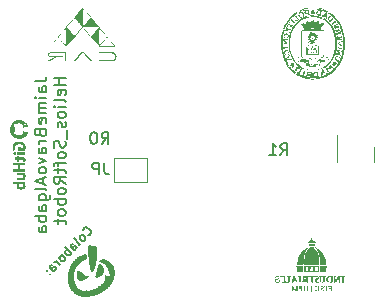
<source format=gbr>
%TF.GenerationSoftware,KiCad,Pcbnew,(7.0.0)*%
%TF.CreationDate,2023-11-14T12:34:17+01:00*%
%TF.ProjectId,Helios_PCB_emitter,48656c69-6f73-45f5-9043-425f656d6974,rev?*%
%TF.SameCoordinates,Original*%
%TF.FileFunction,Legend,Bot*%
%TF.FilePolarity,Positive*%
%FSLAX46Y46*%
G04 Gerber Fmt 4.6, Leading zero omitted, Abs format (unit mm)*
G04 Created by KiCad (PCBNEW (7.0.0)) date 2023-11-14 12:34:17*
%MOMM*%
%LPD*%
G01*
G04 APERTURE LIST*
%ADD10C,0.150000*%
%ADD11C,0.120000*%
G04 APERTURE END LIST*
D10*
X155583845Y-106832805D02*
X155634353Y-106832805D01*
X155634353Y-106832805D02*
X155735368Y-106782297D01*
X155735368Y-106782297D02*
X155785876Y-106731790D01*
X155785876Y-106731790D02*
X155836383Y-106630774D01*
X155836383Y-106630774D02*
X155836383Y-106529759D01*
X155836383Y-106529759D02*
X155811130Y-106453998D01*
X155811130Y-106453998D02*
X155735368Y-106327729D01*
X155735368Y-106327729D02*
X155659607Y-106251967D01*
X155659607Y-106251967D02*
X155533338Y-106176206D01*
X155533338Y-106176206D02*
X155457576Y-106150952D01*
X155457576Y-106150952D02*
X155356561Y-106150952D01*
X155356561Y-106150952D02*
X155255546Y-106201460D01*
X155255546Y-106201460D02*
X155205038Y-106251967D01*
X155205038Y-106251967D02*
X155154530Y-106352982D01*
X155154530Y-106352982D02*
X155154530Y-106403490D01*
X155331307Y-107186358D02*
X155356561Y-107110597D01*
X155356561Y-107110597D02*
X155356561Y-107060089D01*
X155356561Y-107060089D02*
X155331307Y-106984328D01*
X155331307Y-106984328D02*
X155179784Y-106832805D01*
X155179784Y-106832805D02*
X155104023Y-106807551D01*
X155104023Y-106807551D02*
X155053515Y-106807551D01*
X155053515Y-106807551D02*
X154977754Y-106832805D01*
X154977754Y-106832805D02*
X154901992Y-106908566D01*
X154901992Y-106908566D02*
X154876738Y-106984328D01*
X154876738Y-106984328D02*
X154876738Y-107034835D01*
X154876738Y-107034835D02*
X154901992Y-107110597D01*
X154901992Y-107110597D02*
X155053515Y-107262120D01*
X155053515Y-107262120D02*
X155129277Y-107287374D01*
X155129277Y-107287374D02*
X155179784Y-107287374D01*
X155179784Y-107287374D02*
X155255546Y-107262120D01*
X155255546Y-107262120D02*
X155331307Y-107186358D01*
X154851485Y-107666180D02*
X154876739Y-107590419D01*
X154876739Y-107590419D02*
X154851485Y-107514658D01*
X154851485Y-107514658D02*
X154396916Y-107060089D01*
X154422170Y-108095495D02*
X154144378Y-107817703D01*
X154144378Y-107817703D02*
X154119124Y-107741942D01*
X154119124Y-107741942D02*
X154144378Y-107666180D01*
X154144378Y-107666180D02*
X154245394Y-107565165D01*
X154245394Y-107565165D02*
X154321155Y-107539911D01*
X154396916Y-108070241D02*
X154472678Y-108044988D01*
X154472678Y-108044988D02*
X154598947Y-107918718D01*
X154598947Y-107918718D02*
X154624201Y-107842957D01*
X154624201Y-107842957D02*
X154598947Y-107767196D01*
X154598947Y-107767196D02*
X154548439Y-107716688D01*
X154548439Y-107716688D02*
X154472678Y-107691434D01*
X154472678Y-107691434D02*
X154396916Y-107716688D01*
X154396916Y-107716688D02*
X154270647Y-107842957D01*
X154270647Y-107842957D02*
X154194886Y-107868211D01*
X154169632Y-108348033D02*
X153639302Y-107817703D01*
X153841333Y-108019733D02*
X153765571Y-108044987D01*
X153765571Y-108044987D02*
X153664556Y-108146002D01*
X153664556Y-108146002D02*
X153639302Y-108221764D01*
X153639302Y-108221764D02*
X153639302Y-108272272D01*
X153639302Y-108272272D02*
X153664556Y-108348033D01*
X153664556Y-108348033D02*
X153816079Y-108499556D01*
X153816079Y-108499556D02*
X153891840Y-108524810D01*
X153891840Y-108524810D02*
X153942348Y-108524810D01*
X153942348Y-108524810D02*
X154018109Y-108499556D01*
X154018109Y-108499556D02*
X154119125Y-108398541D01*
X154119125Y-108398541D02*
X154144379Y-108322779D01*
X153614049Y-108903617D02*
X153639303Y-108827855D01*
X153639303Y-108827855D02*
X153639303Y-108777348D01*
X153639303Y-108777348D02*
X153614049Y-108701586D01*
X153614049Y-108701586D02*
X153462526Y-108550063D01*
X153462526Y-108550063D02*
X153386764Y-108524809D01*
X153386764Y-108524809D02*
X153336257Y-108524809D01*
X153336257Y-108524809D02*
X153260495Y-108550063D01*
X153260495Y-108550063D02*
X153184734Y-108625825D01*
X153184734Y-108625825D02*
X153159480Y-108701586D01*
X153159480Y-108701586D02*
X153159480Y-108752094D01*
X153159480Y-108752094D02*
X153184734Y-108827855D01*
X153184734Y-108827855D02*
X153336257Y-108979378D01*
X153336257Y-108979378D02*
X153412018Y-109004632D01*
X153412018Y-109004632D02*
X153462526Y-109004632D01*
X153462526Y-109004632D02*
X153538287Y-108979378D01*
X153538287Y-108979378D02*
X153614049Y-108903617D01*
X153209988Y-109307677D02*
X152856435Y-108954124D01*
X152957450Y-109055139D02*
X152881688Y-109029885D01*
X152881688Y-109029885D02*
X152831181Y-109029885D01*
X152831181Y-109029885D02*
X152755419Y-109055139D01*
X152755419Y-109055139D02*
X152704912Y-109105647D01*
X152654404Y-109863261D02*
X152376612Y-109585469D01*
X152376612Y-109585469D02*
X152351358Y-109509708D01*
X152351358Y-109509708D02*
X152376612Y-109433947D01*
X152376612Y-109433947D02*
X152477627Y-109332931D01*
X152477627Y-109332931D02*
X152553389Y-109307677D01*
X152629150Y-109838008D02*
X152704912Y-109812754D01*
X152704912Y-109812754D02*
X152831181Y-109686485D01*
X152831181Y-109686485D02*
X152856434Y-109610723D01*
X152856434Y-109610723D02*
X152831181Y-109534962D01*
X152831181Y-109534962D02*
X152780673Y-109484454D01*
X152780673Y-109484454D02*
X152704912Y-109459200D01*
X152704912Y-109459200D02*
X152629150Y-109484454D01*
X152629150Y-109484454D02*
X152502881Y-109610723D01*
X152502881Y-109610723D02*
X152427120Y-109635977D01*
X152351358Y-110065292D02*
X152351358Y-110115799D01*
X152351358Y-110115799D02*
X152401866Y-110115799D01*
X152401866Y-110115799D02*
X152401866Y-110065292D01*
X152401866Y-110065292D02*
X152351358Y-110065292D01*
X152351358Y-110065292D02*
X152401866Y-110115799D01*
X152073567Y-109787500D02*
X152073567Y-109838007D01*
X152073567Y-109838007D02*
X152124074Y-109838007D01*
X152124074Y-109838007D02*
X152124074Y-109787500D01*
X152124074Y-109787500D02*
X152073567Y-109787500D01*
X152073567Y-109787500D02*
X152124074Y-109838007D01*
X151057380Y-93773809D02*
X151771666Y-93773809D01*
X151771666Y-93773809D02*
X151914523Y-93726190D01*
X151914523Y-93726190D02*
X152009761Y-93630952D01*
X152009761Y-93630952D02*
X152057380Y-93488095D01*
X152057380Y-93488095D02*
X152057380Y-93392857D01*
X152057380Y-94678571D02*
X151533571Y-94678571D01*
X151533571Y-94678571D02*
X151438333Y-94630952D01*
X151438333Y-94630952D02*
X151390714Y-94535714D01*
X151390714Y-94535714D02*
X151390714Y-94345238D01*
X151390714Y-94345238D02*
X151438333Y-94250000D01*
X152009761Y-94678571D02*
X152057380Y-94583333D01*
X152057380Y-94583333D02*
X152057380Y-94345238D01*
X152057380Y-94345238D02*
X152009761Y-94250000D01*
X152009761Y-94250000D02*
X151914523Y-94202381D01*
X151914523Y-94202381D02*
X151819285Y-94202381D01*
X151819285Y-94202381D02*
X151724047Y-94250000D01*
X151724047Y-94250000D02*
X151676428Y-94345238D01*
X151676428Y-94345238D02*
X151676428Y-94583333D01*
X151676428Y-94583333D02*
X151628809Y-94678571D01*
X152057380Y-95154762D02*
X151390714Y-95154762D01*
X151057380Y-95154762D02*
X151105000Y-95107143D01*
X151105000Y-95107143D02*
X151152619Y-95154762D01*
X151152619Y-95154762D02*
X151105000Y-95202381D01*
X151105000Y-95202381D02*
X151057380Y-95154762D01*
X151057380Y-95154762D02*
X151152619Y-95154762D01*
X152057380Y-95630952D02*
X151390714Y-95630952D01*
X151485952Y-95630952D02*
X151438333Y-95678571D01*
X151438333Y-95678571D02*
X151390714Y-95773809D01*
X151390714Y-95773809D02*
X151390714Y-95916666D01*
X151390714Y-95916666D02*
X151438333Y-96011904D01*
X151438333Y-96011904D02*
X151533571Y-96059523D01*
X151533571Y-96059523D02*
X152057380Y-96059523D01*
X151533571Y-96059523D02*
X151438333Y-96107142D01*
X151438333Y-96107142D02*
X151390714Y-96202380D01*
X151390714Y-96202380D02*
X151390714Y-96345237D01*
X151390714Y-96345237D02*
X151438333Y-96440476D01*
X151438333Y-96440476D02*
X151533571Y-96488095D01*
X151533571Y-96488095D02*
X152057380Y-96488095D01*
X152009761Y-97345237D02*
X152057380Y-97249999D01*
X152057380Y-97249999D02*
X152057380Y-97059523D01*
X152057380Y-97059523D02*
X152009761Y-96964285D01*
X152009761Y-96964285D02*
X151914523Y-96916666D01*
X151914523Y-96916666D02*
X151533571Y-96916666D01*
X151533571Y-96916666D02*
X151438333Y-96964285D01*
X151438333Y-96964285D02*
X151390714Y-97059523D01*
X151390714Y-97059523D02*
X151390714Y-97249999D01*
X151390714Y-97249999D02*
X151438333Y-97345237D01*
X151438333Y-97345237D02*
X151533571Y-97392856D01*
X151533571Y-97392856D02*
X151628809Y-97392856D01*
X151628809Y-97392856D02*
X151724047Y-96916666D01*
X151533571Y-98154761D02*
X151581190Y-98297618D01*
X151581190Y-98297618D02*
X151628809Y-98345237D01*
X151628809Y-98345237D02*
X151724047Y-98392856D01*
X151724047Y-98392856D02*
X151866904Y-98392856D01*
X151866904Y-98392856D02*
X151962142Y-98345237D01*
X151962142Y-98345237D02*
X152009761Y-98297618D01*
X152009761Y-98297618D02*
X152057380Y-98202380D01*
X152057380Y-98202380D02*
X152057380Y-97821428D01*
X152057380Y-97821428D02*
X151057380Y-97821428D01*
X151057380Y-97821428D02*
X151057380Y-98154761D01*
X151057380Y-98154761D02*
X151105000Y-98249999D01*
X151105000Y-98249999D02*
X151152619Y-98297618D01*
X151152619Y-98297618D02*
X151247857Y-98345237D01*
X151247857Y-98345237D02*
X151343095Y-98345237D01*
X151343095Y-98345237D02*
X151438333Y-98297618D01*
X151438333Y-98297618D02*
X151485952Y-98249999D01*
X151485952Y-98249999D02*
X151533571Y-98154761D01*
X151533571Y-98154761D02*
X151533571Y-97821428D01*
X152057380Y-98821428D02*
X151390714Y-98821428D01*
X151581190Y-98821428D02*
X151485952Y-98869047D01*
X151485952Y-98869047D02*
X151438333Y-98916666D01*
X151438333Y-98916666D02*
X151390714Y-99011904D01*
X151390714Y-99011904D02*
X151390714Y-99107142D01*
X152057380Y-99869047D02*
X151533571Y-99869047D01*
X151533571Y-99869047D02*
X151438333Y-99821428D01*
X151438333Y-99821428D02*
X151390714Y-99726190D01*
X151390714Y-99726190D02*
X151390714Y-99535714D01*
X151390714Y-99535714D02*
X151438333Y-99440476D01*
X152009761Y-99869047D02*
X152057380Y-99773809D01*
X152057380Y-99773809D02*
X152057380Y-99535714D01*
X152057380Y-99535714D02*
X152009761Y-99440476D01*
X152009761Y-99440476D02*
X151914523Y-99392857D01*
X151914523Y-99392857D02*
X151819285Y-99392857D01*
X151819285Y-99392857D02*
X151724047Y-99440476D01*
X151724047Y-99440476D02*
X151676428Y-99535714D01*
X151676428Y-99535714D02*
X151676428Y-99773809D01*
X151676428Y-99773809D02*
X151628809Y-99869047D01*
X151390714Y-100250000D02*
X152057380Y-100488095D01*
X152057380Y-100488095D02*
X151390714Y-100726190D01*
X152057380Y-101250000D02*
X152009761Y-101154762D01*
X152009761Y-101154762D02*
X151962142Y-101107143D01*
X151962142Y-101107143D02*
X151866904Y-101059524D01*
X151866904Y-101059524D02*
X151581190Y-101059524D01*
X151581190Y-101059524D02*
X151485952Y-101107143D01*
X151485952Y-101107143D02*
X151438333Y-101154762D01*
X151438333Y-101154762D02*
X151390714Y-101250000D01*
X151390714Y-101250000D02*
X151390714Y-101392857D01*
X151390714Y-101392857D02*
X151438333Y-101488095D01*
X151438333Y-101488095D02*
X151485952Y-101535714D01*
X151485952Y-101535714D02*
X151581190Y-101583333D01*
X151581190Y-101583333D02*
X151866904Y-101583333D01*
X151866904Y-101583333D02*
X151962142Y-101535714D01*
X151962142Y-101535714D02*
X152009761Y-101488095D01*
X152009761Y-101488095D02*
X152057380Y-101392857D01*
X152057380Y-101392857D02*
X152057380Y-101250000D01*
X151771666Y-101964286D02*
X151771666Y-102440476D01*
X152057380Y-101869048D02*
X151057380Y-102202381D01*
X151057380Y-102202381D02*
X152057380Y-102535714D01*
X152057380Y-103011905D02*
X152009761Y-102916667D01*
X152009761Y-102916667D02*
X151914523Y-102869048D01*
X151914523Y-102869048D02*
X151057380Y-102869048D01*
X151390714Y-103821429D02*
X152200238Y-103821429D01*
X152200238Y-103821429D02*
X152295476Y-103773810D01*
X152295476Y-103773810D02*
X152343095Y-103726191D01*
X152343095Y-103726191D02*
X152390714Y-103630953D01*
X152390714Y-103630953D02*
X152390714Y-103488096D01*
X152390714Y-103488096D02*
X152343095Y-103392858D01*
X152009761Y-103821429D02*
X152057380Y-103726191D01*
X152057380Y-103726191D02*
X152057380Y-103535715D01*
X152057380Y-103535715D02*
X152009761Y-103440477D01*
X152009761Y-103440477D02*
X151962142Y-103392858D01*
X151962142Y-103392858D02*
X151866904Y-103345239D01*
X151866904Y-103345239D02*
X151581190Y-103345239D01*
X151581190Y-103345239D02*
X151485952Y-103392858D01*
X151485952Y-103392858D02*
X151438333Y-103440477D01*
X151438333Y-103440477D02*
X151390714Y-103535715D01*
X151390714Y-103535715D02*
X151390714Y-103726191D01*
X151390714Y-103726191D02*
X151438333Y-103821429D01*
X152057380Y-104726191D02*
X151533571Y-104726191D01*
X151533571Y-104726191D02*
X151438333Y-104678572D01*
X151438333Y-104678572D02*
X151390714Y-104583334D01*
X151390714Y-104583334D02*
X151390714Y-104392858D01*
X151390714Y-104392858D02*
X151438333Y-104297620D01*
X152009761Y-104726191D02*
X152057380Y-104630953D01*
X152057380Y-104630953D02*
X152057380Y-104392858D01*
X152057380Y-104392858D02*
X152009761Y-104297620D01*
X152009761Y-104297620D02*
X151914523Y-104250001D01*
X151914523Y-104250001D02*
X151819285Y-104250001D01*
X151819285Y-104250001D02*
X151724047Y-104297620D01*
X151724047Y-104297620D02*
X151676428Y-104392858D01*
X151676428Y-104392858D02*
X151676428Y-104630953D01*
X151676428Y-104630953D02*
X151628809Y-104726191D01*
X152057380Y-105202382D02*
X151057380Y-105202382D01*
X151438333Y-105202382D02*
X151390714Y-105297620D01*
X151390714Y-105297620D02*
X151390714Y-105488096D01*
X151390714Y-105488096D02*
X151438333Y-105583334D01*
X151438333Y-105583334D02*
X151485952Y-105630953D01*
X151485952Y-105630953D02*
X151581190Y-105678572D01*
X151581190Y-105678572D02*
X151866904Y-105678572D01*
X151866904Y-105678572D02*
X151962142Y-105630953D01*
X151962142Y-105630953D02*
X152009761Y-105583334D01*
X152009761Y-105583334D02*
X152057380Y-105488096D01*
X152057380Y-105488096D02*
X152057380Y-105297620D01*
X152057380Y-105297620D02*
X152009761Y-105202382D01*
X152057380Y-106535715D02*
X151533571Y-106535715D01*
X151533571Y-106535715D02*
X151438333Y-106488096D01*
X151438333Y-106488096D02*
X151390714Y-106392858D01*
X151390714Y-106392858D02*
X151390714Y-106202382D01*
X151390714Y-106202382D02*
X151438333Y-106107144D01*
X152009761Y-106535715D02*
X152057380Y-106440477D01*
X152057380Y-106440477D02*
X152057380Y-106202382D01*
X152057380Y-106202382D02*
X152009761Y-106107144D01*
X152009761Y-106107144D02*
X151914523Y-106059525D01*
X151914523Y-106059525D02*
X151819285Y-106059525D01*
X151819285Y-106059525D02*
X151724047Y-106107144D01*
X151724047Y-106107144D02*
X151676428Y-106202382D01*
X151676428Y-106202382D02*
X151676428Y-106440477D01*
X151676428Y-106440477D02*
X151628809Y-106535715D01*
X153677380Y-93488095D02*
X152677380Y-93488095D01*
X153153571Y-93488095D02*
X153153571Y-94059523D01*
X153677380Y-94059523D02*
X152677380Y-94059523D01*
X153629761Y-94916666D02*
X153677380Y-94821428D01*
X153677380Y-94821428D02*
X153677380Y-94630952D01*
X153677380Y-94630952D02*
X153629761Y-94535714D01*
X153629761Y-94535714D02*
X153534523Y-94488095D01*
X153534523Y-94488095D02*
X153153571Y-94488095D01*
X153153571Y-94488095D02*
X153058333Y-94535714D01*
X153058333Y-94535714D02*
X153010714Y-94630952D01*
X153010714Y-94630952D02*
X153010714Y-94821428D01*
X153010714Y-94821428D02*
X153058333Y-94916666D01*
X153058333Y-94916666D02*
X153153571Y-94964285D01*
X153153571Y-94964285D02*
X153248809Y-94964285D01*
X153248809Y-94964285D02*
X153344047Y-94488095D01*
X153677380Y-95535714D02*
X153629761Y-95440476D01*
X153629761Y-95440476D02*
X153534523Y-95392857D01*
X153534523Y-95392857D02*
X152677380Y-95392857D01*
X153677380Y-95916667D02*
X153010714Y-95916667D01*
X152677380Y-95916667D02*
X152725000Y-95869048D01*
X152725000Y-95869048D02*
X152772619Y-95916667D01*
X152772619Y-95916667D02*
X152725000Y-95964286D01*
X152725000Y-95964286D02*
X152677380Y-95916667D01*
X152677380Y-95916667D02*
X152772619Y-95916667D01*
X153677380Y-96535714D02*
X153629761Y-96440476D01*
X153629761Y-96440476D02*
X153582142Y-96392857D01*
X153582142Y-96392857D02*
X153486904Y-96345238D01*
X153486904Y-96345238D02*
X153201190Y-96345238D01*
X153201190Y-96345238D02*
X153105952Y-96392857D01*
X153105952Y-96392857D02*
X153058333Y-96440476D01*
X153058333Y-96440476D02*
X153010714Y-96535714D01*
X153010714Y-96535714D02*
X153010714Y-96678571D01*
X153010714Y-96678571D02*
X153058333Y-96773809D01*
X153058333Y-96773809D02*
X153105952Y-96821428D01*
X153105952Y-96821428D02*
X153201190Y-96869047D01*
X153201190Y-96869047D02*
X153486904Y-96869047D01*
X153486904Y-96869047D02*
X153582142Y-96821428D01*
X153582142Y-96821428D02*
X153629761Y-96773809D01*
X153629761Y-96773809D02*
X153677380Y-96678571D01*
X153677380Y-96678571D02*
X153677380Y-96535714D01*
X153629761Y-97250000D02*
X153677380Y-97345238D01*
X153677380Y-97345238D02*
X153677380Y-97535714D01*
X153677380Y-97535714D02*
X153629761Y-97630952D01*
X153629761Y-97630952D02*
X153534523Y-97678571D01*
X153534523Y-97678571D02*
X153486904Y-97678571D01*
X153486904Y-97678571D02*
X153391666Y-97630952D01*
X153391666Y-97630952D02*
X153344047Y-97535714D01*
X153344047Y-97535714D02*
X153344047Y-97392857D01*
X153344047Y-97392857D02*
X153296428Y-97297619D01*
X153296428Y-97297619D02*
X153201190Y-97250000D01*
X153201190Y-97250000D02*
X153153571Y-97250000D01*
X153153571Y-97250000D02*
X153058333Y-97297619D01*
X153058333Y-97297619D02*
X153010714Y-97392857D01*
X153010714Y-97392857D02*
X153010714Y-97535714D01*
X153010714Y-97535714D02*
X153058333Y-97630952D01*
X153772619Y-97869048D02*
X153772619Y-98630952D01*
X153629761Y-98821429D02*
X153677380Y-98964286D01*
X153677380Y-98964286D02*
X153677380Y-99202381D01*
X153677380Y-99202381D02*
X153629761Y-99297619D01*
X153629761Y-99297619D02*
X153582142Y-99345238D01*
X153582142Y-99345238D02*
X153486904Y-99392857D01*
X153486904Y-99392857D02*
X153391666Y-99392857D01*
X153391666Y-99392857D02*
X153296428Y-99345238D01*
X153296428Y-99345238D02*
X153248809Y-99297619D01*
X153248809Y-99297619D02*
X153201190Y-99202381D01*
X153201190Y-99202381D02*
X153153571Y-99011905D01*
X153153571Y-99011905D02*
X153105952Y-98916667D01*
X153105952Y-98916667D02*
X153058333Y-98869048D01*
X153058333Y-98869048D02*
X152963095Y-98821429D01*
X152963095Y-98821429D02*
X152867857Y-98821429D01*
X152867857Y-98821429D02*
X152772619Y-98869048D01*
X152772619Y-98869048D02*
X152725000Y-98916667D01*
X152725000Y-98916667D02*
X152677380Y-99011905D01*
X152677380Y-99011905D02*
X152677380Y-99250000D01*
X152677380Y-99250000D02*
X152725000Y-99392857D01*
X153677380Y-99964286D02*
X153629761Y-99869048D01*
X153629761Y-99869048D02*
X153582142Y-99821429D01*
X153582142Y-99821429D02*
X153486904Y-99773810D01*
X153486904Y-99773810D02*
X153201190Y-99773810D01*
X153201190Y-99773810D02*
X153105952Y-99821429D01*
X153105952Y-99821429D02*
X153058333Y-99869048D01*
X153058333Y-99869048D02*
X153010714Y-99964286D01*
X153010714Y-99964286D02*
X153010714Y-100107143D01*
X153010714Y-100107143D02*
X153058333Y-100202381D01*
X153058333Y-100202381D02*
X153105952Y-100250000D01*
X153105952Y-100250000D02*
X153201190Y-100297619D01*
X153201190Y-100297619D02*
X153486904Y-100297619D01*
X153486904Y-100297619D02*
X153582142Y-100250000D01*
X153582142Y-100250000D02*
X153629761Y-100202381D01*
X153629761Y-100202381D02*
X153677380Y-100107143D01*
X153677380Y-100107143D02*
X153677380Y-99964286D01*
X153010714Y-100583334D02*
X153010714Y-100964286D01*
X153677380Y-100726191D02*
X152820238Y-100726191D01*
X152820238Y-100726191D02*
X152725000Y-100773810D01*
X152725000Y-100773810D02*
X152677380Y-100869048D01*
X152677380Y-100869048D02*
X152677380Y-100964286D01*
X153010714Y-101154763D02*
X153010714Y-101535715D01*
X152677380Y-101297620D02*
X153534523Y-101297620D01*
X153534523Y-101297620D02*
X153629761Y-101345239D01*
X153629761Y-101345239D02*
X153677380Y-101440477D01*
X153677380Y-101440477D02*
X153677380Y-101535715D01*
X153677380Y-102440477D02*
X153201190Y-102107144D01*
X153677380Y-101869049D02*
X152677380Y-101869049D01*
X152677380Y-101869049D02*
X152677380Y-102250001D01*
X152677380Y-102250001D02*
X152725000Y-102345239D01*
X152725000Y-102345239D02*
X152772619Y-102392858D01*
X152772619Y-102392858D02*
X152867857Y-102440477D01*
X152867857Y-102440477D02*
X153010714Y-102440477D01*
X153010714Y-102440477D02*
X153105952Y-102392858D01*
X153105952Y-102392858D02*
X153153571Y-102345239D01*
X153153571Y-102345239D02*
X153201190Y-102250001D01*
X153201190Y-102250001D02*
X153201190Y-101869049D01*
X153677380Y-103011906D02*
X153629761Y-102916668D01*
X153629761Y-102916668D02*
X153582142Y-102869049D01*
X153582142Y-102869049D02*
X153486904Y-102821430D01*
X153486904Y-102821430D02*
X153201190Y-102821430D01*
X153201190Y-102821430D02*
X153105952Y-102869049D01*
X153105952Y-102869049D02*
X153058333Y-102916668D01*
X153058333Y-102916668D02*
X153010714Y-103011906D01*
X153010714Y-103011906D02*
X153010714Y-103154763D01*
X153010714Y-103154763D02*
X153058333Y-103250001D01*
X153058333Y-103250001D02*
X153105952Y-103297620D01*
X153105952Y-103297620D02*
X153201190Y-103345239D01*
X153201190Y-103345239D02*
X153486904Y-103345239D01*
X153486904Y-103345239D02*
X153582142Y-103297620D01*
X153582142Y-103297620D02*
X153629761Y-103250001D01*
X153629761Y-103250001D02*
X153677380Y-103154763D01*
X153677380Y-103154763D02*
X153677380Y-103011906D01*
X153677380Y-103773811D02*
X152677380Y-103773811D01*
X153058333Y-103773811D02*
X153010714Y-103869049D01*
X153010714Y-103869049D02*
X153010714Y-104059525D01*
X153010714Y-104059525D02*
X153058333Y-104154763D01*
X153058333Y-104154763D02*
X153105952Y-104202382D01*
X153105952Y-104202382D02*
X153201190Y-104250001D01*
X153201190Y-104250001D02*
X153486904Y-104250001D01*
X153486904Y-104250001D02*
X153582142Y-104202382D01*
X153582142Y-104202382D02*
X153629761Y-104154763D01*
X153629761Y-104154763D02*
X153677380Y-104059525D01*
X153677380Y-104059525D02*
X153677380Y-103869049D01*
X153677380Y-103869049D02*
X153629761Y-103773811D01*
X153677380Y-104821430D02*
X153629761Y-104726192D01*
X153629761Y-104726192D02*
X153582142Y-104678573D01*
X153582142Y-104678573D02*
X153486904Y-104630954D01*
X153486904Y-104630954D02*
X153201190Y-104630954D01*
X153201190Y-104630954D02*
X153105952Y-104678573D01*
X153105952Y-104678573D02*
X153058333Y-104726192D01*
X153058333Y-104726192D02*
X153010714Y-104821430D01*
X153010714Y-104821430D02*
X153010714Y-104964287D01*
X153010714Y-104964287D02*
X153058333Y-105059525D01*
X153058333Y-105059525D02*
X153105952Y-105107144D01*
X153105952Y-105107144D02*
X153201190Y-105154763D01*
X153201190Y-105154763D02*
X153486904Y-105154763D01*
X153486904Y-105154763D02*
X153582142Y-105107144D01*
X153582142Y-105107144D02*
X153629761Y-105059525D01*
X153629761Y-105059525D02*
X153677380Y-104964287D01*
X153677380Y-104964287D02*
X153677380Y-104821430D01*
X153010714Y-105440478D02*
X153010714Y-105821430D01*
X152677380Y-105583335D02*
X153534523Y-105583335D01*
X153534523Y-105583335D02*
X153629761Y-105630954D01*
X153629761Y-105630954D02*
X153677380Y-105726192D01*
X153677380Y-105726192D02*
X153677380Y-105821430D01*
%TO.C,R1*%
X171870666Y-100036980D02*
X172203999Y-99560790D01*
X172442094Y-100036980D02*
X172442094Y-99036980D01*
X172442094Y-99036980D02*
X172061142Y-99036980D01*
X172061142Y-99036980D02*
X171965904Y-99084600D01*
X171965904Y-99084600D02*
X171918285Y-99132219D01*
X171918285Y-99132219D02*
X171870666Y-99227457D01*
X171870666Y-99227457D02*
X171870666Y-99370314D01*
X171870666Y-99370314D02*
X171918285Y-99465552D01*
X171918285Y-99465552D02*
X171965904Y-99513171D01*
X171965904Y-99513171D02*
X172061142Y-99560790D01*
X172061142Y-99560790D02*
X172442094Y-99560790D01*
X170918285Y-100036980D02*
X171489713Y-100036980D01*
X171203999Y-100036980D02*
X171203999Y-99036980D01*
X171203999Y-99036980D02*
X171299237Y-99179838D01*
X171299237Y-99179838D02*
X171394475Y-99275076D01*
X171394475Y-99275076D02*
X171489713Y-99322695D01*
%TO.C,JP*%
X156973542Y-100662580D02*
X156973542Y-101376866D01*
X156973542Y-101376866D02*
X157021161Y-101519723D01*
X157021161Y-101519723D02*
X157116399Y-101614961D01*
X157116399Y-101614961D02*
X157259256Y-101662580D01*
X157259256Y-101662580D02*
X157354494Y-101662580D01*
X156497351Y-101662580D02*
X156497351Y-100662580D01*
X156497351Y-100662580D02*
X156116399Y-100662580D01*
X156116399Y-100662580D02*
X156021161Y-100710200D01*
X156021161Y-100710200D02*
X155973542Y-100757819D01*
X155973542Y-100757819D02*
X155925923Y-100853057D01*
X155925923Y-100853057D02*
X155925923Y-100995914D01*
X155925923Y-100995914D02*
X155973542Y-101091152D01*
X155973542Y-101091152D02*
X156021161Y-101138771D01*
X156021161Y-101138771D02*
X156116399Y-101186390D01*
X156116399Y-101186390D02*
X156497351Y-101186390D01*
%TO.C,R0*%
X156732266Y-99071780D02*
X157065599Y-98595590D01*
X157303694Y-99071780D02*
X157303694Y-98071780D01*
X157303694Y-98071780D02*
X156922742Y-98071780D01*
X156922742Y-98071780D02*
X156827504Y-98119400D01*
X156827504Y-98119400D02*
X156779885Y-98167019D01*
X156779885Y-98167019D02*
X156732266Y-98262257D01*
X156732266Y-98262257D02*
X156732266Y-98405114D01*
X156732266Y-98405114D02*
X156779885Y-98500352D01*
X156779885Y-98500352D02*
X156827504Y-98547971D01*
X156827504Y-98547971D02*
X156922742Y-98595590D01*
X156922742Y-98595590D02*
X157303694Y-98595590D01*
X156113218Y-98071780D02*
X156017980Y-98071780D01*
X156017980Y-98071780D02*
X155922742Y-98119400D01*
X155922742Y-98119400D02*
X155875123Y-98167019D01*
X155875123Y-98167019D02*
X155827504Y-98262257D01*
X155827504Y-98262257D02*
X155779885Y-98452733D01*
X155779885Y-98452733D02*
X155779885Y-98690828D01*
X155779885Y-98690828D02*
X155827504Y-98881304D01*
X155827504Y-98881304D02*
X155875123Y-98976542D01*
X155875123Y-98976542D02*
X155922742Y-99024161D01*
X155922742Y-99024161D02*
X156017980Y-99071780D01*
X156017980Y-99071780D02*
X156113218Y-99071780D01*
X156113218Y-99071780D02*
X156208456Y-99024161D01*
X156208456Y-99024161D02*
X156256075Y-98976542D01*
X156256075Y-98976542D02*
X156303694Y-98881304D01*
X156303694Y-98881304D02*
X156351313Y-98690828D01*
X156351313Y-98690828D02*
X156351313Y-98452733D01*
X156351313Y-98452733D02*
X156303694Y-98262257D01*
X156303694Y-98262257D02*
X156256075Y-98167019D01*
X156256075Y-98167019D02*
X156208456Y-98119400D01*
X156208456Y-98119400D02*
X156113218Y-98071780D01*
%TO.C,G\u002A\u002A\u002A*%
G36*
X174162177Y-90772637D02*
G01*
X174162035Y-90767547D01*
X174171161Y-90767161D01*
X174162177Y-90772637D01*
G37*
G36*
X175772823Y-91689051D02*
G01*
X175756068Y-91705805D01*
X175739314Y-91689051D01*
X175756068Y-91672296D01*
X175772823Y-91689051D01*
G37*
G36*
X175136148Y-92861874D02*
G01*
X175119393Y-92878628D01*
X175102638Y-92861874D01*
X175119393Y-92845119D01*
X175136148Y-92861874D01*
G37*
G36*
X175136148Y-92124671D02*
G01*
X175119393Y-92141425D01*
X175102638Y-92124671D01*
X175119393Y-92107916D01*
X175136148Y-92124671D01*
G37*
G36*
X174935092Y-92828365D02*
G01*
X174918338Y-92845119D01*
X174901583Y-92828365D01*
X174918338Y-92811610D01*
X174935092Y-92828365D01*
G37*
G36*
X174734037Y-90851320D02*
G01*
X174717282Y-90868074D01*
X174700527Y-90851320D01*
X174717282Y-90834565D01*
X174734037Y-90851320D01*
G37*
G36*
X174700527Y-90918338D02*
G01*
X174683773Y-90935093D01*
X174667018Y-90918338D01*
X174683773Y-90901584D01*
X174700527Y-90918338D01*
G37*
G36*
X174633509Y-92325726D02*
G01*
X174616754Y-92342481D01*
X174600000Y-92325726D01*
X174616754Y-92308971D01*
X174633509Y-92325726D01*
G37*
G36*
X174398944Y-91387467D02*
G01*
X174382190Y-91404222D01*
X174365435Y-91387467D01*
X174382190Y-91370713D01*
X174398944Y-91387467D01*
G37*
G36*
X174331926Y-91253431D02*
G01*
X174315171Y-91270185D01*
X174298417Y-91253431D01*
X174315171Y-91236676D01*
X174331926Y-91253431D01*
G37*
G36*
X174331926Y-90918338D02*
G01*
X174315171Y-90935093D01*
X174298417Y-90918338D01*
X174315171Y-90901584D01*
X174331926Y-90918338D01*
G37*
G36*
X174415699Y-90756821D02*
G01*
X174171161Y-90767161D01*
X174206510Y-90745617D01*
X174301667Y-90742924D01*
X174415699Y-90756821D01*
G37*
G36*
X173594723Y-92158180D02*
G01*
X173577968Y-92174934D01*
X173561214Y-92158180D01*
X173577968Y-92141425D01*
X173594723Y-92158180D01*
G37*
G36*
X175225506Y-92822780D02*
G01*
X175230748Y-92832859D01*
X175203166Y-92845119D01*
X175185426Y-92842701D01*
X175180827Y-92822780D01*
X175185738Y-92818769D01*
X175225506Y-92822780D01*
G37*
G36*
X174697882Y-91183620D02*
G01*
X174695513Y-91217607D01*
X174680282Y-91227600D01*
X174673642Y-91215745D01*
X174677637Y-91163374D01*
X174689698Y-91147864D01*
X174697882Y-91183620D01*
G37*
G36*
X174331926Y-91337204D02*
G01*
X174329508Y-91354943D01*
X174309586Y-91359543D01*
X174305576Y-91354632D01*
X174309586Y-91314864D01*
X174319665Y-91309622D01*
X174331926Y-91337204D01*
G37*
G36*
X174237681Y-92855738D02*
G01*
X174253192Y-92867799D01*
X174217436Y-92875983D01*
X174183449Y-92873614D01*
X174173455Y-92858383D01*
X174185310Y-92851743D01*
X174237681Y-92855738D01*
G37*
G36*
X174086192Y-92822780D02*
G01*
X174091434Y-92832859D01*
X174063852Y-92845119D01*
X174046112Y-92842701D01*
X174041513Y-92822780D01*
X174046424Y-92818769D01*
X174086192Y-92822780D01*
G37*
G36*
X173558568Y-91887314D02*
G01*
X173556199Y-91921301D01*
X173540968Y-91931294D01*
X173534328Y-91919439D01*
X173538323Y-91867068D01*
X173550384Y-91851558D01*
X173558568Y-91887314D01*
G37*
G36*
X175949305Y-92070249D02*
G01*
X175953635Y-92074662D01*
X175969695Y-92099209D01*
X175930547Y-92089007D01*
X175899275Y-92072296D01*
X175889219Y-92047369D01*
X175905370Y-92043780D01*
X175949305Y-92070249D01*
G37*
G36*
X174561464Y-90032019D02*
G01*
X174563244Y-90048286D01*
X174534657Y-90058826D01*
X174520542Y-90052475D01*
X174496959Y-90021128D01*
X174501924Y-90005415D01*
X174532113Y-89997285D01*
X174561464Y-90032019D01*
G37*
G36*
X174898100Y-91294217D02*
G01*
X174944931Y-91338207D01*
X174975632Y-91383256D01*
X174972376Y-91404222D01*
X174958309Y-91400728D01*
X174914565Y-91367415D01*
X174878685Y-91320555D01*
X174873465Y-91287133D01*
X174898100Y-91294217D01*
G37*
G36*
X174687170Y-91305236D02*
G01*
X174717282Y-91337204D01*
X174722518Y-91350184D01*
X174702505Y-91370713D01*
X174692779Y-91369425D01*
X174667018Y-91337204D01*
X174667402Y-91329620D01*
X174681795Y-91303694D01*
X174687170Y-91305236D01*
G37*
G36*
X174693020Y-89993210D02*
G01*
X174727614Y-90027830D01*
X174725477Y-90046850D01*
X174683773Y-90063853D01*
X174656107Y-90058385D01*
X174639932Y-90027830D01*
X174644482Y-90017895D01*
X174683773Y-89991808D01*
X174693020Y-89993210D01*
G37*
G36*
X175754456Y-91942393D02*
G01*
X175770571Y-91980096D01*
X175769469Y-92039362D01*
X175750484Y-92085577D01*
X175728812Y-92103850D01*
X175716559Y-92091132D01*
X175717727Y-92024167D01*
X175727109Y-91969192D01*
X175747691Y-91940394D01*
X175754456Y-91942393D01*
G37*
G36*
X174830164Y-91222091D02*
G01*
X174828474Y-91297073D01*
X174827921Y-91303653D01*
X174814048Y-91374900D01*
X174793289Y-91404222D01*
X174780743Y-91377908D01*
X174788376Y-91312072D01*
X174800232Y-91266084D01*
X174820110Y-91212001D01*
X174830164Y-91222091D01*
G37*
G36*
X174516005Y-90941478D02*
G01*
X174524647Y-91008930D01*
X174524675Y-91010511D01*
X174524325Y-91079748D01*
X174516252Y-91087286D01*
X174495260Y-91038317D01*
X174481581Y-90979743D01*
X174493307Y-90927854D01*
X174496750Y-90925090D01*
X174516005Y-90941478D01*
G37*
G36*
X174633658Y-90117397D02*
G01*
X174667100Y-90155280D01*
X174644679Y-90209059D01*
X174640889Y-90212691D01*
X174591730Y-90228002D01*
X174553321Y-90178394D01*
X174543156Y-90150984D01*
X174532981Y-90118556D01*
X174545441Y-90114600D01*
X174600000Y-90111723D01*
X174633658Y-90117397D01*
G37*
G36*
X175069129Y-92317359D02*
G01*
X175059319Y-92353599D01*
X175010488Y-92406815D01*
X174951207Y-92435727D01*
X174911995Y-92429639D01*
X174901583Y-92372405D01*
X174909866Y-92329164D01*
X174947763Y-92319522D01*
X174972557Y-92323451D01*
X175031537Y-92299651D01*
X175059052Y-92282211D01*
X175069129Y-92317359D01*
G37*
G36*
X174557880Y-92320127D02*
G01*
X174535701Y-92370909D01*
X174533272Y-92375352D01*
X174487509Y-92431090D01*
X174448779Y-92437971D01*
X174432454Y-92392745D01*
X174434003Y-92369838D01*
X174446468Y-92342481D01*
X174462140Y-92339266D01*
X174517384Y-92320645D01*
X174539145Y-92313217D01*
X174557880Y-92320127D01*
G37*
G36*
X175913396Y-91947573D02*
G01*
X175923277Y-91974426D01*
X175914072Y-91985000D01*
X175871035Y-91989203D01*
X175851904Y-91991975D01*
X175839841Y-92038920D01*
X175836588Y-92079655D01*
X175823087Y-92107916D01*
X175812083Y-92087185D01*
X175806332Y-92024143D01*
X175821505Y-91959046D01*
X175875328Y-91940370D01*
X175913396Y-91947573D01*
G37*
G36*
X173546363Y-91684877D02*
G01*
X173561214Y-91739314D01*
X173551884Y-91778396D01*
X173510950Y-91806333D01*
X173487827Y-91802552D01*
X173460686Y-91772824D01*
X173462050Y-91763639D01*
X173496173Y-91739314D01*
X173508293Y-91736683D01*
X173510950Y-91705805D01*
X173505714Y-91692825D01*
X173525727Y-91672296D01*
X173546363Y-91684877D01*
G37*
G36*
X174502977Y-91255881D02*
G01*
X174516971Y-91297288D01*
X174530626Y-91362336D01*
X174529141Y-91377992D01*
X174500524Y-91404222D01*
X174486658Y-91397107D01*
X174487354Y-91353958D01*
X174492108Y-91328112D01*
X174470600Y-91303694D01*
X174454134Y-91294183D01*
X174456120Y-91247503D01*
X174463182Y-91230054D01*
X174480931Y-91212367D01*
X174502977Y-91255881D01*
G37*
G36*
X174289666Y-91012857D02*
G01*
X174278861Y-91085114D01*
X174274120Y-91102812D01*
X174252399Y-91147218D01*
X174227480Y-91130955D01*
X174223854Y-91124999D01*
X174201198Y-91064961D01*
X174203978Y-91021989D01*
X174231398Y-91018866D01*
X174245250Y-91023731D01*
X174264907Y-90998504D01*
X174266474Y-90983529D01*
X174283293Y-90975818D01*
X174289666Y-91012857D01*
G37*
G36*
X174980584Y-90897117D02*
G01*
X174990772Y-90976071D01*
X174994664Y-91087436D01*
X174991956Y-91190368D01*
X174979492Y-91273296D01*
X174956501Y-91294109D01*
X174930339Y-91263348D01*
X174914971Y-91193149D01*
X174920963Y-91137570D01*
X174941728Y-91123495D01*
X174948992Y-91123869D01*
X174959270Y-91086004D01*
X174955335Y-91005093D01*
X174952128Y-90971320D01*
X174953049Y-90897509D01*
X174966742Y-90868074D01*
X174980584Y-90897117D01*
G37*
G36*
X176819987Y-90904372D02*
G01*
X176921815Y-90920737D01*
X177021042Y-90916125D01*
X177064662Y-90908717D01*
X177104466Y-90920852D01*
X177113192Y-90976942D01*
X177113144Y-90989181D01*
X177107902Y-91027595D01*
X177082973Y-91043931D01*
X177022877Y-91041908D01*
X176912137Y-91025246D01*
X176879289Y-91019747D01*
X176777029Y-90996740D01*
X176725366Y-90969786D01*
X176711082Y-90932810D01*
X176715819Y-90900456D01*
X176745902Y-90887756D01*
X176819987Y-90904372D01*
G37*
G36*
X174848785Y-90958414D02*
G01*
X174866886Y-91027243D01*
X174865699Y-91119394D01*
X174817810Y-91035620D01*
X174814299Y-91029609D01*
X174779311Y-90989910D01*
X174761920Y-91012306D01*
X174764922Y-91093727D01*
X174760246Y-91113604D01*
X174718628Y-91115273D01*
X174694139Y-91100011D01*
X174667018Y-91046812D01*
X174670751Y-91025685D01*
X174697016Y-91016696D01*
X174714686Y-91019192D01*
X174746228Y-90985164D01*
X174761151Y-90957475D01*
X174806432Y-90932679D01*
X174848785Y-90958414D01*
G37*
G36*
X172516371Y-90864160D02*
G01*
X172522453Y-90910269D01*
X172522327Y-90919760D01*
X172511409Y-90962209D01*
X172470005Y-90979592D01*
X172380038Y-90980870D01*
X172348782Y-90980569D01*
X172251216Y-90987946D01*
X172187335Y-91004983D01*
X172141820Y-91028776D01*
X172122676Y-91017963D01*
X172120316Y-90953930D01*
X172131512Y-90897071D01*
X172178958Y-90874143D01*
X172194277Y-90874091D01*
X172276646Y-90868104D01*
X172380013Y-90855613D01*
X172413713Y-90850979D01*
X172486139Y-90846704D01*
X172516371Y-90864160D01*
G37*
G36*
X176559939Y-88676169D02*
G01*
X176560706Y-88677186D01*
X176599616Y-88740422D01*
X176607881Y-88778775D01*
X176582117Y-88776882D01*
X176560179Y-88780129D01*
X176500324Y-88817683D01*
X176422948Y-88883810D01*
X176349751Y-88951596D01*
X176303173Y-88982842D01*
X176271372Y-88977898D01*
X176237223Y-88942142D01*
X176204710Y-88895283D01*
X176215997Y-88864198D01*
X176280499Y-88828378D01*
X176363999Y-88774264D01*
X176445112Y-88696443D01*
X176446303Y-88694929D01*
X176493496Y-88640576D01*
X176523741Y-88635671D01*
X176559939Y-88676169D01*
G37*
G36*
X172859071Y-88525612D02*
G01*
X172866458Y-88546141D01*
X172913552Y-88605211D01*
X172989438Y-88673219D01*
X173039256Y-88712969D01*
X173086679Y-88760133D01*
X173092334Y-88795083D01*
X173064139Y-88834959D01*
X173019839Y-88872066D01*
X172995908Y-88853819D01*
X172981360Y-88828514D01*
X172928474Y-88770404D01*
X172858432Y-88709336D01*
X172792063Y-88662751D01*
X172750195Y-88648088D01*
X172744558Y-88649594D01*
X172723138Y-88638013D01*
X172740477Y-88595739D01*
X172790501Y-88539183D01*
X172806040Y-88525535D01*
X172846873Y-88501031D01*
X172859071Y-88525612D01*
G37*
G36*
X173230540Y-88215656D02*
G01*
X173238285Y-88231876D01*
X173285317Y-88300835D01*
X173353042Y-88380773D01*
X173454370Y-88489245D01*
X173332611Y-88589610D01*
X173265508Y-88643574D01*
X173208559Y-88679633D01*
X173164369Y-88685742D01*
X173111579Y-88669634D01*
X173064879Y-88638912D01*
X173068052Y-88612239D01*
X173122168Y-88612350D01*
X173155842Y-88615428D01*
X173231539Y-88600075D01*
X173298072Y-88566896D01*
X173326649Y-88527797D01*
X173318392Y-88509314D01*
X173275799Y-88451082D01*
X173209108Y-88373690D01*
X173160465Y-88319346D01*
X173121291Y-88265194D01*
X173119833Y-88231622D01*
X173150467Y-88202188D01*
X173162276Y-88193799D01*
X173205270Y-88178133D01*
X173230540Y-88215656D01*
G37*
G36*
X174631930Y-87749160D02*
G01*
X174654543Y-87770285D01*
X174717631Y-87772973D01*
X174755096Y-87766073D01*
X174757141Y-87797516D01*
X174752275Y-87819732D01*
X174767587Y-87873292D01*
X174772516Y-87879398D01*
X174785777Y-87935125D01*
X174775708Y-88003811D01*
X174749434Y-88058806D01*
X174714077Y-88073460D01*
X174693314Y-88068894D01*
X174651303Y-88085125D01*
X174640585Y-88096887D01*
X174588837Y-88102144D01*
X174527138Y-88066752D01*
X174477482Y-88001314D01*
X174458704Y-87944626D01*
X174471374Y-87919262D01*
X174486913Y-87903130D01*
X174481109Y-87847174D01*
X174478172Y-87837573D01*
X174474555Y-87792868D01*
X174509587Y-87794794D01*
X174540417Y-87797768D01*
X174582275Y-87758916D01*
X174604832Y-87723136D01*
X174631930Y-87749160D01*
G37*
G36*
X172496683Y-91135064D02*
G01*
X172556354Y-91210538D01*
X172595004Y-91314246D01*
X172605189Y-91418453D01*
X172580680Y-91496372D01*
X172533739Y-91535819D01*
X172508000Y-91526138D01*
X172521248Y-91473443D01*
X172532528Y-91450464D01*
X172557938Y-91345758D01*
X172537644Y-91262748D01*
X172474582Y-91217534D01*
X172403416Y-91208574D01*
X172310499Y-91233176D01*
X172258053Y-91295358D01*
X172254888Y-91381249D01*
X172309811Y-91476979D01*
X172328574Y-91498452D01*
X172345602Y-91530803D01*
X172315189Y-91538259D01*
X172290454Y-91530729D01*
X172240964Y-91476715D01*
X172202692Y-91389543D01*
X172187335Y-91291768D01*
X172188672Y-91265742D01*
X172225722Y-91165006D01*
X172300849Y-91103852D01*
X172396890Y-91090973D01*
X172496683Y-91135064D01*
G37*
G36*
X177144092Y-90346977D02*
G01*
X177146702Y-90377107D01*
X177141124Y-90391932D01*
X177091556Y-90434708D01*
X177007365Y-90477021D01*
X176868029Y-90531754D01*
X176954009Y-90599386D01*
X176954759Y-90599974D01*
X177030806Y-90647345D01*
X177093346Y-90667019D01*
X177128464Y-90682432D01*
X177146702Y-90750792D01*
X177136784Y-90813528D01*
X177101979Y-90830472D01*
X177046174Y-90784301D01*
X177017024Y-90757678D01*
X176958298Y-90734037D01*
X176938981Y-90731003D01*
X176912137Y-90701167D01*
X176891124Y-90674178D01*
X176828364Y-90647270D01*
X176816181Y-90643944D01*
X176753062Y-90607046D01*
X176752116Y-90555241D01*
X176811566Y-90492472D01*
X176929634Y-90422680D01*
X177001775Y-90387465D01*
X177084524Y-90349448D01*
X177127664Y-90336854D01*
X177144092Y-90346977D01*
G37*
G36*
X173416915Y-91697684D02*
G01*
X173427177Y-91754091D01*
X173416516Y-91811352D01*
X173385290Y-91840861D01*
X173371878Y-91848975D01*
X173402045Y-91876035D01*
X173441648Y-91921988D01*
X173460686Y-92025808D01*
X173460418Y-92041447D01*
X173446051Y-92118522D01*
X173414818Y-92141015D01*
X173373713Y-92102739D01*
X173365560Y-92084012D01*
X173388490Y-92087962D01*
X173388801Y-92088152D01*
X173417668Y-92080394D01*
X173427177Y-92009366D01*
X173425185Y-91974255D01*
X173406212Y-91917348D01*
X173377000Y-91912127D01*
X173349748Y-91965502D01*
X173348554Y-91969865D01*
X173337036Y-91984109D01*
X173330536Y-91933970D01*
X173337067Y-91868381D01*
X173362443Y-91821676D01*
X173376229Y-91807502D01*
X173380661Y-91753753D01*
X173376228Y-91731889D01*
X173395131Y-91688146D01*
X173416915Y-91697684D01*
G37*
G36*
X172434718Y-89702443D02*
G01*
X172528166Y-89750708D01*
X172541720Y-89763664D01*
X172581033Y-89825015D01*
X172583001Y-89903585D01*
X172549205Y-90019587D01*
X172502357Y-90103851D01*
X172440300Y-90129756D01*
X172397426Y-90126775D01*
X172396996Y-90110206D01*
X172447031Y-90065744D01*
X172481902Y-90030518D01*
X172520007Y-89944565D01*
X172503534Y-89866653D01*
X172439558Y-89813477D01*
X172335155Y-89801735D01*
X172315226Y-89804904D01*
X172229401Y-89845389D01*
X172192158Y-89914055D01*
X172212711Y-89996264D01*
X172244597Y-90052645D01*
X172248129Y-90088576D01*
X172209519Y-90097362D01*
X172187333Y-90085889D01*
X172165366Y-90028314D01*
X172160913Y-89941957D01*
X172174241Y-89849091D01*
X172205618Y-89771989D01*
X172237548Y-89737459D01*
X172329037Y-89698608D01*
X172434718Y-89702443D01*
G37*
G36*
X172920792Y-92237869D02*
G01*
X172940792Y-92257913D01*
X172987810Y-92261023D01*
X173011057Y-92258934D01*
X173025066Y-92304201D01*
X173032168Y-92343853D01*
X173066952Y-92387401D01*
X173090308Y-92405537D01*
X173062659Y-92436711D01*
X173042349Y-92458434D01*
X173039505Y-92506280D01*
X173040920Y-92530033D01*
X172993534Y-92543536D01*
X172952688Y-92550083D01*
X172924538Y-92577045D01*
X172923564Y-92585055D01*
X172891029Y-92610555D01*
X172874557Y-92603553D01*
X172857520Y-92556706D01*
X172851244Y-92530847D01*
X172814606Y-92519324D01*
X172775904Y-92509516D01*
X172733986Y-92455891D01*
X172716465Y-92401317D01*
X172726635Y-92375990D01*
X172744595Y-92362530D01*
X172756992Y-92306994D01*
X172764154Y-92267432D01*
X172794248Y-92261023D01*
X172816989Y-92266300D01*
X172861266Y-92237869D01*
X172890378Y-92208463D01*
X172920792Y-92237869D01*
G37*
G36*
X176478314Y-92119102D02*
G01*
X176540396Y-92128276D01*
X176555460Y-92149240D01*
X176557685Y-92178851D01*
X176598821Y-92226362D01*
X176634274Y-92261185D01*
X176615023Y-92274396D01*
X176589450Y-92286133D01*
X176586754Y-92342481D01*
X176587160Y-92393168D01*
X176540398Y-92409499D01*
X176503850Y-92418500D01*
X176475451Y-92468140D01*
X176474535Y-92492678D01*
X176464418Y-92508500D01*
X176430723Y-92469306D01*
X176389453Y-92432889D01*
X176348016Y-92450876D01*
X176347402Y-92451487D01*
X176317223Y-92467074D01*
X176308971Y-92422903D01*
X176302921Y-92381611D01*
X176268760Y-92315673D01*
X176246330Y-92286636D01*
X176267708Y-92275462D01*
X176285150Y-92268183D01*
X176287579Y-92225198D01*
X176284092Y-92195538D01*
X176322140Y-92174934D01*
X176348541Y-92171324D01*
X176375989Y-92147010D01*
X176405076Y-92127292D01*
X176475043Y-92119086D01*
X176478314Y-92119102D01*
G37*
G36*
X176647409Y-91643396D02*
G01*
X176723367Y-91660957D01*
X176815160Y-91684994D01*
X176895739Y-91708335D01*
X176938058Y-91723807D01*
X176939617Y-91735588D01*
X176925717Y-91785767D01*
X176924355Y-91789273D01*
X176900552Y-91823035D01*
X176866287Y-91794847D01*
X176866122Y-91794643D01*
X176808388Y-91751348D01*
X176723136Y-91713114D01*
X176631293Y-91698134D01*
X176565847Y-91729874D01*
X176543535Y-91812174D01*
X176562145Y-91854435D01*
X176625212Y-91910470D01*
X176710196Y-91955446D01*
X176793191Y-91973879D01*
X176831206Y-91978894D01*
X176841096Y-92007959D01*
X176810352Y-92076756D01*
X176776369Y-92118046D01*
X176734956Y-92106076D01*
X176729616Y-92101593D01*
X176668508Y-92058101D01*
X176585422Y-92005894D01*
X176555146Y-91986670D01*
X176493489Y-91923926D01*
X176476517Y-91842728D01*
X176476660Y-91835149D01*
X176500074Y-91741592D01*
X176552366Y-91668371D01*
X176617437Y-91638787D01*
X176647409Y-91643396D01*
G37*
G36*
X172708253Y-88772354D02*
G01*
X172745961Y-88802998D01*
X172744067Y-88819446D01*
X172681596Y-88822945D01*
X172618809Y-88834671D01*
X172589446Y-88868069D01*
X172600942Y-88891354D01*
X172656580Y-88938153D01*
X172737558Y-88985459D01*
X172820450Y-89020316D01*
X172881827Y-89029768D01*
X172886100Y-89029288D01*
X172897828Y-89052197D01*
X172865073Y-89124138D01*
X172855013Y-89140932D01*
X172817505Y-89186040D01*
X172797456Y-89181052D01*
X172781042Y-89157540D01*
X172721810Y-89107700D01*
X172641423Y-89053299D01*
X172562957Y-89009524D01*
X172509487Y-88991557D01*
X172488721Y-89013682D01*
X172501890Y-89067669D01*
X172544375Y-89131333D01*
X172563190Y-89154295D01*
X172574188Y-89186997D01*
X172541332Y-89183164D01*
X172474302Y-89141404D01*
X172443845Y-89116449D01*
X172428048Y-89084834D01*
X172442060Y-89036202D01*
X172487287Y-88949792D01*
X172517052Y-88896056D01*
X172576266Y-88799606D01*
X172621072Y-88752299D01*
X172661668Y-88745944D01*
X172708253Y-88772354D01*
G37*
G36*
X172150114Y-90159522D02*
G01*
X172160527Y-90171107D01*
X172227324Y-90193082D01*
X172350677Y-90193031D01*
X172375714Y-90191412D01*
X172467447Y-90190359D01*
X172511257Y-90204126D01*
X172522448Y-90236592D01*
X172514818Y-90266093D01*
X172474446Y-90282204D01*
X172384773Y-90278791D01*
X172247119Y-90265532D01*
X172368018Y-90399353D01*
X172412610Y-90453127D01*
X172467487Y-90536445D01*
X172488918Y-90595466D01*
X172487331Y-90614396D01*
X172467233Y-90641573D01*
X172411544Y-90653126D01*
X172304673Y-90654011D01*
X172222352Y-90649896D01*
X172144599Y-90634047D01*
X172120372Y-90604858D01*
X172123037Y-90591497D01*
X172161721Y-90570776D01*
X172254353Y-90572234D01*
X172285051Y-90574544D01*
X172358866Y-90573485D01*
X172388390Y-90561815D01*
X172379324Y-90546268D01*
X172330790Y-90497164D01*
X172254353Y-90432454D01*
X172180998Y-90367909D01*
X172133382Y-90298422D01*
X172120830Y-90220206D01*
X172121120Y-90202792D01*
X172129565Y-90148946D01*
X172150114Y-90159522D01*
G37*
G36*
X176654891Y-88897940D02*
G01*
X176721784Y-88948067D01*
X176783104Y-89029657D01*
X176823527Y-89119558D01*
X176827728Y-89194617D01*
X176822865Y-89207931D01*
X176778312Y-89253377D01*
X176704078Y-89242825D01*
X176596988Y-89176018D01*
X176570247Y-89156749D01*
X176502790Y-89118997D01*
X176465187Y-89114585D01*
X176444123Y-89151877D01*
X176465789Y-89216805D01*
X176551913Y-89289285D01*
X176660818Y-89359030D01*
X176568667Y-89359594D01*
X176506154Y-89349597D01*
X176476517Y-89313998D01*
X176468074Y-89281846D01*
X176424559Y-89224716D01*
X176393783Y-89177750D01*
X176382672Y-89094953D01*
X176398303Y-89042842D01*
X176453145Y-89001376D01*
X176535784Y-89011341D01*
X176635902Y-89073605D01*
X176672628Y-89103858D01*
X176737863Y-89149309D01*
X176769701Y-89150900D01*
X176778100Y-89111268D01*
X176775557Y-89098997D01*
X176737792Y-89042417D01*
X176669195Y-88977603D01*
X176666854Y-88975756D01*
X176604715Y-88922767D01*
X176593079Y-88897953D01*
X176627309Y-88891816D01*
X176654891Y-88897940D01*
G37*
G36*
X173656228Y-92747656D02*
G01*
X173675295Y-92761877D01*
X173696818Y-92798291D01*
X173662422Y-92811610D01*
X173628037Y-92838100D01*
X173583542Y-92905262D01*
X173541460Y-92989461D01*
X173513572Y-93067041D01*
X173511660Y-93114342D01*
X173517234Y-93124743D01*
X173509920Y-93142303D01*
X173464494Y-93127004D01*
X173392777Y-93085454D01*
X173306587Y-93024259D01*
X173217744Y-92950029D01*
X173156365Y-92873830D01*
X173232779Y-92873830D01*
X173287401Y-92957208D01*
X173327438Y-92991231D01*
X173368009Y-93006172D01*
X173405386Y-92975810D01*
X173457376Y-92893468D01*
X173501574Y-92813720D01*
X173522486Y-92747656D01*
X173502409Y-92705427D01*
X173439995Y-92669682D01*
X173395448Y-92652115D01*
X173342413Y-92655280D01*
X173289203Y-92707622D01*
X173243506Y-92780003D01*
X173232779Y-92873830D01*
X173156365Y-92873830D01*
X173148720Y-92864339D01*
X173130215Y-92761463D01*
X173177757Y-92651520D01*
X173220193Y-92606209D01*
X173293388Y-92581455D01*
X173393450Y-92601279D01*
X173531547Y-92666144D01*
X173602634Y-92707682D01*
X173656228Y-92747656D01*
G37*
G36*
X176317713Y-88412874D02*
G01*
X176357138Y-88455131D01*
X176386123Y-88503752D01*
X176371649Y-88522428D01*
X176366280Y-88522828D01*
X176311068Y-88549474D01*
X176243633Y-88605484D01*
X176180420Y-88673446D01*
X176137879Y-88735952D01*
X176132458Y-88775593D01*
X176134911Y-88778787D01*
X176123605Y-88776555D01*
X176074406Y-88740485D01*
X175974235Y-88649902D01*
X175892093Y-88530122D01*
X175888167Y-88502780D01*
X175960290Y-88502780D01*
X175972676Y-88587199D01*
X176000676Y-88632023D01*
X176035586Y-88650300D01*
X176081406Y-88620432D01*
X176151540Y-88538794D01*
X176187623Y-88489900D01*
X176222626Y-88412874D01*
X176201394Y-88368876D01*
X176123465Y-88354882D01*
X176068372Y-88366138D01*
X175997131Y-88421479D01*
X175960290Y-88502780D01*
X175888167Y-88502780D01*
X175875723Y-88416115D01*
X175924680Y-88306591D01*
X175957460Y-88270228D01*
X175973878Y-88268807D01*
X175983158Y-88277010D01*
X176022961Y-88255334D01*
X176043995Y-88241175D01*
X176093183Y-88239327D01*
X176165375Y-88281464D01*
X176206841Y-88312505D01*
X176294207Y-88387679D01*
X176317713Y-88412874D01*
G37*
G36*
X176771034Y-91120891D02*
G01*
X176861099Y-91154128D01*
X176972090Y-91175714D01*
X177003661Y-91179078D01*
X177063331Y-91201733D01*
X177079170Y-91252181D01*
X177073585Y-91288454D01*
X177054038Y-91283832D01*
X177052094Y-91281279D01*
X177000395Y-91250200D01*
X176916711Y-91225268D01*
X176885544Y-91218834D01*
X176842128Y-91211210D01*
X176825663Y-91219257D01*
X176838118Y-91253372D01*
X176881464Y-91323950D01*
X176957672Y-91441387D01*
X176990707Y-91517226D01*
X176992007Y-91586611D01*
X176975423Y-91614513D01*
X176949360Y-91614833D01*
X176919075Y-91592716D01*
X176841929Y-91561265D01*
X176747011Y-91534148D01*
X176660823Y-91518620D01*
X176609865Y-91521930D01*
X176589946Y-91527912D01*
X176578179Y-91497267D01*
X176597762Y-91422732D01*
X176600994Y-91414545D01*
X176622996Y-91386583D01*
X176656403Y-91418158D01*
X176705693Y-91456868D01*
X176788340Y-91490261D01*
X176882352Y-91512950D01*
X176779962Y-91351498D01*
X176739001Y-91282046D01*
X176694758Y-91191258D01*
X176677572Y-91132156D01*
X176681228Y-91100094D01*
X176706236Y-91092678D01*
X176771034Y-91120891D01*
G37*
G36*
X172527274Y-89284898D02*
G01*
X172593962Y-89313476D01*
X172680158Y-89339368D01*
X172729793Y-89339504D01*
X172750142Y-89332486D01*
X172749609Y-89363039D01*
X172742673Y-89380444D01*
X172712398Y-89455826D01*
X172673257Y-89552837D01*
X172654126Y-89594759D01*
X172607483Y-89666768D01*
X172566621Y-89695251D01*
X172549422Y-89692787D01*
X172545588Y-89667832D01*
X172587014Y-89606959D01*
X172599695Y-89590333D01*
X172648743Y-89502325D01*
X172644123Y-89446623D01*
X172585861Y-89427177D01*
X172539675Y-89436814D01*
X172534545Y-89477441D01*
X172541829Y-89507676D01*
X172519971Y-89524976D01*
X172455409Y-89493683D01*
X172449926Y-89490036D01*
X172422190Y-89459729D01*
X172454470Y-89428980D01*
X172459592Y-89425643D01*
X172484956Y-89398126D01*
X172447697Y-89375747D01*
X172386054Y-89366533D01*
X172338084Y-89401675D01*
X172335826Y-89480204D01*
X172339778Y-89497168D01*
X172339250Y-89541487D01*
X172303106Y-89539243D01*
X172278139Y-89523563D01*
X172264446Y-89481494D01*
X172266606Y-89475642D01*
X172289251Y-89413215D01*
X172320867Y-89325188D01*
X172363343Y-89206444D01*
X172527274Y-89284898D01*
G37*
G36*
X177043343Y-89894557D02*
G01*
X177060362Y-89915368D01*
X177087522Y-89990359D01*
X177105277Y-90093790D01*
X177106432Y-90105985D01*
X177110726Y-90206141D01*
X177090357Y-90257896D01*
X177031407Y-90274391D01*
X176919960Y-90268764D01*
X176866900Y-90270816D01*
X176785924Y-90294980D01*
X176769781Y-90302945D01*
X176739906Y-90301129D01*
X176719278Y-90257809D01*
X176699847Y-90160403D01*
X176685169Y-90015378D01*
X176699890Y-89926048D01*
X176744718Y-89896307D01*
X176762746Y-89909976D01*
X176742920Y-89966446D01*
X176721223Y-90026608D01*
X176721825Y-90107183D01*
X176754085Y-90162953D01*
X176811470Y-90174126D01*
X176865218Y-90146273D01*
X176876241Y-90113064D01*
X176836741Y-90095007D01*
X176833520Y-90094734D01*
X176828542Y-90083316D01*
X176864887Y-90062968D01*
X176921538Y-90042994D01*
X176977480Y-90032699D01*
X177007289Y-90038319D01*
X176985857Y-90070555D01*
X176956328Y-90106785D01*
X176954326Y-90149378D01*
X177012665Y-90164380D01*
X177022027Y-90164133D01*
X177069803Y-90143515D01*
X177071816Y-90085367D01*
X177028614Y-89983471D01*
X177025188Y-89976865D01*
X176991732Y-89900888D01*
X176997532Y-89874967D01*
X177043343Y-89894557D01*
G37*
G36*
X175810703Y-88186157D02*
G01*
X175806332Y-88301589D01*
X175805360Y-88385953D01*
X175798710Y-88466794D01*
X175783040Y-88500972D01*
X175755213Y-88500708D01*
X175722471Y-88475496D01*
X175745184Y-88431581D01*
X175759515Y-88410807D01*
X175757776Y-88370008D01*
X175704153Y-88318958D01*
X175617964Y-88266588D01*
X175559445Y-88261050D01*
X175538258Y-88304618D01*
X175536636Y-88322017D01*
X175507580Y-88353937D01*
X175457278Y-88329750D01*
X175452500Y-88325429D01*
X175401429Y-88304618D01*
X175367960Y-88286130D01*
X175378420Y-88245115D01*
X175405218Y-88222526D01*
X175656580Y-88222526D01*
X175699342Y-88253762D01*
X175749368Y-88240416D01*
X175772823Y-88186157D01*
X175772180Y-88165476D01*
X175756205Y-88135574D01*
X175704866Y-88154329D01*
X175666301Y-88184610D01*
X175656580Y-88222526D01*
X175405218Y-88222526D01*
X175427342Y-88203877D01*
X175470088Y-88178708D01*
X175548079Y-88120104D01*
X175619123Y-88057253D01*
X175685436Y-88009304D01*
X175736814Y-87993388D01*
X175791528Y-88000530D01*
X175844787Y-88026405D01*
X175873351Y-88072669D01*
X175868627Y-88096086D01*
X175839841Y-88103562D01*
X175824082Y-88112944D01*
X175810950Y-88179639D01*
X175810703Y-88186157D01*
G37*
G36*
X172636611Y-91820347D02*
G01*
X172640129Y-91826001D01*
X172691130Y-91866694D01*
X172737177Y-91870649D01*
X172758179Y-91831465D01*
X172758896Y-91827453D01*
X172777403Y-91835923D01*
X172809786Y-91877593D01*
X172841101Y-91930799D01*
X172856408Y-91973879D01*
X172856315Y-91974448D01*
X172822654Y-91980993D01*
X172740055Y-91982849D01*
X172625382Y-91979599D01*
X172578700Y-91977271D01*
X172474056Y-91968830D01*
X172413953Y-91953125D01*
X172381465Y-91923345D01*
X172359668Y-91872680D01*
X172350341Y-91843945D01*
X172455409Y-91843945D01*
X172469619Y-91861586D01*
X172526012Y-91873351D01*
X172573904Y-91862707D01*
X172576276Y-91820347D01*
X172566509Y-91792652D01*
X172555936Y-91749225D01*
X172546404Y-91746553D01*
X172505673Y-91772824D01*
X172478335Y-91800274D01*
X172455409Y-91843945D01*
X172350341Y-91843945D01*
X172348400Y-91837966D01*
X172343726Y-91794520D01*
X172370767Y-91793882D01*
X172397239Y-91789332D01*
X172458098Y-91742541D01*
X172532261Y-91657776D01*
X172550548Y-91634097D01*
X172612570Y-91561880D01*
X172649584Y-91538958D01*
X172670184Y-91559189D01*
X172673119Y-91597126D01*
X172633240Y-91656128D01*
X172612308Y-91673304D01*
X172592834Y-91716732D01*
X172615185Y-91785907D01*
X172636611Y-91820347D01*
G37*
G36*
X176999977Y-89601236D02*
G01*
X177014982Y-89652948D01*
X177035825Y-89716615D01*
X177040333Y-89745167D01*
X177008837Y-89759185D01*
X176995011Y-89757620D01*
X176914579Y-89762858D01*
X176818605Y-89782219D01*
X176734523Y-89809042D01*
X176689768Y-89836664D01*
X176674798Y-89848740D01*
X176640388Y-89824488D01*
X176635909Y-89817004D01*
X176614474Y-89758819D01*
X176614714Y-89714191D01*
X176637286Y-89707817D01*
X176657860Y-89711472D01*
X176712682Y-89690489D01*
X176742732Y-89660676D01*
X176717209Y-89638894D01*
X176702138Y-89632013D01*
X176634841Y-89587755D01*
X176605075Y-89561214D01*
X176778100Y-89561214D01*
X176796570Y-89636041D01*
X176851540Y-89665147D01*
X176933050Y-89636097D01*
X176954836Y-89601236D01*
X176944744Y-89540364D01*
X176904271Y-89484908D01*
X176846198Y-89460686D01*
X176827528Y-89461837D01*
X176788488Y-89487811D01*
X176778100Y-89561214D01*
X176605075Y-89561214D01*
X176569900Y-89529851D01*
X176524883Y-89475585D01*
X176517358Y-89442243D01*
X176517530Y-89442074D01*
X176559538Y-89441590D01*
X176626263Y-89473674D01*
X176664862Y-89497586D01*
X176702118Y-89508953D01*
X176711082Y-89480607D01*
X176720887Y-89442601D01*
X176763673Y-89379373D01*
X176803711Y-89352186D01*
X176871457Y-89356646D01*
X176933052Y-89418049D01*
X176979873Y-89530371D01*
X176987328Y-89557645D01*
X176999977Y-89601236D01*
G37*
G36*
X174330962Y-87969021D02*
G01*
X174345973Y-88044451D01*
X174367097Y-88081689D01*
X174382264Y-88094714D01*
X174362731Y-88140330D01*
X174362612Y-88140474D01*
X174305691Y-88181191D01*
X174253965Y-88179859D01*
X174231398Y-88137072D01*
X174210680Y-88101794D01*
X174130871Y-88086808D01*
X174079965Y-88078886D01*
X173994160Y-88040156D01*
X173924826Y-87983896D01*
X173896306Y-87926718D01*
X173901462Y-87912951D01*
X174036907Y-87912951D01*
X174062766Y-87980481D01*
X174139248Y-88023055D01*
X174185151Y-88033107D01*
X174223206Y-88022938D01*
X174231398Y-87969021D01*
X174221662Y-87913396D01*
X174180165Y-87839306D01*
X174164988Y-87825852D01*
X174098633Y-87803082D01*
X174049689Y-87835328D01*
X174036907Y-87912951D01*
X173901462Y-87912951D01*
X173910452Y-87888944D01*
X173949988Y-87824023D01*
X173964346Y-87801770D01*
X173985704Y-87743241D01*
X173967010Y-87722557D01*
X173913870Y-87751043D01*
X173883459Y-87771342D01*
X173862797Y-87768470D01*
X173853057Y-87761831D01*
X173812533Y-87785225D01*
X173781627Y-87804722D01*
X173762269Y-87791926D01*
X173771070Y-87772945D01*
X173824954Y-87738156D01*
X173905324Y-87711044D01*
X173985803Y-87699322D01*
X174040017Y-87710704D01*
X174043581Y-87713201D01*
X174107311Y-87730976D01*
X174197889Y-87732792D01*
X174315171Y-87722818D01*
X174323812Y-87896436D01*
X174329506Y-87961704D01*
X174330962Y-87969021D01*
G37*
G36*
X176141425Y-92381282D02*
G01*
X176141781Y-92385841D01*
X176170729Y-92442148D01*
X176231543Y-92513282D01*
X176303665Y-92577923D01*
X176366538Y-92614751D01*
X176387999Y-92630134D01*
X176373941Y-92677573D01*
X176346236Y-92701253D01*
X176308625Y-92684116D01*
X176246914Y-92618932D01*
X176222230Y-92590817D01*
X176167185Y-92533027D01*
X176138099Y-92510027D01*
X176134694Y-92514543D01*
X176131244Y-92563581D01*
X176136170Y-92649187D01*
X176137039Y-92658466D01*
X176140683Y-92740292D01*
X176127484Y-92771477D01*
X176092056Y-92766326D01*
X176039194Y-92748397D01*
X175950403Y-92723156D01*
X175907945Y-92713941D01*
X175883023Y-92722610D01*
X175903033Y-92770950D01*
X175933663Y-92819582D01*
X175996895Y-92896858D01*
X176023648Y-92925361D01*
X176033523Y-92961022D01*
X175989739Y-93000708D01*
X175963381Y-93018672D01*
X175925184Y-93024158D01*
X175897836Y-92972490D01*
X175893007Y-92960622D01*
X175848531Y-92878736D01*
X175787356Y-92788965D01*
X175764874Y-92759209D01*
X175728583Y-92702836D01*
X175730479Y-92671952D01*
X175767845Y-92646728D01*
X175808126Y-92628697D01*
X175843813Y-92623774D01*
X175879977Y-92637887D01*
X175952786Y-92657757D01*
X175966135Y-92660936D01*
X176022458Y-92668597D01*
X176038522Y-92642843D01*
X176027716Y-92567557D01*
X176022999Y-92538415D01*
X176027622Y-92455911D01*
X176073941Y-92393165D01*
X176095301Y-92374546D01*
X176131969Y-92354108D01*
X176141425Y-92381282D01*
G37*
G36*
X175167602Y-91113809D02*
G01*
X175169597Y-91235755D01*
X175169537Y-91588523D01*
X174620186Y-91589404D01*
X174070836Y-91590285D01*
X174061656Y-91455603D01*
X174633509Y-91455603D01*
X174836798Y-91455603D01*
X174930359Y-91454022D01*
X175015996Y-91448758D01*
X175054608Y-91441082D01*
X175058098Y-91428406D01*
X175063765Y-91361454D01*
X175067673Y-91251386D01*
X175069129Y-91113809D01*
X175068350Y-91022906D01*
X175062067Y-90894267D01*
X175048683Y-90821427D01*
X175027243Y-90797153D01*
X175003955Y-90795517D01*
X174908394Y-90794660D01*
X174802762Y-90799455D01*
X174712753Y-90808311D01*
X174664063Y-90819637D01*
X174657055Y-90832210D01*
X174644970Y-90899541D01*
X174636623Y-91009828D01*
X174633509Y-91147062D01*
X174633509Y-91455603D01*
X174061656Y-91455603D01*
X174047493Y-91247812D01*
X174043347Y-91186150D01*
X174035861Y-91050802D01*
X174036295Y-90961550D01*
X174046726Y-90903075D01*
X174069233Y-90860059D01*
X174105892Y-90817182D01*
X174131406Y-90791391D01*
X174162177Y-90772637D01*
X174171585Y-91110387D01*
X174181134Y-91453228D01*
X174599990Y-91454486D01*
X174599995Y-91146503D01*
X174599117Y-91075962D01*
X174592630Y-90949824D01*
X174581206Y-90858391D01*
X174566491Y-90817810D01*
X174557364Y-90810638D01*
X174533494Y-90757192D01*
X174538202Y-90738869D01*
X174562742Y-90762629D01*
X174598253Y-90790269D01*
X174659561Y-90771537D01*
X174690839Y-90759969D01*
X174785769Y-90743667D01*
X174899572Y-90738973D01*
X174999767Y-90746249D01*
X175075446Y-90770485D01*
X175124828Y-90821543D01*
X175153352Y-90909433D01*
X175166462Y-91044167D01*
X175167602Y-91113809D01*
G37*
G36*
X175142171Y-90087978D02*
G01*
X175152902Y-90090502D01*
X175016073Y-90093932D01*
X174906170Y-90103128D01*
X174861468Y-90124196D01*
X174882175Y-90157922D01*
X174967943Y-90205107D01*
X175048064Y-90244402D01*
X175094830Y-90277440D01*
X175079271Y-90292636D01*
X175002111Y-90291822D01*
X175001072Y-90291741D01*
X174930771Y-90278546D01*
X174901583Y-90257780D01*
X174894925Y-90245027D01*
X174848503Y-90231399D01*
X174827062Y-90241330D01*
X174840879Y-90281996D01*
X174898767Y-90361881D01*
X174945121Y-90422479D01*
X174991530Y-90493619D01*
X174993486Y-90517380D01*
X174951998Y-90491996D01*
X174868074Y-90415700D01*
X174855012Y-90403096D01*
X174778046Y-90338573D01*
X174740226Y-90328149D01*
X174742336Y-90371331D01*
X174785161Y-90467628D01*
X174791286Y-90479760D01*
X174815955Y-90546100D01*
X174806069Y-90563659D01*
X174770319Y-90533725D01*
X174717396Y-90457586D01*
X174652796Y-90348681D01*
X174618650Y-90499473D01*
X174584503Y-90650264D01*
X174573570Y-90507850D01*
X174560198Y-90411847D01*
X174536426Y-90372393D01*
X174501511Y-90398877D01*
X174454007Y-90491095D01*
X174439176Y-90525041D01*
X174413594Y-90578441D01*
X174406805Y-90574424D01*
X174413604Y-90516227D01*
X174429140Y-90432313D01*
X174451800Y-90348681D01*
X174452334Y-90326082D01*
X174415568Y-90344558D01*
X174336864Y-90414123D01*
X174280494Y-90465270D01*
X174219567Y-90509348D01*
X174201545Y-90504104D01*
X174228087Y-90452204D01*
X174300856Y-90356316D01*
X174305185Y-90351022D01*
X174356228Y-90278680D01*
X174373548Y-90235026D01*
X174356670Y-90229516D01*
X174305119Y-90271610D01*
X174283473Y-90289673D01*
X174264907Y-90289194D01*
X174264907Y-90289129D01*
X174237750Y-90282877D01*
X174172757Y-90299429D01*
X174112053Y-90319922D01*
X174105140Y-90313822D01*
X174152029Y-90273468D01*
X174210520Y-90227871D01*
X174286066Y-90174728D01*
X174287677Y-90173699D01*
X174318791Y-90148337D01*
X174300102Y-90136620D01*
X174223021Y-90132842D01*
X174195783Y-90131827D01*
X174118204Y-90117494D01*
X174111117Y-90107844D01*
X174411874Y-90107844D01*
X174441518Y-90195355D01*
X174517000Y-90259163D01*
X174607983Y-90292030D01*
X174681375Y-90287651D01*
X174745598Y-90237138D01*
X174779013Y-90188723D01*
X174799989Y-90087978D01*
X174769914Y-89993577D01*
X174697074Y-89923645D01*
X174589756Y-89896307D01*
X174558711Y-89898890D01*
X174474396Y-89940032D01*
X174424142Y-90016210D01*
X174411874Y-90107844D01*
X174111117Y-90107844D01*
X174101270Y-90094436D01*
X174142591Y-90072710D01*
X174239776Y-90062372D01*
X174382190Y-90060891D01*
X174248153Y-89989996D01*
X174206549Y-89966074D01*
X174156210Y-89926938D01*
X174154145Y-89905531D01*
X174190936Y-89904478D01*
X174260847Y-89927643D01*
X174326031Y-89957279D01*
X174369153Y-89959171D01*
X174360643Y-89921123D01*
X174298903Y-89846545D01*
X174260762Y-89805596D01*
X174210194Y-89739393D01*
X174210052Y-89715439D01*
X174257270Y-89736314D01*
X174348782Y-89804596D01*
X174361057Y-89814661D01*
X174430034Y-89866981D01*
X174458456Y-89876346D01*
X174453475Y-89845556D01*
X174432761Y-89775673D01*
X174413604Y-89678496D01*
X174409916Y-89651482D01*
X174407414Y-89612438D01*
X174420376Y-89628741D01*
X174454007Y-89703628D01*
X174499881Y-89792608D01*
X174536372Y-89823075D01*
X174559991Y-89787813D01*
X174570378Y-89686874D01*
X174572400Y-89644431D01*
X174579387Y-89599407D01*
X174588437Y-89611478D01*
X174613290Y-89729097D01*
X174631455Y-89798345D01*
X174647896Y-89815473D01*
X174669798Y-89787235D01*
X174704348Y-89720383D01*
X174721105Y-89689087D01*
X174762791Y-89621618D01*
X174788734Y-89594723D01*
X174791336Y-89595482D01*
X174795044Y-89632267D01*
X174778809Y-89712045D01*
X174745899Y-89817798D01*
X174742868Y-89837034D01*
X174770274Y-89829756D01*
X174839501Y-89770647D01*
X174879979Y-89733550D01*
X174951149Y-89676963D01*
X174980582Y-89668425D01*
X174965819Y-89707118D01*
X174904399Y-89792224D01*
X174849706Y-89863831D01*
X174808647Y-89929443D01*
X174812318Y-89952283D01*
X174859696Y-89935630D01*
X174923927Y-89909565D01*
X175016340Y-89882080D01*
X175065043Y-89871795D01*
X175092788Y-89875825D01*
X175073606Y-89907666D01*
X175030999Y-89942264D01*
X174950472Y-89977430D01*
X174896495Y-89999550D01*
X174868074Y-90032959D01*
X174869411Y-90043150D01*
X174894033Y-90051764D01*
X174897782Y-90050103D01*
X174952131Y-90048959D01*
X175036448Y-90063111D01*
X175142171Y-90087978D01*
G37*
G36*
X174723077Y-88237599D02*
G01*
X174720520Y-88266720D01*
X174726211Y-88269191D01*
X174755875Y-88282072D01*
X174843993Y-88283452D01*
X174985356Y-88279041D01*
X174868074Y-88257295D01*
X174750791Y-88235550D01*
X174846147Y-88210000D01*
X174922268Y-88200994D01*
X174980184Y-88215532D01*
X174983730Y-88218148D01*
X175046228Y-88245973D01*
X175136148Y-88270449D01*
X175147337Y-88272980D01*
X175242005Y-88303182D01*
X175368241Y-88352735D01*
X175501922Y-88412284D01*
X175568587Y-88445923D01*
X175839758Y-88627660D01*
X176081169Y-88864521D01*
X176288316Y-89150526D01*
X176456693Y-89479693D01*
X176581796Y-89846043D01*
X176630691Y-90098096D01*
X176656446Y-90408119D01*
X176656393Y-90415926D01*
X176654242Y-90734689D01*
X176624307Y-91054866D01*
X176566870Y-91345706D01*
X176542330Y-91434517D01*
X176450280Y-91703825D01*
X176338009Y-91931917D01*
X176194445Y-92138582D01*
X176008515Y-92343608D01*
X175908136Y-92437152D01*
X175770580Y-92550035D01*
X175629410Y-92652616D01*
X175497782Y-92736041D01*
X175388846Y-92791453D01*
X175315758Y-92809998D01*
X175315479Y-92809977D01*
X175328576Y-92794994D01*
X175388663Y-92758131D01*
X175482970Y-92707238D01*
X175526371Y-92684402D01*
X175622522Y-92628447D01*
X175659005Y-92597940D01*
X175638212Y-92594467D01*
X175562533Y-92619615D01*
X175434357Y-92674971D01*
X175317823Y-92723949D01*
X175187170Y-92769387D01*
X175085884Y-92794700D01*
X175033785Y-92801274D01*
X175021079Y-92796700D01*
X175065203Y-92776424D01*
X175169657Y-92738080D01*
X175352237Y-92664075D01*
X175663037Y-92486206D01*
X175928286Y-92259522D01*
X176147023Y-91985112D01*
X176318285Y-91664067D01*
X176441110Y-91297477D01*
X176507140Y-90956537D01*
X176534270Y-90564862D01*
X176510095Y-90185232D01*
X176436997Y-89824122D01*
X176317355Y-89488008D01*
X176153551Y-89183365D01*
X175947966Y-88916669D01*
X175702981Y-88694395D01*
X175420976Y-88523018D01*
X175363615Y-88496175D01*
X175103391Y-88395144D01*
X174856829Y-88338836D01*
X174600000Y-88321372D01*
X174470774Y-88325973D01*
X174138561Y-88381598D01*
X173827300Y-88496805D01*
X173542383Y-88667193D01*
X173289197Y-88888360D01*
X173073132Y-89155907D01*
X172899578Y-89465431D01*
X172773923Y-89812533D01*
X172766710Y-89840728D01*
X172735980Y-90011632D01*
X172713257Y-90222578D01*
X172699456Y-90452391D01*
X172695492Y-90679898D01*
X172702280Y-90883925D01*
X172720736Y-91043299D01*
X172802406Y-91380939D01*
X172938803Y-91738909D01*
X173117774Y-92046365D01*
X173340108Y-92304613D01*
X173606591Y-92514961D01*
X173606619Y-92514980D01*
X173823215Y-92639969D01*
X174034107Y-92725880D01*
X174262846Y-92780228D01*
X174532981Y-92810525D01*
X174884828Y-92834999D01*
X174615417Y-92840059D01*
X174391278Y-92831952D01*
X174065784Y-92770106D01*
X173746338Y-92645404D01*
X173682163Y-92614741D01*
X173582933Y-92571996D01*
X173540384Y-92560749D01*
X173554283Y-92578451D01*
X173624395Y-92622551D01*
X173750486Y-92690500D01*
X173831016Y-92732784D01*
X173918057Y-92782660D01*
X173946564Y-92805555D01*
X173918575Y-92800829D01*
X173836127Y-92767842D01*
X173701259Y-92705954D01*
X173569957Y-92632261D01*
X173359354Y-92473694D01*
X173158229Y-92277654D01*
X172982970Y-92060813D01*
X172849963Y-91839842D01*
X172842599Y-91824733D01*
X172734031Y-91580424D01*
X172657403Y-91353061D01*
X172608255Y-91122028D01*
X172582128Y-90866711D01*
X172574986Y-90583246D01*
X172640693Y-90583246D01*
X172641158Y-90766451D01*
X172643546Y-90931491D01*
X172649627Y-91056866D01*
X172661190Y-91157336D01*
X172680026Y-91247664D01*
X172707927Y-91342612D01*
X172746682Y-91456939D01*
X172846169Y-91714053D01*
X172961704Y-91941803D01*
X173098903Y-92141748D01*
X173269824Y-92334103D01*
X173310450Y-92374928D01*
X173400405Y-92461229D01*
X173468777Y-92521117D01*
X173503245Y-92543536D01*
X173502114Y-92534913D01*
X173466541Y-92489380D01*
X173397109Y-92413529D01*
X173302677Y-92317349D01*
X173090481Y-92074886D01*
X172912760Y-91789734D01*
X172784446Y-91472346D01*
X172702807Y-91115853D01*
X172665114Y-90713382D01*
X172661856Y-90609741D01*
X172664013Y-90319175D01*
X172686954Y-90066522D01*
X172733228Y-89831448D01*
X172805380Y-89593620D01*
X172816922Y-89561459D01*
X172969764Y-89238437D01*
X173173464Y-88952914D01*
X173421558Y-88710272D01*
X173707579Y-88515892D01*
X174025062Y-88375155D01*
X174321857Y-88304343D01*
X175068702Y-88304343D01*
X175111062Y-88326822D01*
X175211319Y-88365999D01*
X175346330Y-88418868D01*
X175572517Y-88530676D01*
X175769556Y-88666940D01*
X175962505Y-88843593D01*
X176070672Y-88965491D01*
X176251162Y-89232049D01*
X176401164Y-89541376D01*
X176513278Y-89879552D01*
X176544499Y-90022794D01*
X176581045Y-90334179D01*
X176585634Y-90667918D01*
X176558493Y-90999973D01*
X176499846Y-91306307D01*
X176452986Y-91472889D01*
X176363467Y-91720622D01*
X176254709Y-91931286D01*
X176116148Y-92123867D01*
X175937218Y-92317349D01*
X175845785Y-92409934D01*
X175765331Y-92496579D01*
X175716841Y-92555380D01*
X175708499Y-92577045D01*
X175730466Y-92565411D01*
X175793266Y-92514861D01*
X175883045Y-92433456D01*
X175988326Y-92331276D01*
X176139823Y-92168008D01*
X176257975Y-92008475D01*
X176352232Y-91837015D01*
X176459719Y-91578041D01*
X176567602Y-91195855D01*
X176623321Y-90805699D01*
X176628031Y-90415926D01*
X176582890Y-90034886D01*
X176489054Y-89670930D01*
X176347678Y-89332411D01*
X176159919Y-89027679D01*
X175926933Y-88765086D01*
X175810503Y-88666246D01*
X175629714Y-88539202D01*
X175439001Y-88429197D01*
X175257073Y-88346734D01*
X175102638Y-88302317D01*
X175086880Y-88300110D01*
X175068702Y-88304343D01*
X174321857Y-88304343D01*
X174367542Y-88293443D01*
X174452565Y-88280683D01*
X174510319Y-88269191D01*
X174507966Y-88262582D01*
X174449208Y-88259309D01*
X174237483Y-88275910D01*
X173975189Y-88348680D01*
X173713273Y-88472162D01*
X173462480Y-88639028D01*
X173233553Y-88841950D01*
X173037237Y-89073600D01*
X172884277Y-89326650D01*
X172845087Y-89408443D01*
X172769673Y-89582317D01*
X172714889Y-89743856D01*
X172677668Y-89908890D01*
X172654940Y-90093247D01*
X172643638Y-90312756D01*
X172640693Y-90583246D01*
X172574986Y-90583246D01*
X172574564Y-90566491D01*
X172575775Y-90429435D01*
X172587410Y-90172374D01*
X172614660Y-89953338D01*
X172661524Y-89752990D01*
X172732002Y-89551992D01*
X172830093Y-89331007D01*
X172873594Y-89246938D01*
X173035355Y-89003358D01*
X173237478Y-88772719D01*
X173463074Y-88572780D01*
X173695250Y-88421302D01*
X173708463Y-88414342D01*
X173815962Y-88358871D01*
X173898165Y-88318404D01*
X173938192Y-88301282D01*
X173988456Y-88286948D01*
X173991390Y-88285891D01*
X174047097Y-88269870D01*
X174052567Y-88268565D01*
X174097361Y-88255427D01*
X174104006Y-88253238D01*
X174140248Y-88246100D01*
X174203451Y-88237599D01*
X174600000Y-88237599D01*
X174616754Y-88254354D01*
X174633509Y-88237599D01*
X174616754Y-88220845D01*
X174600000Y-88237599D01*
X174203451Y-88237599D01*
X174210402Y-88236664D01*
X174325402Y-88223558D01*
X174496181Y-88205410D01*
X174527641Y-88202172D01*
X174641638Y-88192456D01*
X174704070Y-88193450D01*
X174727232Y-88206684D01*
X174723420Y-88233688D01*
X174723077Y-88237599D01*
G37*
G36*
X173897618Y-91957124D02*
G01*
X173857938Y-91979748D01*
X173838099Y-92040898D01*
X173837305Y-92049275D01*
X173830156Y-92124671D01*
X173838111Y-92108968D01*
X173896306Y-92108968D01*
X173901968Y-92123889D01*
X173946570Y-92141425D01*
X173969471Y-92139970D01*
X173996834Y-92128256D01*
X173990660Y-92119583D01*
X173946570Y-92095798D01*
X173920868Y-92090530D01*
X173896306Y-92108968D01*
X173838111Y-92108968D01*
X173868351Y-92049275D01*
X173869401Y-92047219D01*
X173913160Y-91987200D01*
X173948678Y-91978887D01*
X173963324Y-92025448D01*
X173965069Y-92043979D01*
X173984965Y-92050395D01*
X174036661Y-92008694D01*
X174128817Y-91950310D01*
X174206610Y-91952137D01*
X174257604Y-92010551D01*
X174270994Y-92120400D01*
X174270891Y-92121944D01*
X174271493Y-92200563D01*
X174273989Y-92203716D01*
X174299560Y-92236013D01*
X174372910Y-92251154D01*
X174398714Y-92254412D01*
X174442608Y-92261713D01*
X174426104Y-92266171D01*
X174345903Y-92270099D01*
X174331696Y-92270638D01*
X174258789Y-92275984D01*
X174224744Y-92296393D01*
X174219200Y-92342481D01*
X174218403Y-92349111D01*
X174228606Y-92451386D01*
X174238790Y-92464382D01*
X174290039Y-92475499D01*
X174310448Y-92474923D01*
X174330671Y-92467433D01*
X174291431Y-92441103D01*
X174280419Y-92433704D01*
X174251506Y-92381782D01*
X174261328Y-92358562D01*
X174305576Y-92358562D01*
X174309586Y-92398329D01*
X174319665Y-92403572D01*
X174331926Y-92375990D01*
X174329508Y-92358250D01*
X174309586Y-92353650D01*
X174305576Y-92358562D01*
X174261328Y-92358562D01*
X174272768Y-92331518D01*
X174335511Y-92308971D01*
X174380911Y-92324477D01*
X174395321Y-92375990D01*
X174398944Y-92388941D01*
X174400093Y-92411475D01*
X174425837Y-92460908D01*
X174499472Y-92483665D01*
X174502298Y-92484069D01*
X174571398Y-92485225D01*
X174600000Y-92468736D01*
X174603137Y-92458551D01*
X174635750Y-92461148D01*
X174651887Y-92466184D01*
X174662905Y-92443008D01*
X174734037Y-92443008D01*
X174740430Y-92459022D01*
X174786278Y-92476518D01*
X174810213Y-92471696D01*
X174817810Y-92443008D01*
X174810951Y-92433857D01*
X174765568Y-92409499D01*
X174758087Y-92410458D01*
X174734037Y-92443008D01*
X174662905Y-92443008D01*
X174665289Y-92437994D01*
X174662342Y-92379114D01*
X174689619Y-92334594D01*
X174767613Y-92318698D01*
X174815229Y-92317630D01*
X174858259Y-92336274D01*
X174868074Y-92394093D01*
X174868341Y-92404928D01*
X174882236Y-92443008D01*
X174888498Y-92460169D01*
X174947655Y-92476349D01*
X175055615Y-92456741D01*
X175055810Y-92456688D01*
X175107358Y-92424342D01*
X175110349Y-92356670D01*
X175108872Y-92303144D01*
X175129911Y-92275462D01*
X175154954Y-92291992D01*
X175179517Y-92350858D01*
X175185572Y-92377765D01*
X175193608Y-92381456D01*
X175198603Y-92320878D01*
X175199795Y-92288683D01*
X175193456Y-92239313D01*
X175158858Y-92228525D01*
X175077506Y-92244682D01*
X175040484Y-92251904D01*
X174914211Y-92266199D01*
X174784301Y-92270113D01*
X174755868Y-92269417D01*
X174694766Y-92266549D01*
X174689329Y-92261773D01*
X174743247Y-92253662D01*
X174860209Y-92240791D01*
X174978501Y-92226904D01*
X175115974Y-92203857D01*
X175187647Y-92179910D01*
X175194270Y-92154869D01*
X175190926Y-92125722D01*
X175236675Y-92125722D01*
X175237321Y-92152897D01*
X175250664Y-92171311D01*
X175298126Y-92145575D01*
X175323553Y-92119596D01*
X175289749Y-92096876D01*
X175258404Y-92092093D01*
X175236675Y-92125722D01*
X175190926Y-92125722D01*
X175189469Y-92113028D01*
X175196929Y-92074407D01*
X175504749Y-92074407D01*
X175506113Y-92083591D01*
X175540236Y-92107916D01*
X175552356Y-92105285D01*
X175555013Y-92074407D01*
X175548135Y-92064379D01*
X175519526Y-92040898D01*
X175516182Y-92041769D01*
X175504749Y-92074407D01*
X175196929Y-92074407D01*
X175203889Y-92038375D01*
X175204833Y-92035037D01*
X175216819Y-91968063D01*
X175208283Y-91940370D01*
X175169248Y-91952792D01*
X175111001Y-91992298D01*
X175064194Y-92039572D01*
X175052360Y-92074384D01*
X175056416Y-92085615D01*
X175036166Y-92124333D01*
X175015900Y-92124031D01*
X175002111Y-92080487D01*
X175022879Y-92007532D01*
X175093916Y-91947444D01*
X175219120Y-91905182D01*
X175402275Y-91879508D01*
X175647163Y-91869182D01*
X175736957Y-91867044D01*
X175859002Y-91859724D01*
X175942765Y-91848872D01*
X175973878Y-91835951D01*
X175972870Y-91832073D01*
X175934130Y-91813775D01*
X175856596Y-91806333D01*
X175818411Y-91804639D01*
X175753751Y-91787618D01*
X175741924Y-91758986D01*
X175789929Y-91727062D01*
X175815452Y-91717678D01*
X175862185Y-91708725D01*
X175875350Y-91730937D01*
X175888631Y-91749991D01*
X175942369Y-91780121D01*
X175964787Y-91791179D01*
X175996815Y-91838640D01*
X176002824Y-91930913D01*
X176000913Y-91966846D01*
X175993735Y-92006333D01*
X175983739Y-91982256D01*
X175980781Y-91968397D01*
X175967730Y-91939353D01*
X175937574Y-91921261D01*
X175877835Y-91911538D01*
X175776037Y-91907599D01*
X175619701Y-91906861D01*
X175589864Y-91906877D01*
X175443180Y-91908173D01*
X175349720Y-91913118D01*
X175297634Y-91923918D01*
X175275072Y-91942777D01*
X175270184Y-91971901D01*
X175284001Y-92028616D01*
X175320819Y-92067805D01*
X175360962Y-92061817D01*
X175365358Y-92044540D01*
X175342161Y-91996608D01*
X175337872Y-91990634D01*
X175538258Y-91990634D01*
X175555013Y-92007388D01*
X175571768Y-91990634D01*
X175555013Y-91973879D01*
X175538258Y-91990634D01*
X175337872Y-91990634D01*
X175334123Y-91985411D01*
X175336666Y-91963150D01*
X175384383Y-91950866D01*
X175488177Y-91944682D01*
X175583454Y-91942985D01*
X175643750Y-91950489D01*
X175667894Y-91974729D01*
X175669355Y-91990634D01*
X175672295Y-92022652D01*
X175658231Y-92074407D01*
X175653281Y-92092622D01*
X175584926Y-92128568D01*
X175522149Y-92134615D01*
X175475136Y-92114220D01*
X175457925Y-92098381D01*
X175403337Y-92109172D01*
X175390810Y-92119596D01*
X175381375Y-92127447D01*
X175387467Y-92144252D01*
X175387279Y-92153352D01*
X175337203Y-92171221D01*
X175299270Y-92185725D01*
X175259621Y-92231044D01*
X175242918Y-92320543D01*
X175238696Y-92362156D01*
X175222517Y-92421897D01*
X175183818Y-92459204D01*
X175107967Y-92484544D01*
X174980333Y-92508384D01*
X174799406Y-92529203D01*
X174589771Y-92535529D01*
X174391820Y-92525333D01*
X174232271Y-92498953D01*
X174202963Y-92491031D01*
X174120583Y-92459318D01*
X174075637Y-92411312D01*
X174045126Y-92325726D01*
X174042261Y-92315434D01*
X174032534Y-92286066D01*
X174067034Y-92286066D01*
X174084972Y-92367613D01*
X174095066Y-92398509D01*
X174126063Y-92439854D01*
X174152923Y-92419990D01*
X174164380Y-92342481D01*
X174154021Y-92271925D01*
X174114116Y-92241953D01*
X174113192Y-92241954D01*
X174075067Y-92250104D01*
X174067034Y-92286066D01*
X174032534Y-92286066D01*
X174018560Y-92243878D01*
X173986077Y-92205146D01*
X173925478Y-92186432D01*
X173817428Y-92174934D01*
X173735866Y-92164586D01*
X173716065Y-92159886D01*
X174052389Y-92159886D01*
X174063825Y-92181923D01*
X174098206Y-92208444D01*
X174118396Y-92211128D01*
X174180683Y-92229662D01*
X174213119Y-92234494D01*
X174227884Y-92203716D01*
X174225310Y-92121035D01*
X174221517Y-92085849D01*
X174197973Y-92009179D01*
X174151459Y-91979203D01*
X174129179Y-91976375D01*
X174100857Y-91992906D01*
X174105297Y-92056265D01*
X174106883Y-92064938D01*
X174107725Y-92122698D01*
X174078038Y-92128322D01*
X174054153Y-92125520D01*
X174054013Y-92128256D01*
X174052389Y-92159886D01*
X173716065Y-92159886D01*
X173655383Y-92145482D01*
X173633489Y-92131643D01*
X173702674Y-92131643D01*
X173737137Y-92140912D01*
X173738596Y-92140915D01*
X173781880Y-92119883D01*
X173791891Y-92049275D01*
X173790187Y-92018895D01*
X173783543Y-91990299D01*
X173771260Y-92024143D01*
X173764915Y-92040898D01*
X173755790Y-92064995D01*
X173716506Y-92115780D01*
X173702674Y-92131643D01*
X173633489Y-92131643D01*
X173622459Y-92124671D01*
X173609364Y-92107778D01*
X173556077Y-92101645D01*
X173512308Y-92096220D01*
X173494195Y-92043004D01*
X173499037Y-92023469D01*
X173668901Y-92023469D01*
X173672911Y-92063237D01*
X173682990Y-92068479D01*
X173695250Y-92040898D01*
X173692832Y-92023158D01*
X173672911Y-92018558D01*
X173668901Y-92023469D01*
X173499037Y-92023469D01*
X173505542Y-91997220D01*
X173561214Y-91973879D01*
X173600166Y-91967596D01*
X173610961Y-91957124D01*
X173695250Y-91957124D01*
X173712005Y-91973879D01*
X173728760Y-91957124D01*
X173712005Y-91940370D01*
X173695250Y-91957124D01*
X173610961Y-91957124D01*
X173628232Y-91940370D01*
X173654546Y-91924395D01*
X173734553Y-91913537D01*
X173854419Y-91911272D01*
X173928558Y-91913217D01*
X173999748Y-91917972D01*
X174010063Y-91925407D01*
X173963324Y-91936404D01*
X173915259Y-91947066D01*
X173897618Y-91957124D01*
G37*
G36*
X174718738Y-88690907D02*
G01*
X174736574Y-88726128D01*
X174776251Y-88770603D01*
X174816731Y-88790502D01*
X174848097Y-88777810D01*
X174884828Y-88723483D01*
X174930769Y-88672214D01*
X175008451Y-88656261D01*
X175089102Y-88682110D01*
X175097720Y-88689848D01*
X175133268Y-88754380D01*
X175139439Y-88773747D01*
X175165353Y-88855073D01*
X175165438Y-88855543D01*
X175185744Y-88967615D01*
X175192916Y-89000004D01*
X175197461Y-89008312D01*
X175227002Y-89062306D01*
X175227026Y-89062330D01*
X175249814Y-89069563D01*
X175246574Y-89017192D01*
X175245944Y-88964979D01*
X175289078Y-88889254D01*
X175314963Y-88868729D01*
X175335505Y-88864963D01*
X175323024Y-88916424D01*
X175314618Y-88965330D01*
X175336922Y-88991557D01*
X175350032Y-88988869D01*
X175353958Y-88958048D01*
X175348722Y-88945068D01*
X175368735Y-88924539D01*
X175383411Y-88920430D01*
X175388456Y-88910368D01*
X175444609Y-88910368D01*
X175444860Y-88962680D01*
X175459518Y-88987917D01*
X175485215Y-88962545D01*
X175496602Y-88925472D01*
X175483222Y-88892297D01*
X175450995Y-88900105D01*
X175444609Y-88910368D01*
X175388456Y-88910368D01*
X175404221Y-88878922D01*
X175420071Y-88850750D01*
X175487995Y-88849319D01*
X175543274Y-88863903D01*
X175571768Y-88881386D01*
X175566927Y-88895542D01*
X175548876Y-88925472D01*
X175532969Y-88951848D01*
X175480076Y-89026539D01*
X175446131Y-89069745D01*
X175424377Y-89097433D01*
X175413561Y-89108898D01*
X175382002Y-89142349D01*
X175378133Y-89146548D01*
X175374194Y-89150822D01*
X175350331Y-89207390D01*
X175346669Y-89216070D01*
X175336795Y-89273394D01*
X175330508Y-89309895D01*
X175327478Y-89354380D01*
X175329137Y-89377600D01*
X175332007Y-89417751D01*
X175358539Y-89438347D01*
X175366013Y-89444149D01*
X175446108Y-89454332D01*
X175571768Y-89464732D01*
X175571768Y-90537208D01*
X175571371Y-90745437D01*
X175568812Y-91058619D01*
X175567577Y-91121880D01*
X175563914Y-91309593D01*
X175556714Y-91497167D01*
X175547251Y-91620146D01*
X175535561Y-91677336D01*
X175505897Y-91717384D01*
X175398636Y-91784550D01*
X175234874Y-91825802D01*
X175018744Y-91839842D01*
X175003657Y-91839857D01*
X174874740Y-91842815D01*
X174792191Y-91854101D01*
X174737199Y-91878320D01*
X174690953Y-91920077D01*
X174686512Y-91924862D01*
X174633365Y-91979417D01*
X174604837Y-92003850D01*
X174600592Y-92002927D01*
X174559560Y-91976186D01*
X174493361Y-91923615D01*
X174486152Y-91917614D01*
X174427261Y-91876627D01*
X174361754Y-91853097D01*
X174269528Y-91842382D01*
X174130481Y-91839842D01*
X174124479Y-91839843D01*
X173990522Y-91839082D01*
X173881163Y-91832662D01*
X173793969Y-91814445D01*
X173726510Y-91778297D01*
X173676354Y-91718081D01*
X173641069Y-91627663D01*
X173637411Y-91607366D01*
X173660784Y-91607366D01*
X173743512Y-91690095D01*
X173773781Y-91718202D01*
X173820818Y-91747583D01*
X173884040Y-91764042D01*
X173980381Y-91771238D01*
X174126776Y-91772824D01*
X174212999Y-91773263D01*
X174332654Y-91777893D01*
X174412631Y-91790583D01*
X174470729Y-91815000D01*
X174524749Y-91854812D01*
X174622186Y-91936800D01*
X174695746Y-91863189D01*
X174710879Y-91849040D01*
X174759654Y-91817623D01*
X174828901Y-91796615D01*
X174934135Y-91782411D01*
X175090871Y-91771408D01*
X175093625Y-91771253D01*
X175211644Y-91765536D01*
X175306881Y-91758550D01*
X175381708Y-91743721D01*
X175438500Y-91714475D01*
X175479628Y-91664237D01*
X175507465Y-91586432D01*
X175524386Y-91474488D01*
X175532762Y-91321828D01*
X175534966Y-91121880D01*
X175533372Y-90868068D01*
X175530352Y-90553819D01*
X175521504Y-89510950D01*
X173678496Y-89510950D01*
X173660784Y-91607366D01*
X173637411Y-91607366D01*
X173618224Y-91500905D01*
X173605388Y-91331672D01*
X173600129Y-91113829D01*
X173600015Y-90841239D01*
X173602616Y-90507768D01*
X173611477Y-89477441D01*
X173728467Y-89466338D01*
X173739918Y-89465096D01*
X173821842Y-89446733D01*
X173826634Y-89443932D01*
X174465963Y-89443932D01*
X174482717Y-89460686D01*
X174499472Y-89443932D01*
X174495981Y-89440441D01*
X174575566Y-89440441D01*
X174575724Y-89443932D01*
X174576085Y-89451880D01*
X174619547Y-89458041D01*
X174652485Y-89452675D01*
X174648860Y-89448426D01*
X174739964Y-89448426D01*
X174749523Y-89452675D01*
X174767546Y-89460686D01*
X174785286Y-89458268D01*
X174789885Y-89438347D01*
X174784974Y-89434337D01*
X174745206Y-89438347D01*
X174739964Y-89448426D01*
X174648860Y-89448426D01*
X174639792Y-89437796D01*
X174620414Y-89432442D01*
X174575566Y-89440441D01*
X174495981Y-89440441D01*
X174482717Y-89427177D01*
X174465963Y-89443932D01*
X173826634Y-89443932D01*
X173867038Y-89420315D01*
X173868994Y-89416861D01*
X173874720Y-89347898D01*
X174270835Y-89347898D01*
X174298417Y-89360159D01*
X174316156Y-89357740D01*
X174320756Y-89337819D01*
X174315845Y-89333809D01*
X174276077Y-89337819D01*
X174270835Y-89347898D01*
X173874720Y-89347898D01*
X173875022Y-89344265D01*
X173870081Y-89327685D01*
X174381577Y-89327685D01*
X174395578Y-89337819D01*
X174403296Y-89343405D01*
X174479511Y-89355508D01*
X174606399Y-89360450D01*
X174740456Y-89362327D01*
X174902413Y-89367988D01*
X175035620Y-89376064D01*
X175064809Y-89378402D01*
X175143848Y-89382554D01*
X175160851Y-89377600D01*
X175119393Y-89362983D01*
X175026759Y-89343305D01*
X174912354Y-89330614D01*
X174824048Y-89313682D01*
X174755878Y-89276685D01*
X174751341Y-89273394D01*
X175035620Y-89273394D01*
X175047848Y-89295850D01*
X175101809Y-89312288D01*
X175141269Y-89305636D01*
X175182923Y-89273394D01*
X175174466Y-89247588D01*
X175116734Y-89234499D01*
X175064175Y-89243828D01*
X175035620Y-89273394D01*
X174751341Y-89273394D01*
X174722734Y-89252643D01*
X174694843Y-89258247D01*
X174686917Y-89266774D01*
X174629957Y-89286393D01*
X174539209Y-89298136D01*
X174516916Y-89299575D01*
X174418176Y-89311894D01*
X174381577Y-89327685D01*
X173870081Y-89327685D01*
X173849213Y-89257653D01*
X174097361Y-89257653D01*
X174098639Y-89267055D01*
X174130871Y-89309895D01*
X174148135Y-89313047D01*
X174164380Y-89278363D01*
X174160671Y-89255786D01*
X174266629Y-89255786D01*
X174298417Y-89249956D01*
X174336532Y-89247184D01*
X174411199Y-89267413D01*
X174442464Y-89278363D01*
X174455947Y-89283085D01*
X174459646Y-89257435D01*
X174451866Y-89247371D01*
X174538909Y-89247371D01*
X174561551Y-89257435D01*
X174566491Y-89259631D01*
X174584230Y-89257213D01*
X174588830Y-89237292D01*
X174583919Y-89233281D01*
X174544151Y-89237292D01*
X174538909Y-89247371D01*
X174451866Y-89247371D01*
X174436967Y-89228099D01*
X174767546Y-89228099D01*
X174768505Y-89235581D01*
X174770821Y-89237292D01*
X174801055Y-89259631D01*
X174817069Y-89253237D01*
X174834564Y-89207390D01*
X174829742Y-89183454D01*
X174801055Y-89175858D01*
X174791904Y-89182717D01*
X174777600Y-89209367D01*
X174767546Y-89228099D01*
X174436967Y-89228099D01*
X174434204Y-89224525D01*
X174374916Y-89209367D01*
X174633509Y-89209367D01*
X174650264Y-89226122D01*
X174667018Y-89209367D01*
X174650264Y-89192613D01*
X174633509Y-89209367D01*
X174374916Y-89209367D01*
X174368056Y-89207613D01*
X174294530Y-89232297D01*
X174293488Y-89233027D01*
X174266629Y-89255786D01*
X174160671Y-89255786D01*
X174160279Y-89253397D01*
X174130871Y-89226122D01*
X174122920Y-89227024D01*
X174097361Y-89257653D01*
X173849213Y-89257653D01*
X173844965Y-89243397D01*
X173793712Y-89146843D01*
X174270835Y-89146843D01*
X174298417Y-89159103D01*
X174316156Y-89156685D01*
X174320365Y-89138459D01*
X174889580Y-89138459D01*
X174894619Y-89148949D01*
X174951847Y-89152571D01*
X174962253Y-89152350D01*
X175006761Y-89146548D01*
X174993096Y-89135882D01*
X174959090Y-89130495D01*
X174896171Y-89136764D01*
X174892568Y-89137123D01*
X174889580Y-89138459D01*
X174320365Y-89138459D01*
X174320756Y-89136764D01*
X174315845Y-89132753D01*
X174276077Y-89136764D01*
X174270835Y-89146843D01*
X173793712Y-89146843D01*
X173787077Y-89134344D01*
X173766124Y-89108066D01*
X174486267Y-89108066D01*
X174517272Y-89113475D01*
X174600000Y-89115553D01*
X174674882Y-89113951D01*
X174712939Y-89108898D01*
X174692150Y-89101593D01*
X174616088Y-89095984D01*
X174507849Y-89101593D01*
X174486267Y-89108066D01*
X173766124Y-89108066D01*
X173743604Y-89079824D01*
X173935742Y-89079824D01*
X173963324Y-89092085D01*
X173981064Y-89089667D01*
X173984374Y-89075330D01*
X174030343Y-89075330D01*
X174047097Y-89092085D01*
X174063852Y-89075330D01*
X174047097Y-89058576D01*
X174035928Y-89069745D01*
X174030343Y-89075330D01*
X173984374Y-89075330D01*
X173985664Y-89069745D01*
X173980752Y-89065735D01*
X173940985Y-89069745D01*
X173935742Y-89079824D01*
X173743604Y-89079824D01*
X173709612Y-89037194D01*
X173680056Y-89007638D01*
X174104521Y-89007638D01*
X174108531Y-89047406D01*
X174118610Y-89052648D01*
X174121243Y-89046726D01*
X174196369Y-89046726D01*
X174201609Y-89068112D01*
X174233564Y-89075330D01*
X174256900Y-89080601D01*
X174296899Y-89082177D01*
X174319836Y-89075630D01*
X174319400Y-89075330D01*
X174834564Y-89075330D01*
X174834864Y-89075630D01*
X174851319Y-89092085D01*
X174863580Y-89079824D01*
X175108566Y-89079824D01*
X175136148Y-89092085D01*
X175153887Y-89089667D01*
X175158487Y-89069745D01*
X175153576Y-89065735D01*
X175113808Y-89069745D01*
X175112508Y-89072245D01*
X175110903Y-89075330D01*
X175108566Y-89079824D01*
X174863580Y-89079824D01*
X174868074Y-89075330D01*
X174851319Y-89058576D01*
X174834564Y-89075330D01*
X174319400Y-89075330D01*
X174285470Y-89051997D01*
X174245052Y-89037646D01*
X174196369Y-89046726D01*
X174121243Y-89046726D01*
X174130871Y-89025066D01*
X174128452Y-89007327D01*
X174108531Y-89002727D01*
X174104521Y-89007638D01*
X173680056Y-89007638D01*
X173630466Y-88958048D01*
X173712005Y-88958048D01*
X173718883Y-88968076D01*
X173747492Y-88991557D01*
X173750836Y-88990686D01*
X173762269Y-88958048D01*
X173760905Y-88948863D01*
X173726782Y-88924539D01*
X173714662Y-88927170D01*
X173712005Y-88958048D01*
X173630466Y-88958048D01*
X173595139Y-88922721D01*
X173683352Y-88889183D01*
X173746205Y-88868631D01*
X173778729Y-88864960D01*
X173791936Y-88885395D01*
X173825946Y-88941293D01*
X173836235Y-88958048D01*
X173846610Y-88974942D01*
X173857238Y-88982287D01*
X173844052Y-88928720D01*
X173836298Y-88875642D01*
X173859207Y-88872056D01*
X173876791Y-88889649D01*
X173896819Y-88951648D01*
X173896932Y-88959268D01*
X173903791Y-88989450D01*
X173929815Y-88958048D01*
X173936118Y-88948566D01*
X173958203Y-88930643D01*
X173966232Y-88974803D01*
X173968097Y-88989059D01*
X173981245Y-88986947D01*
X173985847Y-88974129D01*
X174305576Y-88974129D01*
X174309586Y-89013897D01*
X174319665Y-89019139D01*
X174319738Y-89018974D01*
X174365435Y-89018974D01*
X174373796Y-89025066D01*
X174387496Y-89035048D01*
X174464269Y-89048040D01*
X174583245Y-89052305D01*
X174690508Y-89047941D01*
X174770487Y-89037144D01*
X174801055Y-89022354D01*
X174793881Y-89010431D01*
X174750411Y-89013094D01*
X174716014Y-89015002D01*
X174718173Y-88988279D01*
X174834564Y-88988279D01*
X174834821Y-88990492D01*
X174867666Y-89021863D01*
X174868725Y-89022354D01*
X174938830Y-89054857D01*
X174997780Y-89073719D01*
X175021662Y-89072245D01*
X175002052Y-89041750D01*
X174974009Y-89017270D01*
X174931295Y-89010658D01*
X174921341Y-89014750D01*
X174915345Y-89008312D01*
X175069129Y-89008312D01*
X175085884Y-89025066D01*
X175102638Y-89008312D01*
X175085884Y-88991557D01*
X175069129Y-89008312D01*
X174915345Y-89008312D01*
X174901583Y-88993535D01*
X174900295Y-88983808D01*
X174868074Y-88958048D01*
X174860161Y-88958905D01*
X174834564Y-88988279D01*
X174718173Y-88988279D01*
X174719638Y-88970156D01*
X174727973Y-88942779D01*
X174726385Y-88926918D01*
X174692044Y-88965259D01*
X174647513Y-89001764D01*
X174605536Y-88983689D01*
X174576996Y-88961862D01*
X174566491Y-88984855D01*
X174564271Y-88998819D01*
X174531004Y-89025066D01*
X174518884Y-89022435D01*
X174516227Y-88991557D01*
X174521463Y-88978577D01*
X174501450Y-88958048D01*
X174491752Y-88959288D01*
X174465963Y-88990505D01*
X174465423Y-88991557D01*
X174458847Y-89004372D01*
X174415699Y-89003675D01*
X174389912Y-88998711D01*
X174365435Y-89018974D01*
X174319738Y-89018974D01*
X174331926Y-88991557D01*
X174329508Y-88973817D01*
X174309586Y-88969218D01*
X174305576Y-88974129D01*
X173985847Y-88974129D01*
X174003653Y-88924539D01*
X174014445Y-88891029D01*
X174063852Y-88891029D01*
X174064236Y-88898613D01*
X174078629Y-88924539D01*
X174084004Y-88922997D01*
X174114116Y-88891029D01*
X174119352Y-88878049D01*
X174115673Y-88874275D01*
X174197889Y-88874275D01*
X174201663Y-88878049D01*
X174214644Y-88891029D01*
X174365435Y-88891029D01*
X174366409Y-88899039D01*
X174398944Y-88924539D01*
X174406954Y-88923565D01*
X174432454Y-88891029D01*
X174767546Y-88891029D01*
X174768520Y-88899039D01*
X174801055Y-88924539D01*
X174809065Y-88923565D01*
X174834564Y-88891029D01*
X174833591Y-88883020D01*
X174824956Y-88876252D01*
X175069129Y-88876252D01*
X175070000Y-88879597D01*
X175102638Y-88891029D01*
X175111823Y-88889666D01*
X175136148Y-88855543D01*
X175133517Y-88843422D01*
X175102638Y-88840766D01*
X175092610Y-88847643D01*
X175069129Y-88876252D01*
X174824956Y-88876252D01*
X174801055Y-88857520D01*
X174793046Y-88858494D01*
X174767546Y-88891029D01*
X174432454Y-88891029D01*
X174431480Y-88883020D01*
X174398944Y-88857520D01*
X174390935Y-88858494D01*
X174378566Y-88874275D01*
X174365435Y-88891029D01*
X174214644Y-88891029D01*
X174231398Y-88874275D01*
X174214644Y-88857520D01*
X174197889Y-88874275D01*
X174115673Y-88874275D01*
X174099339Y-88857520D01*
X174089612Y-88858808D01*
X174063852Y-88891029D01*
X174014445Y-88891029D01*
X174036157Y-88823608D01*
X174078452Y-88739851D01*
X174153501Y-88739851D01*
X174161265Y-88785702D01*
X174184522Y-88811233D01*
X174193519Y-88805279D01*
X174264907Y-88805279D01*
X174269009Y-88830245D01*
X174298417Y-88857520D01*
X174306367Y-88856618D01*
X174331926Y-88825989D01*
X174330648Y-88816587D01*
X174298417Y-88773747D01*
X174281152Y-88770595D01*
X174278369Y-88776536D01*
X174264907Y-88805279D01*
X174193519Y-88805279D01*
X174213810Y-88791850D01*
X174221520Y-88776536D01*
X174216455Y-88732586D01*
X174167548Y-88728370D01*
X174153501Y-88739851D01*
X174078452Y-88739851D01*
X174088749Y-88719461D01*
X174149364Y-88676998D01*
X174224365Y-88692995D01*
X174320111Y-88764230D01*
X174335507Y-88778059D01*
X174378710Y-88808143D01*
X174410022Y-88793315D01*
X174411823Y-88790502D01*
X174465963Y-88790502D01*
X174466937Y-88798511D01*
X174499472Y-88824011D01*
X174507482Y-88823037D01*
X174532981Y-88790502D01*
X174667018Y-88790502D01*
X174668382Y-88799686D01*
X174702505Y-88824011D01*
X174714625Y-88821380D01*
X174715898Y-88806583D01*
X174908742Y-88806583D01*
X174910699Y-88825989D01*
X174912753Y-88846350D01*
X174922832Y-88851593D01*
X174935092Y-88824011D01*
X174932674Y-88806271D01*
X174912753Y-88801672D01*
X174908742Y-88806583D01*
X174715898Y-88806583D01*
X174716512Y-88799448D01*
X175018234Y-88799448D01*
X175036672Y-88824011D01*
X175051593Y-88818349D01*
X175069129Y-88773747D01*
X175067673Y-88750846D01*
X175055960Y-88723483D01*
X175047286Y-88729657D01*
X175023502Y-88773747D01*
X175018234Y-88799448D01*
X174716512Y-88799448D01*
X174717282Y-88790502D01*
X174710404Y-88780474D01*
X174681795Y-88756993D01*
X174678451Y-88757864D01*
X174667018Y-88790502D01*
X174532981Y-88790502D01*
X174532008Y-88782492D01*
X174499472Y-88756993D01*
X174491463Y-88757966D01*
X174465963Y-88790502D01*
X174411823Y-88790502D01*
X174452375Y-88727146D01*
X174452677Y-88726634D01*
X174490638Y-88675803D01*
X174606878Y-88675803D01*
X174607129Y-88728116D01*
X174621787Y-88753353D01*
X174647484Y-88727981D01*
X174658871Y-88690907D01*
X174645491Y-88657732D01*
X174613264Y-88665540D01*
X174606878Y-88675803D01*
X174490638Y-88675803D01*
X174520031Y-88636444D01*
X174588908Y-88604057D01*
X174675358Y-88621898D01*
X174718908Y-88642656D01*
X174724480Y-88654341D01*
X174721514Y-88654797D01*
X174713171Y-88679915D01*
X174718738Y-88690907D01*
G37*
G36*
X177338891Y-90410056D02*
G01*
X177347711Y-90544980D01*
X177347606Y-90569505D01*
X177319817Y-90967875D01*
X177246210Y-91371850D01*
X177131624Y-91764635D01*
X176980900Y-92129436D01*
X176798878Y-92449457D01*
X176766684Y-92494699D01*
X176678751Y-92604410D01*
X176571342Y-92726174D01*
X176454908Y-92849444D01*
X176339899Y-92963678D01*
X176236763Y-93058328D01*
X176155952Y-93122851D01*
X176107915Y-93146702D01*
X176099925Y-93147653D01*
X176074406Y-93179573D01*
X176053393Y-93206562D01*
X175990633Y-93233470D01*
X175935230Y-93254276D01*
X175925272Y-93263985D01*
X175906860Y-93281936D01*
X175890999Y-93297494D01*
X175890120Y-93298356D01*
X175823569Y-93333800D01*
X175721037Y-93378976D01*
X175598413Y-93427648D01*
X175484750Y-93468814D01*
X175471588Y-93473581D01*
X175356453Y-93510539D01*
X175268899Y-93532285D01*
X175261960Y-93533524D01*
X175182540Y-93550202D01*
X175138968Y-93563761D01*
X175109612Y-93571284D01*
X175029374Y-93583822D01*
X174919940Y-93597003D01*
X174829725Y-93608212D01*
X174743285Y-93623027D01*
X174703139Y-93635559D01*
X174679864Y-93642429D01*
X174617045Y-93635653D01*
X174570311Y-93626688D01*
X174468568Y-93612210D01*
X174347962Y-93598561D01*
X174111816Y-93562372D01*
X173815075Y-93481795D01*
X174013588Y-93481795D01*
X174020466Y-93491823D01*
X174049075Y-93515304D01*
X174052419Y-93514433D01*
X174062225Y-93486441D01*
X174097361Y-93486441D01*
X174097861Y-93491622D01*
X174128130Y-93515304D01*
X174148063Y-93517562D01*
X174211903Y-93535644D01*
X174240172Y-93541343D01*
X174250665Y-93533475D01*
X174406547Y-93533475D01*
X174415699Y-93548813D01*
X174491939Y-93566050D01*
X174611306Y-93574370D01*
X174743842Y-93571994D01*
X174862258Y-93558338D01*
X174909869Y-93539673D01*
X174922757Y-93497982D01*
X174922391Y-93470997D01*
X174962081Y-93437517D01*
X174964535Y-93436859D01*
X174985327Y-93425065D01*
X174939884Y-93418663D01*
X174883640Y-93426887D01*
X174880191Y-93465040D01*
X174881366Y-93468362D01*
X174878004Y-93492330D01*
X174841528Y-93506989D01*
X174760649Y-93514659D01*
X174624080Y-93517659D01*
X174585500Y-93518143D01*
X174474527Y-93522795D01*
X174462957Y-93523280D01*
X174406547Y-93533475D01*
X174250665Y-93533475D01*
X174264907Y-93522795D01*
X174244077Y-93496972D01*
X174181134Y-93473593D01*
X174125241Y-93470318D01*
X174105395Y-93481795D01*
X174097361Y-93486441D01*
X174062225Y-93486441D01*
X174063852Y-93481795D01*
X174062488Y-93472610D01*
X174028365Y-93448285D01*
X174016245Y-93450916D01*
X174013588Y-93481795D01*
X173815075Y-93481795D01*
X173767266Y-93468813D01*
X173604361Y-93402516D01*
X173768196Y-93402516D01*
X173795778Y-93414776D01*
X173862797Y-93414776D01*
X173864160Y-93423961D01*
X173898283Y-93448285D01*
X173910404Y-93445654D01*
X173913060Y-93414776D01*
X173906183Y-93404748D01*
X173877574Y-93381267D01*
X173874229Y-93382138D01*
X173870622Y-93392437D01*
X173862797Y-93414776D01*
X173795778Y-93414776D01*
X173813518Y-93412358D01*
X173818118Y-93392437D01*
X173813206Y-93388426D01*
X173773439Y-93392437D01*
X173768196Y-93402516D01*
X173604361Y-93402516D01*
X173435839Y-93333933D01*
X173430699Y-93331003D01*
X173594723Y-93331003D01*
X173611477Y-93347758D01*
X173661741Y-93347758D01*
X173663105Y-93356942D01*
X173697228Y-93381267D01*
X173709348Y-93378636D01*
X173712005Y-93347758D01*
X173705127Y-93337730D01*
X173676518Y-93314248D01*
X173673174Y-93315120D01*
X173667610Y-93331003D01*
X173661741Y-93347758D01*
X173611477Y-93347758D01*
X173628232Y-93331003D01*
X173611477Y-93314248D01*
X173594723Y-93331003D01*
X173430699Y-93331003D01*
X173371920Y-93297494D01*
X173527704Y-93297494D01*
X173544459Y-93314248D01*
X173559237Y-93299471D01*
X173728760Y-93299471D01*
X173729631Y-93302816D01*
X173762269Y-93314248D01*
X173771453Y-93312885D01*
X173795778Y-93278762D01*
X173793147Y-93266641D01*
X173762269Y-93263985D01*
X173752241Y-93270862D01*
X173730383Y-93297494D01*
X173728760Y-93299471D01*
X173559237Y-93299471D01*
X173561214Y-93297494D01*
X173544459Y-93280739D01*
X173527704Y-93297494D01*
X173371920Y-93297494D01*
X173313140Y-93263985D01*
X173460686Y-93263985D01*
X173477440Y-93280739D01*
X173494195Y-93263985D01*
X173477440Y-93247230D01*
X173460686Y-93263985D01*
X173313140Y-93263985D01*
X173254359Y-93230475D01*
X173393667Y-93230475D01*
X173410422Y-93247230D01*
X173427177Y-93230475D01*
X173410422Y-93213721D01*
X173393667Y-93230475D01*
X173254359Y-93230475D01*
X173195579Y-93196966D01*
X173326649Y-93196966D01*
X173343403Y-93213721D01*
X173360158Y-93196966D01*
X173343403Y-93180212D01*
X173326649Y-93196966D01*
X173195579Y-93196966D01*
X173142348Y-93166620D01*
X173137912Y-93163585D01*
X173017573Y-93067388D01*
X172874135Y-92932739D01*
X172722254Y-92775445D01*
X172576589Y-92611308D01*
X172451794Y-92456133D01*
X172362528Y-92325726D01*
X172316893Y-92243959D01*
X172190494Y-91966618D01*
X172080963Y-91651646D01*
X171992702Y-91317490D01*
X171930107Y-90982596D01*
X171897580Y-90665408D01*
X171898516Y-90529751D01*
X171975333Y-90529751D01*
X171999321Y-90958520D01*
X172069078Y-91376074D01*
X172182639Y-91773342D01*
X172338038Y-92141254D01*
X172533311Y-92470741D01*
X172766491Y-92752732D01*
X172789802Y-92776079D01*
X172899616Y-92879415D01*
X173013135Y-92977479D01*
X173119803Y-93062196D01*
X173209064Y-93125494D01*
X173270361Y-93159299D01*
X173293140Y-93155537D01*
X173292371Y-93151671D01*
X173258694Y-93114381D01*
X173190566Y-93067051D01*
X173094401Y-92997721D01*
X172964419Y-92881885D01*
X172823683Y-92739818D01*
X172686489Y-92586772D01*
X172567131Y-92438002D01*
X172479904Y-92308759D01*
X172374354Y-92109523D01*
X172207631Y-91694732D01*
X172085449Y-91234080D01*
X172058398Y-91093294D01*
X172037240Y-90946141D01*
X172026419Y-90798997D01*
X172025292Y-90703570D01*
X172056180Y-90703570D01*
X172102433Y-91129996D01*
X172105894Y-91149195D01*
X172158032Y-91380691D01*
X172229859Y-91628487D01*
X172314256Y-91871898D01*
X172404105Y-92090239D01*
X172492287Y-92262824D01*
X172543695Y-92340141D01*
X172653314Y-92480437D01*
X172787294Y-92633727D01*
X172929905Y-92783058D01*
X173065420Y-92911476D01*
X173178110Y-93002030D01*
X173259916Y-93053571D01*
X173370535Y-93116790D01*
X173486310Y-93178626D01*
X173523516Y-93196966D01*
X173586412Y-93227969D01*
X173592604Y-93230475D01*
X173650013Y-93253711D01*
X173663720Y-93255196D01*
X173697883Y-93230475D01*
X173708692Y-93207461D01*
X173751482Y-93152702D01*
X173758849Y-93143906D01*
X173792399Y-93073114D01*
X173816800Y-92976778D01*
X173820105Y-92957591D01*
X173847804Y-92872883D01*
X173892869Y-92848515D01*
X173963324Y-92879142D01*
X173991358Y-92905617D01*
X173975432Y-92937270D01*
X173954027Y-92964368D01*
X173921744Y-93035503D01*
X173893334Y-93122624D01*
X173876806Y-93200091D01*
X173880169Y-93242263D01*
X173882766Y-93257026D01*
X173871194Y-93278762D01*
X173858403Y-93302788D01*
X173839013Y-93336150D01*
X173866008Y-93347758D01*
X173867071Y-93348215D01*
X173914640Y-93353436D01*
X173996834Y-93370781D01*
X174037536Y-93380455D01*
X174060742Y-93375503D01*
X174060180Y-93374671D01*
X174097361Y-93374671D01*
X174122663Y-93401326D01*
X174164170Y-93414776D01*
X174189512Y-93422988D01*
X174261787Y-93438729D01*
X174335747Y-93462138D01*
X174353896Y-93467753D01*
X174388284Y-93450519D01*
X174411376Y-93377752D01*
X174412743Y-93370749D01*
X174422930Y-93295279D01*
X174419875Y-93256990D01*
X174415214Y-93255662D01*
X174368990Y-93269853D01*
X174293982Y-93307162D01*
X174274913Y-93317336D01*
X174193600Y-93350209D01*
X174139248Y-93356276D01*
X174121597Y-93353378D01*
X174097361Y-93374671D01*
X174060180Y-93374671D01*
X174034617Y-93336814D01*
X174020254Y-93318544D01*
X174010450Y-93287380D01*
X174057771Y-93280739D01*
X174123669Y-93266303D01*
X174154628Y-93213623D01*
X174149603Y-93196293D01*
X174205048Y-93196293D01*
X174209059Y-93236060D01*
X174219138Y-93241303D01*
X174231398Y-93213721D01*
X174228980Y-93195981D01*
X174209059Y-93191381D01*
X174205048Y-93196293D01*
X174149603Y-93196293D01*
X174129772Y-93127895D01*
X174123301Y-93115328D01*
X174215963Y-93115328D01*
X174248765Y-93149316D01*
X174322630Y-93186132D01*
X174390567Y-93189646D01*
X174416260Y-93164272D01*
X174432454Y-93098254D01*
X174432085Y-93083793D01*
X174412799Y-93036574D01*
X174350595Y-93030867D01*
X174283232Y-93043007D01*
X174220434Y-93074083D01*
X174215963Y-93115328D01*
X174123301Y-93115328D01*
X174121633Y-93112088D01*
X174104528Y-93048315D01*
X174132277Y-92994217D01*
X174163331Y-92967551D01*
X174225573Y-92953904D01*
X174330006Y-92964025D01*
X174374247Y-92970803D01*
X174466200Y-92983604D01*
X174519858Y-92989201D01*
X174525698Y-92990538D01*
X174544004Y-93033847D01*
X174541971Y-93098254D01*
X174540857Y-93133538D01*
X174538297Y-93160799D01*
X174537316Y-93213721D01*
X174536205Y-93273655D01*
X174538647Y-93295279D01*
X174546241Y-93362518D01*
X174557486Y-93397381D01*
X174596389Y-93437482D01*
X174676034Y-93445640D01*
X174690014Y-93445138D01*
X174742694Y-93437840D01*
X174741709Y-93425858D01*
X174740023Y-93425121D01*
X174695361Y-93383124D01*
X174647832Y-93309546D01*
X174634919Y-93282006D01*
X174614640Y-93167562D01*
X174625243Y-93143717D01*
X174730892Y-93143717D01*
X174731361Y-93240323D01*
X174732034Y-93242788D01*
X174774697Y-93314769D01*
X174862425Y-93351087D01*
X174869438Y-93352469D01*
X174944813Y-93360069D01*
X174983410Y-93350907D01*
X174986014Y-93335164D01*
X174980514Y-93267547D01*
X174963375Y-93170722D01*
X174943486Y-93093191D01*
X174911244Y-93030607D01*
X174867260Y-93012665D01*
X174841582Y-93015845D01*
X174772087Y-93061430D01*
X174730892Y-93143717D01*
X174625243Y-93143717D01*
X174656130Y-93074252D01*
X174756934Y-93005255D01*
X174914600Y-92963752D01*
X174948963Y-92958988D01*
X175029163Y-92952210D01*
X175061186Y-92962284D01*
X175058569Y-92991852D01*
X175054409Y-93016639D01*
X175059509Y-93099621D01*
X175079932Y-93204033D01*
X175085922Y-93228130D01*
X175103478Y-93335164D01*
X175109074Y-93369280D01*
X175101154Y-93425065D01*
X175097085Y-93453722D01*
X175049917Y-93481795D01*
X175029072Y-93485169D01*
X175002111Y-93515304D01*
X175017841Y-93546813D01*
X175059364Y-93540654D01*
X175108249Y-93501773D01*
X175120413Y-93481795D01*
X175203166Y-93481795D01*
X175203550Y-93489378D01*
X175217943Y-93515304D01*
X175223318Y-93513762D01*
X175253430Y-93481795D01*
X175258666Y-93468814D01*
X175251434Y-93461396D01*
X175305635Y-93461396D01*
X175320690Y-93465743D01*
X175370712Y-93448285D01*
X175393458Y-93430214D01*
X175402281Y-93401666D01*
X175389643Y-93398017D01*
X175450908Y-93398017D01*
X175458122Y-93401666D01*
X175484039Y-93414776D01*
X175506673Y-93411763D01*
X175555013Y-93381267D01*
X175558590Y-93364517D01*
X175557477Y-93363954D01*
X175610303Y-93363954D01*
X175611028Y-93364517D01*
X175614069Y-93366877D01*
X175649956Y-93358927D01*
X175653267Y-93355234D01*
X175672295Y-93301962D01*
X175670389Y-93297494D01*
X175705805Y-93297494D01*
X175710273Y-93301962D01*
X175722559Y-93314248D01*
X175739314Y-93297494D01*
X175722559Y-93280739D01*
X175705805Y-93297494D01*
X175670389Y-93297494D01*
X175666379Y-93288097D01*
X175632643Y-93306988D01*
X175614928Y-93329527D01*
X175610303Y-93363954D01*
X175557477Y-93363954D01*
X175525459Y-93347758D01*
X175502825Y-93350771D01*
X175454485Y-93381267D01*
X175450908Y-93398017D01*
X175389643Y-93398017D01*
X175387225Y-93397319D01*
X175337203Y-93414776D01*
X175314457Y-93432848D01*
X175305635Y-93461396D01*
X175251434Y-93461396D01*
X175238653Y-93448285D01*
X175228926Y-93449573D01*
X175203166Y-93481795D01*
X175120413Y-93481795D01*
X175145917Y-93439908D01*
X175167932Y-93408173D01*
X175231900Y-93381267D01*
X175268032Y-93373684D01*
X175292484Y-93339380D01*
X175292465Y-93339168D01*
X175292839Y-93330475D01*
X175352931Y-93330475D01*
X175386326Y-93345993D01*
X175439876Y-93344022D01*
X175485202Y-93322626D01*
X175490321Y-93317862D01*
X175532673Y-93295103D01*
X175581808Y-93279345D01*
X175613147Y-93263985D01*
X175772823Y-93263985D01*
X175789578Y-93280739D01*
X175806332Y-93263985D01*
X175789578Y-93247230D01*
X175772823Y-93263985D01*
X175613147Y-93263985D01*
X175651471Y-93245201D01*
X175712893Y-93207583D01*
X175739314Y-93181237D01*
X175729671Y-93154736D01*
X175693655Y-93097069D01*
X175681182Y-93080417D01*
X175650109Y-93053657D01*
X175609053Y-93060619D01*
X175534486Y-93102036D01*
X175515212Y-93113947D01*
X175445019Y-93176696D01*
X175429303Y-93243794D01*
X175427337Y-93287005D01*
X175406487Y-93298894D01*
X175394423Y-93294351D01*
X175354295Y-93313702D01*
X175352931Y-93330475D01*
X175292839Y-93330475D01*
X175295549Y-93267451D01*
X175309685Y-93159361D01*
X175330383Y-93040656D01*
X175335310Y-93018250D01*
X175437731Y-93018250D01*
X175444256Y-93057487D01*
X175478474Y-93077193D01*
X175530795Y-93037797D01*
X175546182Y-93007428D01*
X175521714Y-92956038D01*
X175490466Y-92935051D01*
X175451743Y-92947116D01*
X175437731Y-93018250D01*
X175335310Y-93018250D01*
X175353154Y-92937095D01*
X175373509Y-92874437D01*
X175378590Y-92866027D01*
X175422075Y-92825919D01*
X175476346Y-92800350D01*
X175519157Y-92796769D01*
X175528259Y-92822624D01*
X175527715Y-92825349D01*
X175547989Y-92868810D01*
X175601033Y-92933996D01*
X175669183Y-93002882D01*
X175674648Y-93007428D01*
X175734776Y-93057444D01*
X175780149Y-93079658D01*
X175789791Y-93088151D01*
X175783445Y-93133846D01*
X175775556Y-93158633D01*
X175787355Y-93170949D01*
X175843138Y-93145641D01*
X176104821Y-92982317D01*
X176391256Y-92734346D01*
X176639143Y-92437306D01*
X176842024Y-92097971D01*
X176897055Y-91984323D01*
X176999322Y-91745607D01*
X177073176Y-91519202D01*
X177123302Y-91285450D01*
X177154385Y-91024697D01*
X177171110Y-90717283D01*
X177172823Y-90661776D01*
X177176328Y-90429195D01*
X177171285Y-90240267D01*
X177156762Y-90075983D01*
X177131824Y-89917337D01*
X177033342Y-89522914D01*
X176878535Y-89124400D01*
X176677615Y-88763994D01*
X176434649Y-88450250D01*
X176404263Y-88418662D01*
X176288087Y-88313220D01*
X176144577Y-88197781D01*
X175992660Y-88086440D01*
X175851263Y-87993292D01*
X175739314Y-87932432D01*
X175706120Y-87917756D01*
X175607846Y-87874010D01*
X175592430Y-87867111D01*
X175788407Y-87867111D01*
X175822647Y-87903610D01*
X175896720Y-87955222D01*
X175933900Y-87978115D01*
X176267504Y-88224527D01*
X176553563Y-88516494D01*
X176792996Y-88855293D01*
X176986721Y-89242202D01*
X177135656Y-89678496D01*
X177167822Y-89800485D01*
X177194404Y-89921310D01*
X177211948Y-90039152D01*
X177222332Y-90171506D01*
X177227432Y-90335869D01*
X177228171Y-90429195D01*
X177229125Y-90549737D01*
X177229024Y-90651745D01*
X177224892Y-90878404D01*
X177214203Y-91060334D01*
X177195749Y-91213522D01*
X177168322Y-91353958D01*
X177050620Y-91761266D01*
X176882536Y-92151291D01*
X176670296Y-92492886D01*
X176412542Y-92788207D01*
X176107915Y-93039413D01*
X176084040Y-93056151D01*
X175980026Y-93129844D01*
X175908992Y-93181237D01*
X175899510Y-93188097D01*
X175858272Y-93219525D01*
X175832476Y-93246907D01*
X175846502Y-93250547D01*
X175898435Y-93227894D01*
X175977871Y-93183624D01*
X176074406Y-93122410D01*
X176321526Y-92932397D01*
X176602392Y-92642226D01*
X176840621Y-92302558D01*
X177034445Y-91916009D01*
X177182094Y-91485193D01*
X177203448Y-91394321D01*
X177237209Y-91182134D01*
X177261577Y-90934017D01*
X177275679Y-90669986D01*
X177278642Y-90410056D01*
X177269592Y-90174245D01*
X177247655Y-89982567D01*
X177236501Y-89921949D01*
X177123050Y-89478214D01*
X176961182Y-89070523D01*
X176753628Y-88704731D01*
X176503120Y-88386690D01*
X176444890Y-88329476D01*
X176335937Y-88233643D01*
X176206306Y-88127183D01*
X176073557Y-88024031D01*
X175955248Y-87938122D01*
X175868941Y-87883392D01*
X175853286Y-87875285D01*
X175797465Y-87854683D01*
X175788407Y-87867111D01*
X175592430Y-87867111D01*
X175497686Y-87824711D01*
X175444616Y-87802813D01*
X175360632Y-87779374D01*
X175319785Y-87786299D01*
X175316524Y-87802462D01*
X175349993Y-87818734D01*
X175375804Y-87822096D01*
X175381397Y-87846796D01*
X175365798Y-87880413D01*
X175351658Y-87910884D01*
X175349352Y-87915351D01*
X175310200Y-88016144D01*
X175282411Y-88128275D01*
X175280845Y-88137648D01*
X175262533Y-88213478D01*
X175232387Y-88239984D01*
X175173818Y-88233193D01*
X175086062Y-88205123D01*
X174972335Y-88130932D01*
X174913717Y-88030065D01*
X174910180Y-88012794D01*
X174911579Y-87997699D01*
X175005726Y-87997699D01*
X175048757Y-88095185D01*
X175076811Y-88127491D01*
X175124763Y-88149142D01*
X175164048Y-88109200D01*
X175199188Y-88004951D01*
X175208801Y-87966952D01*
X175229012Y-87880413D01*
X175228754Y-87839523D01*
X175203592Y-87829172D01*
X175149092Y-87834250D01*
X175086926Y-87850806D01*
X175020506Y-87910890D01*
X175005726Y-87997699D01*
X174911579Y-87997699D01*
X174920520Y-87901213D01*
X174978149Y-87804874D01*
X175029541Y-87772964D01*
X175209093Y-87772964D01*
X175236675Y-87785225D01*
X175254415Y-87782806D01*
X175259015Y-87762885D01*
X175254103Y-87758875D01*
X175214336Y-87762885D01*
X175209093Y-87772964D01*
X175029541Y-87772964D01*
X175069633Y-87748070D01*
X175121560Y-87730349D01*
X175136148Y-87717270D01*
X175094071Y-87706227D01*
X174989935Y-87693155D01*
X174847656Y-87683028D01*
X174683970Y-87676281D01*
X174515614Y-87673344D01*
X174359323Y-87674653D01*
X174231835Y-87680641D01*
X174149885Y-87691739D01*
X174116580Y-87699663D01*
X174077445Y-87701601D01*
X174090817Y-87677837D01*
X174114637Y-87666216D01*
X174200964Y-87648640D01*
X174336158Y-87634202D01*
X174508940Y-87624347D01*
X174527410Y-87623699D01*
X174911893Y-87634230D01*
X175259956Y-87691001D01*
X175474845Y-87762885D01*
X175564527Y-87792885D01*
X175613742Y-87813241D01*
X175690858Y-87838213D01*
X175728966Y-87840252D01*
X175722600Y-87823691D01*
X175664060Y-87789922D01*
X175557283Y-87745914D01*
X175411684Y-87695451D01*
X175236675Y-87642317D01*
X175054911Y-87601139D01*
X174729338Y-87568666D01*
X174387239Y-87578595D01*
X174049634Y-87629821D01*
X173737545Y-87721236D01*
X173708467Y-87733137D01*
X173673680Y-87759202D01*
X173695250Y-87785225D01*
X173711298Y-87797923D01*
X173706540Y-87824064D01*
X173643851Y-87857433D01*
X173544459Y-87899980D01*
X173663868Y-87911271D01*
X173679785Y-87913032D01*
X173775113Y-87944782D01*
X173841923Y-88021840D01*
X173877604Y-88110755D01*
X173879702Y-88186862D01*
X173873643Y-88201571D01*
X173870024Y-88210356D01*
X173800361Y-88295989D01*
X173699455Y-88361972D01*
X173595397Y-88388391D01*
X173589093Y-88388296D01*
X173490387Y-88357450D01*
X173423409Y-88283710D01*
X173393781Y-88185036D01*
X173404141Y-88103020D01*
X173481607Y-88103020D01*
X173498448Y-88185131D01*
X173529916Y-88253533D01*
X173588307Y-88297215D01*
X173684040Y-88295774D01*
X173747570Y-88268581D01*
X173780344Y-88201571D01*
X173757132Y-88109512D01*
X173746693Y-88090720D01*
X173674718Y-88007924D01*
X173596173Y-87989607D01*
X173515254Y-88037026D01*
X173506329Y-88046544D01*
X173481607Y-88103020D01*
X173404141Y-88103020D01*
X173407125Y-88079393D01*
X173469063Y-87984741D01*
X173544459Y-87913573D01*
X173410422Y-87975059D01*
X173374746Y-87991858D01*
X173298031Y-88031442D01*
X173259630Y-88056651D01*
X173253260Y-88062901D01*
X173203448Y-88090161D01*
X173194442Y-88093832D01*
X173123376Y-88140801D01*
X173024331Y-88224296D01*
X172910109Y-88331840D01*
X172793510Y-88450959D01*
X172687334Y-88569177D01*
X172604382Y-88674018D01*
X172580918Y-88707521D01*
X172383035Y-89050106D01*
X172229260Y-89432548D01*
X172121953Y-89843302D01*
X172063474Y-90270824D01*
X172056180Y-90703570D01*
X172025292Y-90703570D01*
X172024418Y-90629603D01*
X172029722Y-90415700D01*
X172044854Y-90147847D01*
X172081519Y-89851824D01*
X172142682Y-89581614D01*
X172233587Y-89315205D01*
X172359471Y-89030582D01*
X172479644Y-88809949D01*
X172718065Y-88483637D01*
X173007886Y-88199632D01*
X173347082Y-87960129D01*
X173437970Y-87904406D01*
X173531056Y-87842798D01*
X173585300Y-87800769D01*
X173591069Y-87785225D01*
X173544223Y-87795770D01*
X173443323Y-87844100D01*
X173313816Y-87923886D01*
X173167647Y-88026597D01*
X173016764Y-88143699D01*
X172873113Y-88266659D01*
X172748640Y-88386944D01*
X172632742Y-88513269D01*
X172518163Y-88657792D01*
X172421213Y-88811254D01*
X172322863Y-89001100D01*
X172277199Y-89099671D01*
X172200055Y-89284397D01*
X172133033Y-89466050D01*
X172086873Y-89616617D01*
X172072529Y-89674843D01*
X171999081Y-90098835D01*
X171975333Y-90529751D01*
X171898516Y-90529751D01*
X171899519Y-90384373D01*
X171946024Y-90004447D01*
X172049342Y-89542823D01*
X172199508Y-89117128D01*
X172394069Y-88735533D01*
X172450998Y-88652427D01*
X172559826Y-88516414D01*
X172692114Y-88366705D01*
X172832122Y-88220255D01*
X172964108Y-88094019D01*
X173072331Y-88004952D01*
X173082754Y-87997560D01*
X173240062Y-87893639D01*
X173396632Y-87807905D01*
X173574519Y-87729459D01*
X173795778Y-87647400D01*
X173819341Y-87639183D01*
X173943773Y-87597497D01*
X174046934Y-87568833D01*
X174146479Y-87550722D01*
X174260067Y-87540699D01*
X174405355Y-87536295D01*
X174600000Y-87535045D01*
X174668687Y-87535012D01*
X174857336Y-87537171D01*
X175001365Y-87544194D01*
X175117921Y-87557882D01*
X175224151Y-87580035D01*
X175337203Y-87612454D01*
X175445250Y-87649715D01*
X175613498Y-87717573D01*
X175786188Y-87796251D01*
X175946401Y-87877495D01*
X176077217Y-87953052D01*
X176161717Y-88014668D01*
X176212762Y-88058395D01*
X176278640Y-88105806D01*
X176300685Y-88121248D01*
X176379473Y-88193644D01*
X176480665Y-88302062D01*
X176592794Y-88432833D01*
X176704388Y-88572287D01*
X176803979Y-88706758D01*
X176880097Y-88822575D01*
X176912271Y-88878728D01*
X177053442Y-89176456D01*
X177173432Y-89513533D01*
X177266381Y-89868372D01*
X177326427Y-90219383D01*
X177338891Y-90410056D01*
G37*
G36*
X156550931Y-109227794D02*
G01*
X156560869Y-109230042D01*
X156572532Y-109233949D01*
X156586312Y-109239614D01*
X156602604Y-109247134D01*
X156621801Y-109256608D01*
X156647281Y-109270140D01*
X156688462Y-109295167D01*
X156726795Y-109322603D01*
X156762200Y-109352348D01*
X156794601Y-109384299D01*
X156823919Y-109418353D01*
X156850076Y-109454410D01*
X156872994Y-109492366D01*
X156892596Y-109532119D01*
X156908802Y-109573568D01*
X156921536Y-109616610D01*
X156930719Y-109661142D01*
X156931664Y-109667172D01*
X156936227Y-109709142D01*
X156937606Y-109752477D01*
X156935849Y-109796497D01*
X156931002Y-109840520D01*
X156923113Y-109883867D01*
X156912231Y-109925856D01*
X156911357Y-109928717D01*
X156907597Y-109940437D01*
X156903000Y-109954087D01*
X156897856Y-109968861D01*
X156892455Y-109983956D01*
X156887087Y-109998569D01*
X156882044Y-110011895D01*
X156877614Y-110023132D01*
X156874089Y-110031475D01*
X156870077Y-110039946D01*
X156856737Y-110063773D01*
X156840017Y-110088603D01*
X156820133Y-110114242D01*
X156797300Y-110140496D01*
X156771732Y-110167172D01*
X156743645Y-110194077D01*
X156713253Y-110221018D01*
X156680772Y-110247802D01*
X156646416Y-110274234D01*
X156610401Y-110300123D01*
X156572942Y-110325275D01*
X156534252Y-110349497D01*
X156494549Y-110372595D01*
X156480073Y-110380590D01*
X156463564Y-110389319D01*
X156449299Y-110396308D01*
X156436719Y-110401794D01*
X156425265Y-110406017D01*
X156414382Y-110409217D01*
X156403509Y-110411632D01*
X156400472Y-110412122D01*
X156390243Y-110413073D01*
X156377594Y-110413552D01*
X156363559Y-110413581D01*
X156349176Y-110413183D01*
X156335481Y-110412381D01*
X156323512Y-110411199D01*
X156314306Y-110409659D01*
X156306959Y-110407829D01*
X156283392Y-110399991D01*
X156260787Y-110389569D01*
X156240055Y-110377028D01*
X156222110Y-110362829D01*
X156209190Y-110351003D01*
X156208343Y-110337697D01*
X156208154Y-110329671D01*
X156208857Y-110315144D01*
X156210723Y-110297223D01*
X156213761Y-110275876D01*
X156217975Y-110251071D01*
X156223373Y-110222774D01*
X156229961Y-110190952D01*
X156237744Y-110155573D01*
X156246730Y-110116604D01*
X156256925Y-110074012D01*
X156268336Y-110027764D01*
X156276423Y-109995678D01*
X156292039Y-109935028D01*
X156308735Y-109871728D01*
X156326334Y-109806419D01*
X156344658Y-109739740D01*
X156363533Y-109672332D01*
X156382780Y-109604833D01*
X156402223Y-109537885D01*
X156421687Y-109472127D01*
X156429884Y-109444818D01*
X156439458Y-109413306D01*
X156448171Y-109385172D01*
X156456111Y-109360207D01*
X156463366Y-109338203D01*
X156470024Y-109318952D01*
X156476174Y-109302245D01*
X156481902Y-109287874D01*
X156487298Y-109275632D01*
X156492449Y-109265309D01*
X156497443Y-109256697D01*
X156502368Y-109249589D01*
X156507312Y-109243775D01*
X156512364Y-109239048D01*
X156517611Y-109235198D01*
X156523140Y-109232019D01*
X156527518Y-109230022D01*
X156534649Y-109227882D01*
X156542322Y-109227106D01*
X156550931Y-109227794D01*
G37*
G36*
X154773383Y-109793511D02*
G01*
X154797124Y-109799146D01*
X154822789Y-109807930D01*
X154850411Y-109819877D01*
X154880022Y-109835000D01*
X154911653Y-109853309D01*
X154945336Y-109874820D01*
X154981104Y-109899542D01*
X155018988Y-109927491D01*
X155027151Y-109933718D01*
X155041160Y-109944555D01*
X155055567Y-109955899D01*
X155070622Y-109967959D01*
X155086575Y-109980944D01*
X155103676Y-109995060D01*
X155122175Y-110010517D01*
X155142321Y-110027522D01*
X155164365Y-110046284D01*
X155188557Y-110067010D01*
X155215146Y-110089909D01*
X155244383Y-110115190D01*
X155262167Y-110130570D01*
X155289323Y-110153947D01*
X155313916Y-110174945D01*
X155336147Y-110193707D01*
X155356212Y-110210377D01*
X155374310Y-110225097D01*
X155390641Y-110238009D01*
X155405403Y-110249257D01*
X155418794Y-110258982D01*
X155431014Y-110267328D01*
X155442259Y-110274437D01*
X155452730Y-110280452D01*
X155462625Y-110285516D01*
X155472142Y-110289770D01*
X155481480Y-110293358D01*
X155490838Y-110296423D01*
X155500413Y-110299107D01*
X155520824Y-110302919D01*
X155543836Y-110304392D01*
X155568045Y-110303389D01*
X155592534Y-110299902D01*
X155601098Y-110298257D01*
X155608161Y-110297042D01*
X155612997Y-110296539D01*
X155616457Y-110296725D01*
X155619391Y-110297578D01*
X155622647Y-110299072D01*
X155625456Y-110300616D01*
X155631523Y-110306198D01*
X155634002Y-110313247D01*
X155632940Y-110321869D01*
X155632149Y-110323889D01*
X155629482Y-110328399D01*
X155625062Y-110334218D01*
X155618721Y-110341525D01*
X155610290Y-110350496D01*
X155599601Y-110361308D01*
X155586484Y-110374138D01*
X155570773Y-110389163D01*
X155552297Y-110406560D01*
X155548521Y-110410092D01*
X155530614Y-110426733D01*
X155514742Y-110441267D01*
X155500300Y-110454224D01*
X155486685Y-110466132D01*
X155473292Y-110477521D01*
X155459519Y-110488921D01*
X155444762Y-110500861D01*
X155409737Y-110527812D01*
X155367030Y-110557626D01*
X155324572Y-110583917D01*
X155282490Y-110606613D01*
X155240910Y-110625642D01*
X155199957Y-110640932D01*
X155180799Y-110646709D01*
X155156758Y-110652840D01*
X155131006Y-110658422D01*
X155104689Y-110663229D01*
X155078953Y-110667034D01*
X155054944Y-110669610D01*
X155054941Y-110669610D01*
X155046341Y-110670009D01*
X155034769Y-110670100D01*
X155021124Y-110669914D01*
X155006302Y-110669484D01*
X154991203Y-110668841D01*
X154976725Y-110668019D01*
X154963765Y-110667049D01*
X154953221Y-110665963D01*
X154917455Y-110660372D01*
X154880731Y-110652233D01*
X154845735Y-110641973D01*
X154812930Y-110629749D01*
X154782782Y-110615715D01*
X154755754Y-110600026D01*
X154749461Y-110595797D01*
X154733541Y-110583818D01*
X154719194Y-110571171D01*
X154706933Y-110558375D01*
X154697270Y-110545947D01*
X154690717Y-110534403D01*
X154687922Y-110526534D01*
X154684850Y-110514533D01*
X154681795Y-110499266D01*
X154678804Y-110481056D01*
X154675927Y-110460226D01*
X154673211Y-110437097D01*
X154670705Y-110411993D01*
X154668456Y-110385237D01*
X154667335Y-110369937D01*
X154665249Y-110337215D01*
X154663469Y-110303239D01*
X154661991Y-110268312D01*
X154660813Y-110232734D01*
X154659931Y-110196809D01*
X154659343Y-110160837D01*
X154659045Y-110125121D01*
X154659034Y-110089962D01*
X154659308Y-110055663D01*
X154659863Y-110022524D01*
X154660696Y-109990848D01*
X154661804Y-109960937D01*
X154663183Y-109933092D01*
X154664832Y-109907616D01*
X154666746Y-109884809D01*
X154668923Y-109864975D01*
X154671360Y-109848414D01*
X154674053Y-109835428D01*
X154674609Y-109833273D01*
X154677612Y-109823144D01*
X154680877Y-109815791D01*
X154685070Y-109810298D01*
X154690853Y-109805754D01*
X154698891Y-109801243D01*
X154713392Y-109795382D01*
X154731549Y-109791642D01*
X154751536Y-109791014D01*
X154773383Y-109793511D01*
G37*
G36*
X155756359Y-107634168D02*
G01*
X155763291Y-107634990D01*
X155774694Y-107636779D01*
X155785670Y-107639194D01*
X155796854Y-107642451D01*
X155808879Y-107646764D01*
X155822380Y-107652352D01*
X155837990Y-107659428D01*
X155856343Y-107668209D01*
X155857715Y-107668877D01*
X155883056Y-107680980D01*
X155905840Y-107691312D01*
X155926711Y-107700041D01*
X155946313Y-107707335D01*
X155965290Y-107713362D01*
X155984287Y-107718290D01*
X156003947Y-107722287D01*
X156024914Y-107725521D01*
X156047834Y-107728160D01*
X156073350Y-107730373D01*
X156102106Y-107732326D01*
X156131014Y-107734265D01*
X156164319Y-107736985D01*
X156193829Y-107740000D01*
X156219588Y-107743316D01*
X156241643Y-107746940D01*
X156260037Y-107750878D01*
X156274815Y-107755137D01*
X156286023Y-107759723D01*
X156300805Y-107768939D01*
X156315583Y-107781832D01*
X156329103Y-107797394D01*
X156340898Y-107815012D01*
X156350503Y-107834069D01*
X156357451Y-107853950D01*
X156358868Y-107859458D01*
X156362230Y-107875227D01*
X156365318Y-107893890D01*
X156368157Y-107915645D01*
X156370771Y-107940689D01*
X156373185Y-107969221D01*
X156375421Y-108001437D01*
X156375532Y-108003283D01*
X156376055Y-108014883D01*
X156376513Y-108029865D01*
X156376904Y-108047808D01*
X156377229Y-108068291D01*
X156377488Y-108090895D01*
X156377681Y-108115199D01*
X156377807Y-108140782D01*
X156377868Y-108167224D01*
X156377862Y-108194104D01*
X156377790Y-108221001D01*
X156377652Y-108247496D01*
X156377447Y-108273167D01*
X156377177Y-108297594D01*
X156376840Y-108320356D01*
X156376437Y-108341034D01*
X156375967Y-108359206D01*
X156375432Y-108374452D01*
X156374197Y-108403390D01*
X156372539Y-108439835D01*
X156370867Y-108473187D01*
X156369138Y-108503906D01*
X156367305Y-108532450D01*
X156365324Y-108559275D01*
X156363148Y-108584841D01*
X156360732Y-108609604D01*
X156358031Y-108634023D01*
X156355000Y-108658556D01*
X156351592Y-108683660D01*
X156347763Y-108709794D01*
X156343467Y-108737415D01*
X156338658Y-108766982D01*
X156333291Y-108798951D01*
X156327138Y-108834462D01*
X156314186Y-108905218D01*
X156300230Y-108976610D01*
X156285379Y-109048185D01*
X156269742Y-109119492D01*
X156253428Y-109190079D01*
X156236544Y-109259492D01*
X156219200Y-109327282D01*
X156201504Y-109392994D01*
X156183564Y-109456178D01*
X156165489Y-109516381D01*
X156147388Y-109573152D01*
X156139358Y-109597196D01*
X156122100Y-109646513D01*
X156104998Y-109692152D01*
X156088062Y-109734095D01*
X156071302Y-109772324D01*
X156054728Y-109806821D01*
X156038349Y-109837567D01*
X156022176Y-109864546D01*
X156006218Y-109887738D01*
X155990486Y-109907126D01*
X155974989Y-109922692D01*
X155959737Y-109934417D01*
X155944740Y-109942284D01*
X155933456Y-109945166D01*
X155920500Y-109945824D01*
X155907624Y-109944252D01*
X155896419Y-109940506D01*
X155888168Y-109935744D01*
X155874717Y-109924848D01*
X155861423Y-109910193D01*
X155848329Y-109891857D01*
X155835480Y-109869918D01*
X155822920Y-109844453D01*
X155810692Y-109815541D01*
X155798842Y-109783260D01*
X155787412Y-109747688D01*
X155780287Y-109723214D01*
X155770797Y-109687916D01*
X155761570Y-109650340D01*
X155752584Y-109610361D01*
X155743821Y-109567857D01*
X155735259Y-109522705D01*
X155726880Y-109474779D01*
X155718664Y-109423957D01*
X155710590Y-109370115D01*
X155702640Y-109313129D01*
X155694793Y-109252875D01*
X155687030Y-109189231D01*
X155679330Y-109122072D01*
X155671674Y-109051275D01*
X155664042Y-108976716D01*
X155662258Y-108959253D01*
X155658396Y-108923632D01*
X155654065Y-108886106D01*
X155649417Y-108847931D01*
X155644603Y-108810365D01*
X155639774Y-108774666D01*
X155638569Y-108766009D01*
X155631022Y-108711300D01*
X155624086Y-108660063D01*
X155617724Y-108611986D01*
X155611902Y-108566757D01*
X155606586Y-108524063D01*
X155601739Y-108483595D01*
X155597328Y-108445039D01*
X155593318Y-108408084D01*
X155589673Y-108372418D01*
X155586358Y-108337730D01*
X155583339Y-108303707D01*
X155580581Y-108270039D01*
X155578049Y-108236412D01*
X155575708Y-108202516D01*
X155574606Y-108185160D01*
X155571969Y-108135473D01*
X155570167Y-108087111D01*
X155569196Y-108040383D01*
X155569052Y-107995600D01*
X155569732Y-107953071D01*
X155571231Y-107913105D01*
X155573546Y-107876012D01*
X155576673Y-107842101D01*
X155580607Y-107811682D01*
X155585224Y-107785171D01*
X155591898Y-107756116D01*
X155599753Y-107730261D01*
X155608744Y-107707719D01*
X155618823Y-107688604D01*
X155629944Y-107673030D01*
X155642061Y-107661110D01*
X155653488Y-107653313D01*
X155670894Y-107644913D01*
X155690546Y-107638643D01*
X155711782Y-107634658D01*
X155733940Y-107633115D01*
X155756359Y-107634168D01*
G37*
G36*
X155394175Y-108405519D02*
G01*
X155410300Y-108409159D01*
X155425754Y-108415407D01*
X155441074Y-108424317D01*
X155446154Y-108427894D01*
X155462192Y-108442133D01*
X155476246Y-108459284D01*
X155488293Y-108478999D01*
X155498306Y-108500931D01*
X155506262Y-108524733D01*
X155512136Y-108550058D01*
X155515902Y-108576559D01*
X155517536Y-108603888D01*
X155517013Y-108631699D01*
X155514308Y-108659644D01*
X155509396Y-108687376D01*
X155502253Y-108714549D01*
X155492853Y-108740815D01*
X155481173Y-108765827D01*
X155467186Y-108789237D01*
X155466735Y-108789903D01*
X155459467Y-108799854D01*
X155451187Y-108809705D01*
X155441686Y-108819602D01*
X155430756Y-108829693D01*
X155418188Y-108840124D01*
X155403775Y-108851040D01*
X155387307Y-108862590D01*
X155368576Y-108874919D01*
X155347373Y-108888174D01*
X155323491Y-108902501D01*
X155296720Y-108918048D01*
X155266853Y-108934960D01*
X155233680Y-108953384D01*
X155222574Y-108959514D01*
X155183116Y-108981487D01*
X155146820Y-109002046D01*
X155113405Y-109021378D01*
X155082591Y-109039671D01*
X155054098Y-109057113D01*
X155027645Y-109073893D01*
X155002954Y-109090197D01*
X154979742Y-109106214D01*
X154957731Y-109122132D01*
X154936640Y-109138139D01*
X154916189Y-109154423D01*
X154896098Y-109171171D01*
X154876086Y-109188573D01*
X154855874Y-109206814D01*
X154848633Y-109213508D01*
X154800048Y-109260975D01*
X154752863Y-109311507D01*
X154707431Y-109364635D01*
X154664109Y-109419890D01*
X154623248Y-109476804D01*
X154585204Y-109534908D01*
X154550332Y-109593731D01*
X154518984Y-109652806D01*
X154506349Y-109678744D01*
X154485853Y-109724110D01*
X154467895Y-109768705D01*
X154452332Y-109813081D01*
X154439022Y-109857784D01*
X154427820Y-109903367D01*
X154418585Y-109950378D01*
X154411173Y-109999366D01*
X154405442Y-110050882D01*
X154401248Y-110105476D01*
X154401043Y-110109080D01*
X154400459Y-110123039D01*
X154399996Y-110140005D01*
X154399654Y-110159306D01*
X154399434Y-110180272D01*
X154399335Y-110202235D01*
X154399357Y-110224522D01*
X154399499Y-110246465D01*
X154399763Y-110267392D01*
X154400147Y-110286635D01*
X154400651Y-110303521D01*
X154401277Y-110317382D01*
X154401525Y-110321704D01*
X154406877Y-110393510D01*
X154414453Y-110464468D01*
X154424191Y-110534376D01*
X154436026Y-110603035D01*
X154449895Y-110670245D01*
X154465736Y-110735806D01*
X154483485Y-110799519D01*
X154503078Y-110861183D01*
X154524453Y-110920598D01*
X154547545Y-110977565D01*
X154572293Y-111031884D01*
X154598632Y-111083354D01*
X154626499Y-111131777D01*
X154655832Y-111176951D01*
X154686566Y-111218678D01*
X154701955Y-111237919D01*
X154731297Y-111272696D01*
X154760045Y-111304113D01*
X154788492Y-111332425D01*
X154816930Y-111357886D01*
X154845651Y-111380751D01*
X154874947Y-111401275D01*
X154905110Y-111419712D01*
X154936434Y-111436316D01*
X154940250Y-111438184D01*
X154959995Y-111447416D01*
X154980095Y-111456045D01*
X155000900Y-111464175D01*
X155022761Y-111471907D01*
X155046029Y-111479344D01*
X155071055Y-111486590D01*
X155098189Y-111493745D01*
X155127783Y-111500914D01*
X155160186Y-111508198D01*
X155195751Y-111515699D01*
X155234827Y-111523521D01*
X155239644Y-111524460D01*
X155259428Y-111528213D01*
X155276413Y-111531221D01*
X155291401Y-111533605D01*
X155305198Y-111535488D01*
X155318607Y-111536989D01*
X155332433Y-111538230D01*
X155370607Y-111541305D01*
X155385683Y-111536266D01*
X155401765Y-111530015D01*
X155415121Y-111522602D01*
X155426066Y-111513556D01*
X155435336Y-111502268D01*
X155443665Y-111488128D01*
X155446066Y-111483506D01*
X155452948Y-111471033D01*
X155458941Y-111461692D01*
X155464404Y-111455098D01*
X155469699Y-111450865D01*
X155475184Y-111448608D01*
X155481221Y-111447942D01*
X155486281Y-111448928D01*
X155491844Y-111452436D01*
X155497716Y-111458770D01*
X155504169Y-111468229D01*
X155511475Y-111481109D01*
X155518689Y-111493799D01*
X155526511Y-111505158D01*
X155534585Y-111514004D01*
X155543531Y-111521005D01*
X155553972Y-111526831D01*
X155557132Y-111528322D01*
X155566117Y-111532155D01*
X155574336Y-111534774D01*
X155582712Y-111536304D01*
X155592165Y-111536872D01*
X155603617Y-111536605D01*
X155617989Y-111535630D01*
X155622938Y-111535230D01*
X155633147Y-111534323D01*
X155640759Y-111533399D01*
X155646692Y-111532255D01*
X155651863Y-111530686D01*
X155657188Y-111528487D01*
X155663584Y-111525454D01*
X155675588Y-111518890D01*
X155690379Y-111507878D01*
X155702056Y-111494903D01*
X155710939Y-111479585D01*
X155717348Y-111461541D01*
X155721454Y-111448345D01*
X155726842Y-111436095D01*
X155732855Y-111427489D01*
X155739578Y-111422410D01*
X155747094Y-111420743D01*
X155749229Y-111420832D01*
X155754719Y-111422073D01*
X155760261Y-111425081D01*
X155766344Y-111430246D01*
X155773459Y-111437958D01*
X155782095Y-111448605D01*
X155789709Y-111457838D01*
X155801364Y-111469578D01*
X155813277Y-111478252D01*
X155826221Y-111484280D01*
X155840966Y-111488081D01*
X155858286Y-111490076D01*
X155861646Y-111490272D01*
X155869583Y-111490407D01*
X155876853Y-111489822D01*
X155884908Y-111488351D01*
X155895199Y-111485827D01*
X155903155Y-111483618D01*
X155917965Y-111478467D01*
X155930480Y-111472298D01*
X155941785Y-111464525D01*
X155952965Y-111454559D01*
X155956352Y-111451155D01*
X155964024Y-111442409D01*
X155969829Y-111433639D01*
X155974238Y-111423880D01*
X155977721Y-111412165D01*
X155980748Y-111397530D01*
X155982252Y-111389812D01*
X155985675Y-111376422D01*
X155989620Y-111366494D01*
X155994252Y-111359748D01*
X155999738Y-111355906D01*
X156006244Y-111354688D01*
X156009694Y-111354886D01*
X156014404Y-111356035D01*
X156019402Y-111358546D01*
X156025267Y-111362797D01*
X156032579Y-111369168D01*
X156041920Y-111378040D01*
X156043858Y-111379912D01*
X156054854Y-111389928D01*
X156064483Y-111397381D01*
X156073552Y-111402760D01*
X156082867Y-111406555D01*
X156093232Y-111409258D01*
X156100270Y-111410451D01*
X156107211Y-111410849D01*
X156114345Y-111410229D01*
X156122328Y-111408442D01*
X156131812Y-111405340D01*
X156143452Y-111400776D01*
X156157903Y-111394599D01*
X156160824Y-111393319D01*
X156172706Y-111388011D01*
X156181755Y-111383726D01*
X156188608Y-111380107D01*
X156193901Y-111376796D01*
X156198270Y-111373437D01*
X156202352Y-111369673D01*
X156211800Y-111359585D01*
X156219532Y-111349097D01*
X156225199Y-111338060D01*
X156229130Y-111325656D01*
X156231654Y-111311072D01*
X156233100Y-111293490D01*
X156233173Y-111292120D01*
X156234107Y-111278906D01*
X156235395Y-111268960D01*
X156237233Y-111261715D01*
X156239819Y-111256607D01*
X156243347Y-111253070D01*
X156248015Y-111250540D01*
X156251493Y-111249377D01*
X156256745Y-111248909D01*
X156262593Y-111250148D01*
X156269613Y-111253314D01*
X156278382Y-111258626D01*
X156289476Y-111266304D01*
X156299349Y-111273176D01*
X156310052Y-111279813D01*
X156319477Y-111284400D01*
X156328501Y-111287276D01*
X156337997Y-111288779D01*
X156348840Y-111289246D01*
X156366325Y-111289338D01*
X156391581Y-111274041D01*
X156401462Y-111268042D01*
X156414984Y-111259749D01*
X156425770Y-111252976D01*
X156434202Y-111247450D01*
X156440659Y-111242897D01*
X156445525Y-111239044D01*
X156449179Y-111235615D01*
X156452004Y-111232338D01*
X156454380Y-111228939D01*
X156455669Y-111226889D01*
X156463428Y-111211710D01*
X156467846Y-111196416D01*
X156469086Y-111180165D01*
X156467310Y-111162116D01*
X156466169Y-111154732D01*
X156464661Y-111139360D01*
X156464950Y-111127222D01*
X156467095Y-111118137D01*
X156471154Y-111111927D01*
X156477187Y-111108412D01*
X156485251Y-111107412D01*
X156485676Y-111107424D01*
X156491179Y-111108133D01*
X156497828Y-111110049D01*
X156506358Y-111113426D01*
X156517504Y-111118517D01*
X156521688Y-111120478D01*
X156536070Y-111126631D01*
X156548396Y-111130656D01*
X156559543Y-111132654D01*
X156570390Y-111132728D01*
X156581813Y-111130980D01*
X156594692Y-111127513D01*
X156595015Y-111127413D01*
X156600039Y-111125628D01*
X156604889Y-111123326D01*
X156610181Y-111120096D01*
X156616533Y-111115526D01*
X156624562Y-111109205D01*
X156634885Y-111100722D01*
X156637084Y-111098892D01*
X156646729Y-111090747D01*
X156653951Y-111084339D01*
X156659282Y-111079116D01*
X156663255Y-111074526D01*
X156666402Y-111070016D01*
X156669255Y-111065033D01*
X156672981Y-111057573D01*
X156678942Y-111041556D01*
X156681554Y-111026054D01*
X156680910Y-111010225D01*
X156677099Y-110993230D01*
X156676816Y-110992270D01*
X156674284Y-110982134D01*
X156672203Y-110971273D01*
X156671001Y-110961879D01*
X156670571Y-110956006D01*
X156670450Y-110950527D01*
X156671104Y-110946954D01*
X156672795Y-110944155D01*
X156675781Y-110940994D01*
X156679276Y-110938098D01*
X156684541Y-110935732D01*
X156691086Y-110935011D01*
X156699459Y-110935958D01*
X156710210Y-110938595D01*
X156723889Y-110942944D01*
X156729657Y-110944888D01*
X156738177Y-110947588D01*
X156744735Y-110949256D01*
X156750430Y-110950088D01*
X156756361Y-110950280D01*
X156763625Y-110950027D01*
X156774899Y-110948979D01*
X156789656Y-110945544D01*
X156801875Y-110939737D01*
X156812000Y-110931385D01*
X156818423Y-110924379D01*
X156827111Y-110914419D01*
X156836944Y-110902781D01*
X156847305Y-110890213D01*
X156857577Y-110877465D01*
X156867144Y-110865284D01*
X156875389Y-110854420D01*
X156889304Y-110835196D01*
X156919087Y-110790472D01*
X156945625Y-110745097D01*
X156969115Y-110698630D01*
X156989752Y-110650633D01*
X157007732Y-110600666D01*
X157023252Y-110548289D01*
X157036508Y-110493062D01*
X157038316Y-110484466D01*
X157041603Y-110467708D01*
X157044471Y-110451219D01*
X157046963Y-110434538D01*
X157049125Y-110417202D01*
X157051000Y-110398751D01*
X157052633Y-110378722D01*
X157054069Y-110356654D01*
X157055352Y-110332085D01*
X157056527Y-110304555D01*
X157057637Y-110273600D01*
X157059900Y-110205676D01*
X157066501Y-110201231D01*
X157070250Y-110199194D01*
X157080117Y-110196968D01*
X157092192Y-110197749D01*
X157106373Y-110201488D01*
X157122553Y-110208130D01*
X157140629Y-110217624D01*
X157160496Y-110229917D01*
X157182049Y-110244956D01*
X157205183Y-110262690D01*
X157229795Y-110283066D01*
X157238756Y-110290831D01*
X157258046Y-110308300D01*
X157276312Y-110326035D01*
X157294576Y-110345049D01*
X157313861Y-110366354D01*
X157316022Y-110368793D01*
X157324273Y-110377980D01*
X157331808Y-110386183D01*
X157338169Y-110392914D01*
X157342898Y-110397688D01*
X157345536Y-110400017D01*
X157350001Y-110402169D01*
X157354226Y-110402340D01*
X157358201Y-110400225D01*
X157362041Y-110395601D01*
X157365862Y-110388245D01*
X157369779Y-110377935D01*
X157373907Y-110364448D01*
X157378361Y-110347560D01*
X157383256Y-110327050D01*
X157385076Y-110318956D01*
X157395228Y-110263751D01*
X157401627Y-110207976D01*
X157404287Y-110151895D01*
X157403218Y-110095775D01*
X157398435Y-110039882D01*
X157389950Y-109984482D01*
X157377774Y-109929842D01*
X157361922Y-109876227D01*
X157359786Y-109869861D01*
X157336407Y-109804212D01*
X157311321Y-109740797D01*
X157284630Y-109679808D01*
X157256438Y-109621439D01*
X157226846Y-109565885D01*
X157195958Y-109513339D01*
X157163876Y-109463996D01*
X157130703Y-109418047D01*
X157096543Y-109375689D01*
X157086803Y-109364685D01*
X157074043Y-109351013D01*
X157059812Y-109336362D01*
X157044778Y-109321387D01*
X157029607Y-109306741D01*
X157014969Y-109293078D01*
X157001531Y-109281052D01*
X156989960Y-109271317D01*
X156974027Y-109259051D01*
X156955328Y-109245644D01*
X156935502Y-109232268D01*
X156915546Y-109219574D01*
X156896454Y-109208213D01*
X156879221Y-109198837D01*
X156867524Y-109192943D01*
X156854790Y-109186791D01*
X156842423Y-109181172D01*
X156829906Y-109175893D01*
X156816725Y-109170763D01*
X156802364Y-109165591D01*
X156786309Y-109160184D01*
X156768044Y-109154352D01*
X156747055Y-109147902D01*
X156722826Y-109140644D01*
X156722177Y-109140451D01*
X156693909Y-109131824D01*
X156669015Y-109123720D01*
X156647060Y-109115960D01*
X156627606Y-109108363D01*
X156610218Y-109100749D01*
X156594459Y-109092938D01*
X156579893Y-109084750D01*
X156566082Y-109076006D01*
X156561868Y-109073121D01*
X156547507Y-109061918D01*
X156536735Y-109050861D01*
X156529342Y-109039651D01*
X156525117Y-109027988D01*
X156523852Y-109015572D01*
X156524151Y-109010400D01*
X156526370Y-108999980D01*
X156530995Y-108989305D01*
X156538320Y-108977771D01*
X156548640Y-108964774D01*
X156558078Y-108954284D01*
X156582281Y-108931518D01*
X156609381Y-108911304D01*
X156639338Y-108893661D01*
X156672112Y-108878609D01*
X156707663Y-108866167D01*
X156745952Y-108856355D01*
X156786938Y-108849192D01*
X156794066Y-108848360D01*
X156808355Y-108847236D01*
X156825146Y-108846415D01*
X156843587Y-108845904D01*
X156862825Y-108845708D01*
X156882008Y-108845832D01*
X156900284Y-108846284D01*
X156916800Y-108847068D01*
X156930705Y-108848191D01*
X156937727Y-108848959D01*
X156993921Y-108857218D01*
X157050180Y-108869174D01*
X157106100Y-108884690D01*
X157161278Y-108903629D01*
X157215310Y-108925856D01*
X157267794Y-108951232D01*
X157318325Y-108979621D01*
X157326808Y-108984795D01*
X157354432Y-109002477D01*
X157380312Y-109020487D01*
X157405419Y-109039552D01*
X157430724Y-109060401D01*
X157457200Y-109083764D01*
X157469031Y-109094637D01*
X157516565Y-109141143D01*
X157561333Y-109189593D01*
X157603243Y-109239813D01*
X157642201Y-109291631D01*
X157678114Y-109344875D01*
X157710890Y-109399371D01*
X157740434Y-109454948D01*
X157766654Y-109511433D01*
X157789456Y-109568653D01*
X157808748Y-109626435D01*
X157824435Y-109684607D01*
X157836426Y-109742996D01*
X157844626Y-109801429D01*
X157847113Y-109827695D01*
X157850174Y-109877153D01*
X157851441Y-109928910D01*
X157850926Y-109982237D01*
X157848641Y-110036402D01*
X157844599Y-110090677D01*
X157838812Y-110144331D01*
X157832184Y-110192160D01*
X157818247Y-110272645D01*
X157800870Y-110353258D01*
X157780216Y-110433335D01*
X157756447Y-110512213D01*
X157729725Y-110589230D01*
X157708689Y-110642539D01*
X157678820Y-110709185D01*
X157645177Y-110775364D01*
X157607816Y-110840985D01*
X157566793Y-110905957D01*
X157522162Y-110970186D01*
X157473980Y-111033583D01*
X157422303Y-111096054D01*
X157371908Y-111152496D01*
X157309550Y-111217307D01*
X157243934Y-111280423D01*
X157175237Y-111341737D01*
X157103636Y-111401144D01*
X157029306Y-111458539D01*
X156952424Y-111513818D01*
X156873166Y-111566873D01*
X156791708Y-111617601D01*
X156708228Y-111665896D01*
X156622900Y-111711652D01*
X156535902Y-111754765D01*
X156447410Y-111795129D01*
X156357600Y-111832639D01*
X156266648Y-111867189D01*
X156174732Y-111898674D01*
X156082026Y-111926990D01*
X155988707Y-111952030D01*
X155946113Y-111962321D01*
X155858634Y-111981209D01*
X155771995Y-111996811D01*
X155685537Y-112009227D01*
X155598601Y-112018558D01*
X155510527Y-112024904D01*
X155508792Y-112024993D01*
X155498055Y-112025377D01*
X155484196Y-112025665D01*
X155467754Y-112025862D01*
X155449269Y-112025970D01*
X155429278Y-112025995D01*
X155408323Y-112025940D01*
X155386940Y-112025809D01*
X155365670Y-112025606D01*
X155345052Y-112025336D01*
X155325623Y-112025002D01*
X155307924Y-112024608D01*
X155292493Y-112024159D01*
X155279870Y-112023658D01*
X155270593Y-112023110D01*
X155252596Y-112021643D01*
X155227225Y-112019336D01*
X155201549Y-112016751D01*
X155176614Y-112014000D01*
X155153468Y-112011196D01*
X155133156Y-112008450D01*
X155095925Y-112002672D01*
X155019088Y-111988135D01*
X154944405Y-111970392D01*
X154871888Y-111949448D01*
X154801548Y-111925309D01*
X154733396Y-111897979D01*
X154667445Y-111867464D01*
X154603705Y-111833769D01*
X154542187Y-111796898D01*
X154482903Y-111756856D01*
X154425865Y-111713650D01*
X154371082Y-111667283D01*
X154367192Y-111663772D01*
X154353699Y-111651200D01*
X154338617Y-111636649D01*
X154322585Y-111620773D01*
X154306244Y-111604225D01*
X154290234Y-111587659D01*
X154275197Y-111571728D01*
X154261771Y-111557084D01*
X154250597Y-111544382D01*
X154211494Y-111496517D01*
X154168396Y-111438371D01*
X154127920Y-111377609D01*
X154090033Y-111314167D01*
X154054698Y-111247979D01*
X154021883Y-111178981D01*
X153991552Y-111107107D01*
X153963671Y-111032293D01*
X153938206Y-110954474D01*
X153929705Y-110925973D01*
X153907557Y-110843423D01*
X153889243Y-110761304D01*
X153874756Y-110679499D01*
X153864093Y-110597891D01*
X153857247Y-110516362D01*
X153854214Y-110434794D01*
X153854987Y-110353071D01*
X153859563Y-110271075D01*
X153867935Y-110188689D01*
X153880098Y-110105796D01*
X153896046Y-110022277D01*
X153903889Y-109986959D01*
X153913798Y-109945497D01*
X153924885Y-109901829D01*
X153936954Y-109856628D01*
X153949811Y-109810566D01*
X153963259Y-109764314D01*
X153977103Y-109718544D01*
X153991147Y-109673928D01*
X154005195Y-109631138D01*
X154019052Y-109590846D01*
X154032521Y-109553724D01*
X154047352Y-109515102D01*
X154080965Y-109434374D01*
X154116994Y-109356681D01*
X154155465Y-109281993D01*
X154196404Y-109210285D01*
X154239836Y-109141530D01*
X154285788Y-109075700D01*
X154334287Y-109012768D01*
X154385358Y-108952706D01*
X154439027Y-108895489D01*
X154495320Y-108841089D01*
X154554265Y-108789477D01*
X154615886Y-108740629D01*
X154680210Y-108694516D01*
X154747263Y-108651111D01*
X154817071Y-108610387D01*
X154889660Y-108572317D01*
X154965057Y-108536874D01*
X155043287Y-108504030D01*
X155104111Y-108480962D01*
X155177229Y-108455725D01*
X155251325Y-108432730D01*
X155324966Y-108412443D01*
X155336390Y-108409692D01*
X155357758Y-108405840D01*
X155376840Y-108404431D01*
X155394175Y-108405519D01*
G37*
G36*
X150104130Y-97333345D02*
G01*
X150107937Y-97337866D01*
X150109351Y-97340226D01*
X150110651Y-97343072D01*
X150110615Y-97345505D01*
X150109436Y-97348954D01*
X150108471Y-97350786D01*
X150105613Y-97352804D01*
X150102158Y-97352537D01*
X150098713Y-97350299D01*
X150095889Y-97346403D01*
X150094292Y-97341162D01*
X150094182Y-97340139D01*
X150094715Y-97334989D01*
X150096938Y-97332046D01*
X150100270Y-97331452D01*
X150104130Y-97333345D01*
G37*
G36*
X150132068Y-97371865D02*
G01*
X150137304Y-97375409D01*
X150140187Y-97378553D01*
X150142284Y-97381870D01*
X150143280Y-97384712D01*
X150143348Y-97388175D01*
X150141319Y-97391134D01*
X150138483Y-97392974D01*
X150133830Y-97393426D01*
X150129003Y-97391777D01*
X150124693Y-97388446D01*
X150121585Y-97383851D01*
X150120370Y-97378409D01*
X150120894Y-97374953D01*
X150123318Y-97371734D01*
X150127224Y-97370672D01*
X150132068Y-97371865D01*
G37*
G36*
X150269099Y-97621896D02*
G01*
X150272587Y-97626046D01*
X150274220Y-97630119D01*
X150274669Y-97637571D01*
X150272132Y-97645192D01*
X150271785Y-97645820D01*
X150267650Y-97650894D01*
X150263048Y-97653232D01*
X150258546Y-97653010D01*
X150254714Y-97650404D01*
X150252120Y-97645591D01*
X150251333Y-97638747D01*
X150251676Y-97635335D01*
X150253603Y-97629018D01*
X150256776Y-97624237D01*
X150260727Y-97621270D01*
X150264991Y-97620397D01*
X150269099Y-97621896D01*
G37*
G36*
X150173966Y-97398382D02*
G01*
X150178751Y-97400788D01*
X150183960Y-97405931D01*
X150184643Y-97406991D01*
X150186700Y-97410868D01*
X150187527Y-97413621D01*
X150187524Y-97413788D01*
X150186064Y-97417460D01*
X150182759Y-97420469D01*
X150178792Y-97421716D01*
X150174590Y-97421259D01*
X150168874Y-97419077D01*
X150164234Y-97415568D01*
X150161020Y-97411260D01*
X150159587Y-97406679D01*
X150160286Y-97402353D01*
X150163470Y-97398808D01*
X150163969Y-97398486D01*
X150166790Y-97397109D01*
X150169652Y-97397094D01*
X150173966Y-97398382D01*
G37*
G36*
X150224542Y-97437682D02*
G01*
X150229746Y-97440305D01*
X150234502Y-97444028D01*
X150237805Y-97448256D01*
X150238390Y-97449399D01*
X150240291Y-97454316D01*
X150240225Y-97458148D01*
X150238223Y-97461996D01*
X150237209Y-97463203D01*
X150233274Y-97465296D01*
X150228574Y-97465171D01*
X150223623Y-97463250D01*
X150218934Y-97459951D01*
X150215020Y-97455697D01*
X150212396Y-97450906D01*
X150211574Y-97446000D01*
X150213069Y-97441398D01*
X150215396Y-97438828D01*
X150218656Y-97436922D01*
X150219895Y-97436755D01*
X150224542Y-97437682D01*
G37*
G36*
X150266323Y-97555880D02*
G01*
X150270446Y-97558974D01*
X150272801Y-97563542D01*
X150273551Y-97566786D01*
X150274226Y-97569382D01*
X150274299Y-97569644D01*
X150274141Y-97574078D01*
X150272223Y-97579361D01*
X150269091Y-97584359D01*
X150265290Y-97587940D01*
X150263449Y-97588586D01*
X150259576Y-97587833D01*
X150255791Y-97585008D01*
X150252958Y-97580623D01*
X150251526Y-97574882D01*
X150251648Y-97568342D01*
X150253298Y-97562321D01*
X150256237Y-97557652D01*
X150260228Y-97555169D01*
X150261485Y-97554961D01*
X150266323Y-97555880D01*
G37*
G36*
X149408820Y-99788653D02*
G01*
X149426547Y-99792715D01*
X149443593Y-99799321D01*
X149459646Y-99808448D01*
X149474394Y-99820077D01*
X149487525Y-99834186D01*
X149497126Y-99848261D01*
X149505178Y-99864578D01*
X149510852Y-99881709D01*
X149513822Y-99898858D01*
X149514158Y-99903628D01*
X149513661Y-99922846D01*
X149510286Y-99941354D01*
X149504212Y-99958899D01*
X149495616Y-99975229D01*
X149484679Y-99990093D01*
X149471577Y-100003239D01*
X149456490Y-100014413D01*
X149439596Y-100023365D01*
X149421074Y-100029842D01*
X149420170Y-100030077D01*
X149408991Y-100032132D01*
X149396275Y-100033224D01*
X149383144Y-100033340D01*
X149370722Y-100032465D01*
X149360133Y-100030587D01*
X149353923Y-100028752D01*
X149343341Y-100024798D01*
X149332593Y-100019947D01*
X149322755Y-100014700D01*
X149314906Y-100009559D01*
X149304915Y-100001189D01*
X149291896Y-99987215D01*
X149281381Y-99971892D01*
X149273390Y-99955514D01*
X149267942Y-99938373D01*
X149265057Y-99920763D01*
X149264752Y-99902976D01*
X149267048Y-99885305D01*
X149271964Y-99868043D01*
X149279518Y-99851483D01*
X149289730Y-99835918D01*
X149302620Y-99821640D01*
X149305620Y-99818876D01*
X149320884Y-99807234D01*
X149337338Y-99798261D01*
X149354670Y-99791938D01*
X149372569Y-99788243D01*
X149390723Y-99787155D01*
X149408820Y-99788653D01*
G37*
G36*
X150134292Y-99797101D02*
G01*
X150154145Y-99797119D01*
X150171875Y-99797148D01*
X150187605Y-99797190D01*
X150201461Y-99797246D01*
X150213564Y-99797316D01*
X150224040Y-99797401D01*
X150233012Y-99797503D01*
X150240603Y-99797622D01*
X150246937Y-99797758D01*
X150252138Y-99797913D01*
X150256331Y-99798088D01*
X150259637Y-99798283D01*
X150262182Y-99798500D01*
X150264089Y-99798738D01*
X150265482Y-99798999D01*
X150266484Y-99799284D01*
X150267220Y-99799594D01*
X150271654Y-99802860D01*
X150276237Y-99809363D01*
X150279785Y-99816395D01*
X150279362Y-99911990D01*
X150279330Y-99919209D01*
X150279243Y-99937829D01*
X150279156Y-99953649D01*
X150279061Y-99966912D01*
X150278948Y-99977859D01*
X150278809Y-99986731D01*
X150278634Y-99993770D01*
X150278415Y-99999217D01*
X150278142Y-100003314D01*
X150277807Y-100006302D01*
X150277401Y-100008423D01*
X150276915Y-100009918D01*
X150276340Y-100011029D01*
X150275668Y-100011997D01*
X150275638Y-100012036D01*
X150271768Y-100015678D01*
X150267073Y-100018272D01*
X150265667Y-100018428D01*
X150261224Y-100018618D01*
X150253971Y-100018798D01*
X150244081Y-100018969D01*
X150231731Y-100019131D01*
X150217094Y-100019284D01*
X150200345Y-100019427D01*
X150181658Y-100019560D01*
X150161208Y-100019683D01*
X150139170Y-100019796D01*
X150115718Y-100019899D01*
X150091027Y-100019992D01*
X150065271Y-100020074D01*
X150038625Y-100020146D01*
X150011263Y-100020207D01*
X149983361Y-100020257D01*
X149955092Y-100020296D01*
X149926631Y-100020325D01*
X149898153Y-100020342D01*
X149869833Y-100020347D01*
X149841844Y-100020342D01*
X149814362Y-100020324D01*
X149787562Y-100020295D01*
X149761616Y-100020254D01*
X149736701Y-100020201D01*
X149712991Y-100020136D01*
X149690660Y-100020059D01*
X149669883Y-100019969D01*
X149650835Y-100019867D01*
X149633690Y-100019752D01*
X149618623Y-100019625D01*
X149605807Y-100019484D01*
X149595419Y-100019331D01*
X149587632Y-100019164D01*
X149582621Y-100018984D01*
X149580561Y-100018790D01*
X149580128Y-100018604D01*
X149576562Y-100015978D01*
X149573414Y-100012149D01*
X149573081Y-100011592D01*
X149572496Y-100010438D01*
X149572000Y-100009014D01*
X149571587Y-100007081D01*
X149571252Y-100004402D01*
X149570987Y-100000738D01*
X149570788Y-99995852D01*
X149570646Y-99989506D01*
X149570557Y-99981461D01*
X149570514Y-99971481D01*
X149570511Y-99959328D01*
X149570542Y-99944762D01*
X149570600Y-99927548D01*
X149570679Y-99907446D01*
X149571083Y-99807860D01*
X149576191Y-99802752D01*
X149581300Y-99797644D01*
X149921525Y-99797250D01*
X149925485Y-99797245D01*
X149963663Y-99797202D01*
X149998852Y-99797165D01*
X150031176Y-99797135D01*
X150060758Y-99797113D01*
X150087722Y-99797099D01*
X150112192Y-99797095D01*
X150134292Y-99797101D01*
G37*
G36*
X150084357Y-102272015D02*
G01*
X150270585Y-102272015D01*
X150275153Y-102276582D01*
X150279720Y-102281150D01*
X150279720Y-102424909D01*
X150275700Y-102429688D01*
X150275326Y-102430112D01*
X150270889Y-102433688D01*
X150265934Y-102435973D01*
X150264646Y-102436271D01*
X150260245Y-102437120D01*
X150254137Y-102438186D01*
X150247119Y-102439343D01*
X150239988Y-102440463D01*
X150233543Y-102441420D01*
X150228579Y-102442087D01*
X150225896Y-102442338D01*
X150225943Y-102442949D01*
X150227451Y-102445361D01*
X150230215Y-102448979D01*
X150234662Y-102454817D01*
X150241196Y-102464339D01*
X150248002Y-102475136D01*
X150254518Y-102486311D01*
X150260182Y-102496965D01*
X150264197Y-102505262D01*
X150276747Y-102535747D01*
X150286637Y-102567790D01*
X150293835Y-102601279D01*
X150298311Y-102636100D01*
X150298597Y-102640038D01*
X150299005Y-102650039D01*
X150299173Y-102661825D01*
X150299115Y-102674579D01*
X150298845Y-102687483D01*
X150298378Y-102699720D01*
X150297726Y-102710470D01*
X150296904Y-102718917D01*
X150296673Y-102720654D01*
X150295394Y-102729129D01*
X150293799Y-102738502D01*
X150292180Y-102747044D01*
X150287071Y-102767765D01*
X150278687Y-102791507D01*
X150267937Y-102813445D01*
X150254790Y-102833600D01*
X150239215Y-102851995D01*
X150221181Y-102868652D01*
X150200658Y-102883592D01*
X150177613Y-102896838D01*
X150152016Y-102908412D01*
X150123837Y-102918336D01*
X150093043Y-102926632D01*
X150059605Y-102933322D01*
X150023490Y-102938429D01*
X149983684Y-102942282D01*
X149943618Y-102944630D01*
X149904703Y-102945351D01*
X149867200Y-102944456D01*
X149831368Y-102941959D01*
X149797468Y-102937872D01*
X149765759Y-102932206D01*
X149736502Y-102924974D01*
X149707580Y-102915423D01*
X149681144Y-102904050D01*
X149657171Y-102890836D01*
X149635611Y-102875751D01*
X149616412Y-102858770D01*
X149607174Y-102849024D01*
X149592060Y-102830021D01*
X149579353Y-102809524D01*
X149569002Y-102787399D01*
X149560958Y-102763507D01*
X149555170Y-102737713D01*
X149551587Y-102709882D01*
X149550159Y-102679876D01*
X149550145Y-102674275D01*
X149551290Y-102649057D01*
X149554289Y-102623254D01*
X149558064Y-102602581D01*
X149733437Y-102602581D01*
X149733596Y-102613765D01*
X149734212Y-102624593D01*
X149735252Y-102634149D01*
X149736681Y-102641515D01*
X149740753Y-102653577D01*
X149748271Y-102668011D01*
X149758250Y-102680702D01*
X149770746Y-102691693D01*
X149785811Y-102701031D01*
X149803501Y-102708762D01*
X149823869Y-102714931D01*
X149835757Y-102717575D01*
X149849399Y-102719862D01*
X149864199Y-102721565D01*
X149880640Y-102722727D01*
X149899210Y-102723393D01*
X149920392Y-102723605D01*
X149936894Y-102723495D01*
X149964783Y-102722705D01*
X149989837Y-102721111D01*
X150012187Y-102718663D01*
X150031964Y-102715311D01*
X150049300Y-102711003D01*
X150064328Y-102705691D01*
X150077178Y-102699322D01*
X150087983Y-102691848D01*
X150096873Y-102683218D01*
X150103982Y-102673382D01*
X150109440Y-102662288D01*
X150113380Y-102649888D01*
X150113422Y-102649717D01*
X150114678Y-102642450D01*
X150115612Y-102632883D01*
X150116205Y-102621801D01*
X150116444Y-102609992D01*
X150116310Y-102598242D01*
X150115788Y-102587338D01*
X150114862Y-102578066D01*
X150112623Y-102565014D01*
X150109054Y-102549715D01*
X150104620Y-102534561D01*
X150099562Y-102520298D01*
X150094124Y-102507669D01*
X150088549Y-102497419D01*
X150084357Y-102490778D01*
X149765666Y-102490778D01*
X149759982Y-102502065D01*
X149759674Y-102502679D01*
X149751011Y-102522142D01*
X149743700Y-102542874D01*
X149738083Y-102563777D01*
X149734503Y-102583753D01*
X149733770Y-102591955D01*
X149733437Y-102602581D01*
X149558064Y-102602581D01*
X149559000Y-102597458D01*
X149565279Y-102572259D01*
X149572985Y-102548250D01*
X149581974Y-102526020D01*
X149592104Y-102506161D01*
X149598270Y-102495466D01*
X149426073Y-102495460D01*
X149405600Y-102495459D01*
X149380933Y-102495454D01*
X149359081Y-102495442D01*
X149339869Y-102495421D01*
X149323117Y-102495387D01*
X149308651Y-102495337D01*
X149296292Y-102495269D01*
X149285864Y-102495178D01*
X149277190Y-102495062D01*
X149270093Y-102494919D01*
X149264396Y-102494744D01*
X149259922Y-102494536D01*
X149256495Y-102494290D01*
X149253936Y-102494003D01*
X149252070Y-102493674D01*
X149250720Y-102493298D01*
X149249708Y-102492872D01*
X149248858Y-102492395D01*
X149245203Y-102489269D01*
X149242601Y-102484556D01*
X149242524Y-102483862D01*
X149242376Y-102480302D01*
X149242236Y-102474109D01*
X149242106Y-102465609D01*
X149241986Y-102455130D01*
X149241877Y-102442997D01*
X149241781Y-102429538D01*
X149241698Y-102415081D01*
X149241629Y-102399950D01*
X149241576Y-102384474D01*
X149241539Y-102368979D01*
X149241520Y-102353792D01*
X149241519Y-102339240D01*
X149241538Y-102325649D01*
X149241578Y-102313347D01*
X149241639Y-102302660D01*
X149241723Y-102293914D01*
X149241830Y-102287438D01*
X149241963Y-102283557D01*
X149242007Y-102283182D01*
X149243466Y-102279750D01*
X149246276Y-102276134D01*
X149250396Y-102272015D01*
X150084357Y-102272015D01*
G37*
G36*
X149833254Y-101522097D02*
G01*
X149857987Y-101522114D01*
X149889471Y-101522137D01*
X149918102Y-101522164D01*
X149944036Y-101522200D01*
X149967431Y-101522248D01*
X149988445Y-101522313D01*
X150007233Y-101522398D01*
X150023954Y-101522508D01*
X150038765Y-101522647D01*
X150051823Y-101522819D01*
X150063285Y-101523027D01*
X150073309Y-101523277D01*
X150082052Y-101523571D01*
X150089671Y-101523915D01*
X150096323Y-101524312D01*
X150102166Y-101524766D01*
X150107357Y-101525282D01*
X150112054Y-101525863D01*
X150116412Y-101526514D01*
X150120591Y-101527239D01*
X150124746Y-101528041D01*
X150129036Y-101528925D01*
X150133618Y-101529895D01*
X150143409Y-101532120D01*
X150165662Y-101538497D01*
X150185602Y-101546317D01*
X150203647Y-101555788D01*
X150220220Y-101567120D01*
X150235740Y-101580519D01*
X150244668Y-101589763D01*
X150258113Y-101606928D01*
X150269645Y-101626225D01*
X150279302Y-101647751D01*
X150287127Y-101671602D01*
X150293160Y-101697876D01*
X150297442Y-101726669D01*
X150299011Y-101744430D01*
X150299934Y-101768585D01*
X150299666Y-101793434D01*
X150298242Y-101818068D01*
X150295698Y-101841577D01*
X150292069Y-101863052D01*
X150291371Y-101866342D01*
X150285753Y-101888505D01*
X150278416Y-101911878D01*
X150269696Y-101935593D01*
X150259932Y-101958783D01*
X150249461Y-101980582D01*
X150238623Y-102000123D01*
X150238315Y-102000633D01*
X150235380Y-102005489D01*
X150233648Y-102008927D01*
X150233431Y-102011279D01*
X150235040Y-102012879D01*
X150238787Y-102014059D01*
X150244982Y-102015151D01*
X150253938Y-102016489D01*
X150261232Y-102017652D01*
X150266783Y-102018784D01*
X150270589Y-102020009D01*
X150273356Y-102021560D01*
X150275791Y-102023670D01*
X150280455Y-102028263D01*
X150280239Y-102079432D01*
X150280170Y-102096829D01*
X150280112Y-102112383D01*
X150280053Y-102125310D01*
X150279979Y-102135868D01*
X150279875Y-102144312D01*
X150279726Y-102150898D01*
X150279518Y-102155882D01*
X150279236Y-102159521D01*
X150278865Y-102162070D01*
X150278389Y-102163786D01*
X150277795Y-102164925D01*
X150277068Y-102165743D01*
X150276192Y-102166497D01*
X150275153Y-102167441D01*
X150270585Y-102172009D01*
X149582852Y-102172009D01*
X149572646Y-102162891D01*
X149572221Y-102064350D01*
X149572157Y-102049529D01*
X149572083Y-102030621D01*
X149572050Y-102014457D01*
X149572077Y-102000810D01*
X149572184Y-101989457D01*
X149572389Y-101980170D01*
X149572713Y-101972725D01*
X149573175Y-101966897D01*
X149573795Y-101962459D01*
X149574592Y-101959186D01*
X149575585Y-101956853D01*
X149576794Y-101955234D01*
X149578239Y-101954104D01*
X149579940Y-101953237D01*
X149581915Y-101952408D01*
X149582426Y-101952234D01*
X149583824Y-101951944D01*
X149585960Y-101951682D01*
X149588973Y-101951445D01*
X149593005Y-101951233D01*
X149598196Y-101951044D01*
X149604686Y-101950877D01*
X149612616Y-101950730D01*
X149622127Y-101950603D01*
X149633358Y-101950494D01*
X149646450Y-101950402D01*
X149661544Y-101950326D01*
X149678780Y-101950264D01*
X149698298Y-101950214D01*
X149720239Y-101950177D01*
X149744744Y-101950150D01*
X149771952Y-101950133D01*
X149802005Y-101950123D01*
X149835043Y-101950120D01*
X150082695Y-101950120D01*
X150089257Y-101938886D01*
X150090219Y-101937212D01*
X150098780Y-101919892D01*
X150106096Y-101900596D01*
X150111860Y-101880241D01*
X150115763Y-101859746D01*
X150116162Y-101856370D01*
X150116769Y-101847332D01*
X150116997Y-101836874D01*
X150116810Y-101826151D01*
X150116564Y-101821244D01*
X150114749Y-101804924D01*
X150111365Y-101791103D01*
X150106240Y-101779531D01*
X150099200Y-101769956D01*
X150090073Y-101762126D01*
X150078685Y-101755791D01*
X150064863Y-101750698D01*
X150063550Y-101750337D01*
X150061930Y-101749987D01*
X150059927Y-101749670D01*
X150057386Y-101749384D01*
X150054156Y-101749125D01*
X150050084Y-101748891D01*
X150045018Y-101748681D01*
X150038807Y-101748492D01*
X150031298Y-101748322D01*
X150022337Y-101748168D01*
X150011775Y-101748028D01*
X149999457Y-101747900D01*
X149985232Y-101747782D01*
X149968947Y-101747672D01*
X149950451Y-101747566D01*
X149929591Y-101747463D01*
X149906215Y-101747361D01*
X149880170Y-101747257D01*
X149851305Y-101747150D01*
X149819466Y-101747035D01*
X149791152Y-101746934D01*
X149761971Y-101746826D01*
X149735636Y-101746722D01*
X149711997Y-101746620D01*
X149690907Y-101746517D01*
X149672216Y-101746413D01*
X149655775Y-101746304D01*
X149641437Y-101746188D01*
X149629053Y-101746064D01*
X149618474Y-101745928D01*
X149609551Y-101745779D01*
X149602137Y-101745614D01*
X149596082Y-101745432D01*
X149591238Y-101745229D01*
X149587456Y-101745005D01*
X149584588Y-101744756D01*
X149582485Y-101744481D01*
X149580999Y-101744176D01*
X149579981Y-101743841D01*
X149579282Y-101743473D01*
X149579176Y-101743402D01*
X149575773Y-101739778D01*
X149573405Y-101734879D01*
X149573263Y-101734234D01*
X149572895Y-101730692D01*
X149572595Y-101724607D01*
X149572362Y-101715897D01*
X149572195Y-101704477D01*
X149572093Y-101690266D01*
X149572055Y-101673180D01*
X149572081Y-101653136D01*
X149572169Y-101630050D01*
X149572646Y-101531086D01*
X149577769Y-101526509D01*
X149582893Y-101521932D01*
X149833254Y-101522097D01*
G37*
G36*
X149683506Y-100091368D02*
G01*
X149699264Y-100091403D01*
X149712208Y-100091461D01*
X149722638Y-100091553D01*
X149730857Y-100091693D01*
X149737165Y-100091894D01*
X149741863Y-100092168D01*
X149745252Y-100092529D01*
X149747632Y-100092989D01*
X149749306Y-100093561D01*
X149750574Y-100094258D01*
X149753922Y-100097270D01*
X149756320Y-100100971D01*
X149756513Y-100101880D01*
X149756868Y-100105836D01*
X149757181Y-100112347D01*
X149757442Y-100121033D01*
X149757642Y-100131517D01*
X149757769Y-100143419D01*
X149757813Y-100156361D01*
X149757813Y-100207825D01*
X149919151Y-100208093D01*
X149936711Y-100208123D01*
X149958274Y-100208164D01*
X149978812Y-100208208D01*
X149998113Y-100208253D01*
X150015968Y-100208300D01*
X150032167Y-100208346D01*
X150046501Y-100208393D01*
X150058758Y-100208438D01*
X150068730Y-100208482D01*
X150076207Y-100208523D01*
X150080978Y-100208562D01*
X150082833Y-100208597D01*
X150083179Y-100208632D01*
X150086349Y-100208940D01*
X150091492Y-100209433D01*
X150097678Y-100210022D01*
X150113725Y-100212027D01*
X150135845Y-100216338D01*
X150157195Y-100222250D01*
X150177218Y-100229575D01*
X150195352Y-100238128D01*
X150211040Y-100247724D01*
X150215525Y-100250977D01*
X150232831Y-100265630D01*
X150248025Y-100282178D01*
X150261153Y-100300715D01*
X150272261Y-100321338D01*
X150281395Y-100344142D01*
X150288602Y-100369221D01*
X150293926Y-100396672D01*
X150297415Y-100426589D01*
X150297450Y-100427087D01*
X150297600Y-100431327D01*
X150297695Y-100437978D01*
X150297733Y-100446443D01*
X150297711Y-100456128D01*
X150297625Y-100466435D01*
X150297178Y-100483105D01*
X150295763Y-100503296D01*
X150293261Y-100522734D01*
X150289515Y-100542573D01*
X150284369Y-100563968D01*
X150283225Y-100568239D01*
X150280851Y-100576073D01*
X150278592Y-100581547D01*
X150276147Y-100585161D01*
X150273219Y-100587414D01*
X150269507Y-100588806D01*
X150268376Y-100589001D01*
X150264011Y-100589356D01*
X150257162Y-100589664D01*
X150248229Y-100589927D01*
X150237613Y-100590142D01*
X150225715Y-100590309D01*
X150212935Y-100590427D01*
X150199675Y-100590496D01*
X150186334Y-100590513D01*
X150173313Y-100590478D01*
X150161013Y-100590391D01*
X150149834Y-100590250D01*
X150140178Y-100590055D01*
X150132444Y-100589805D01*
X150127034Y-100589498D01*
X150124348Y-100589134D01*
X150121421Y-100588007D01*
X150118404Y-100586134D01*
X150116236Y-100583453D01*
X150114839Y-100579583D01*
X150114138Y-100574142D01*
X150114055Y-100566746D01*
X150114515Y-100557015D01*
X150115441Y-100544565D01*
X150116005Y-100536035D01*
X150116152Y-100515178D01*
X150114420Y-100496356D01*
X150110842Y-100479668D01*
X150105453Y-100465217D01*
X150098287Y-100453101D01*
X150089377Y-100443423D01*
X150078758Y-100436282D01*
X150076543Y-100435147D01*
X150074140Y-100433949D01*
X150071779Y-100432896D01*
X150069261Y-100431979D01*
X150066389Y-100431188D01*
X150062964Y-100430514D01*
X150058790Y-100429948D01*
X150053667Y-100429480D01*
X150047399Y-100429102D01*
X150039787Y-100428802D01*
X150030632Y-100428573D01*
X150019739Y-100428405D01*
X150006907Y-100428289D01*
X149991940Y-100428214D01*
X149974639Y-100428173D01*
X149954807Y-100428155D01*
X149932246Y-100428151D01*
X149757813Y-100428151D01*
X149757813Y-100576911D01*
X149752500Y-100582223D01*
X149747188Y-100587536D01*
X149665878Y-100587536D01*
X149651763Y-100587519D01*
X149634921Y-100587446D01*
X149619956Y-100587319D01*
X149607075Y-100587142D01*
X149596487Y-100586920D01*
X149588400Y-100586655D01*
X149583022Y-100586351D01*
X149580561Y-100586013D01*
X149580133Y-100585829D01*
X149576571Y-100583203D01*
X149573434Y-100579372D01*
X149573154Y-100578902D01*
X149572473Y-100577563D01*
X149571910Y-100575928D01*
X149571454Y-100573713D01*
X149571094Y-100570637D01*
X149570819Y-100566416D01*
X149570617Y-100560767D01*
X149570477Y-100553407D01*
X149570387Y-100544053D01*
X149570336Y-100532424D01*
X149570314Y-100518234D01*
X149570308Y-100501203D01*
X149570302Y-100428151D01*
X149528502Y-100428040D01*
X149516347Y-100428006D01*
X149492299Y-100427933D01*
X149471108Y-100427856D01*
X149452592Y-100427770D01*
X149436566Y-100427671D01*
X149422848Y-100427556D01*
X149411255Y-100427419D01*
X149401603Y-100427258D01*
X149393710Y-100427068D01*
X149387392Y-100426845D01*
X149382467Y-100426585D01*
X149378750Y-100426285D01*
X149376059Y-100425939D01*
X149374210Y-100425544D01*
X149373022Y-100425096D01*
X149372309Y-100424591D01*
X149371843Y-100423977D01*
X149371385Y-100422870D01*
X149370996Y-100421109D01*
X149370671Y-100418469D01*
X149370404Y-100414725D01*
X149370188Y-100409653D01*
X149370020Y-100403028D01*
X149369893Y-100394625D01*
X149369801Y-100384220D01*
X149369739Y-100371589D01*
X149369702Y-100356506D01*
X149369683Y-100338747D01*
X149369679Y-100318088D01*
X149369679Y-100309579D01*
X149369686Y-100290163D01*
X149369706Y-100273554D01*
X149369746Y-100259524D01*
X149369811Y-100247847D01*
X149369908Y-100238295D01*
X149370043Y-100230639D01*
X149370222Y-100224652D01*
X149370450Y-100220106D01*
X149370735Y-100216775D01*
X149371083Y-100214429D01*
X149371499Y-100212842D01*
X149371989Y-100211785D01*
X149372560Y-100211032D01*
X149372992Y-100210582D01*
X149373742Y-100210006D01*
X149374844Y-100209516D01*
X149376531Y-100209102D01*
X149379033Y-100208758D01*
X149382581Y-100208474D01*
X149387405Y-100208244D01*
X149393738Y-100208059D01*
X149401810Y-100207910D01*
X149411852Y-100207791D01*
X149424095Y-100207693D01*
X149438770Y-100207608D01*
X149456108Y-100207529D01*
X149476341Y-100207446D01*
X149577240Y-100207044D01*
X149590569Y-100153662D01*
X149593251Y-100143041D01*
X149596321Y-100131176D01*
X149599166Y-100120487D01*
X149601683Y-100111346D01*
X149603770Y-100104126D01*
X149605324Y-100099198D01*
X149606241Y-100096935D01*
X149606382Y-100096744D01*
X149609650Y-100094147D01*
X149614054Y-100092426D01*
X149614628Y-100092341D01*
X149618310Y-100092096D01*
X149624629Y-100091877D01*
X149633218Y-100091690D01*
X149643709Y-100091539D01*
X149655735Y-100091431D01*
X149668928Y-100091372D01*
X149682922Y-100091367D01*
X149683506Y-100091368D01*
G37*
G36*
X149801071Y-98892298D02*
G01*
X149837538Y-98894017D01*
X149872281Y-98896861D01*
X149904697Y-98900815D01*
X149936649Y-98906137D01*
X149976677Y-98914949D01*
X150014343Y-98925808D01*
X150049652Y-98938714D01*
X150082604Y-98953670D01*
X150113202Y-98970676D01*
X150141448Y-98989735D01*
X150167344Y-99010848D01*
X150190892Y-99034015D01*
X150212094Y-99059240D01*
X150230953Y-99086522D01*
X150247470Y-99115864D01*
X150261647Y-99147267D01*
X150264137Y-99153598D01*
X150272475Y-99177045D01*
X150279605Y-99201106D01*
X150285634Y-99226268D01*
X150290670Y-99253019D01*
X150294820Y-99281847D01*
X150298191Y-99313239D01*
X150298499Y-99317264D01*
X150298957Y-99326351D01*
X150299316Y-99337606D01*
X150299574Y-99350439D01*
X150299732Y-99364265D01*
X150299786Y-99378494D01*
X150299737Y-99392539D01*
X150299582Y-99405812D01*
X150299320Y-99417725D01*
X150298950Y-99427691D01*
X150298471Y-99435122D01*
X150294292Y-99471610D01*
X150287522Y-99510926D01*
X150278480Y-99548674D01*
X150267067Y-99585255D01*
X150253185Y-99621070D01*
X150248531Y-99631583D01*
X150243297Y-99642623D01*
X150237933Y-99653256D01*
X150232667Y-99663072D01*
X150227727Y-99671661D01*
X150223341Y-99678611D01*
X150219738Y-99683514D01*
X150217144Y-99685957D01*
X150216492Y-99686069D01*
X150212899Y-99686270D01*
X150206265Y-99686457D01*
X150196644Y-99686628D01*
X150184091Y-99686784D01*
X150168660Y-99686924D01*
X150150405Y-99687048D01*
X150129383Y-99687156D01*
X150105646Y-99687248D01*
X150079249Y-99687322D01*
X150050248Y-99687380D01*
X150018697Y-99687420D01*
X149984650Y-99687442D01*
X149948162Y-99687446D01*
X149942468Y-99687445D01*
X149909088Y-99687439D01*
X149878671Y-99687429D01*
X149851079Y-99687415D01*
X149826172Y-99687394D01*
X149803811Y-99687366D01*
X149783856Y-99687328D01*
X149766169Y-99687280D01*
X149750610Y-99687220D01*
X149737041Y-99687147D01*
X149725321Y-99687059D01*
X149715312Y-99686954D01*
X149706875Y-99686832D01*
X149699870Y-99686692D01*
X149694158Y-99686530D01*
X149689601Y-99686347D01*
X149686058Y-99686141D01*
X149683391Y-99685910D01*
X149681460Y-99685653D01*
X149680126Y-99685369D01*
X149679251Y-99685055D01*
X149678694Y-99684712D01*
X149676236Y-99682282D01*
X149673616Y-99678599D01*
X149673606Y-99678577D01*
X149673309Y-99676896D01*
X149673044Y-99673146D01*
X149672808Y-99667230D01*
X149672601Y-99659052D01*
X149672422Y-99648517D01*
X149672270Y-99635528D01*
X149672144Y-99619989D01*
X149672043Y-99601805D01*
X149671966Y-99580880D01*
X149671912Y-99557118D01*
X149671881Y-99530422D01*
X149671871Y-99500697D01*
X149671871Y-99326209D01*
X149677183Y-99320896D01*
X149682496Y-99315583D01*
X149770548Y-99315589D01*
X149777249Y-99315590D01*
X149795105Y-99315599D01*
X149810174Y-99315624D01*
X149822712Y-99315674D01*
X149832971Y-99315757D01*
X149841206Y-99315880D01*
X149847670Y-99316052D01*
X149852617Y-99316281D01*
X149856300Y-99316576D01*
X149858974Y-99316943D01*
X149860892Y-99317392D01*
X149862308Y-99317931D01*
X149863475Y-99318567D01*
X149863757Y-99318745D01*
X149867453Y-99322113D01*
X149869767Y-99325983D01*
X149869932Y-99326958D01*
X149870216Y-99330981D01*
X149870471Y-99337591D01*
X149870688Y-99346439D01*
X149870862Y-99357177D01*
X149870986Y-99369456D01*
X149871054Y-99382926D01*
X149871060Y-99397240D01*
X149870936Y-99464052D01*
X150078702Y-99463248D01*
X150079968Y-99458561D01*
X150081605Y-99451328D01*
X150083480Y-99439658D01*
X150085075Y-99425860D01*
X150086369Y-99410486D01*
X150087343Y-99394094D01*
X150087977Y-99377237D01*
X150088252Y-99360472D01*
X150088148Y-99344353D01*
X150087646Y-99329436D01*
X150086725Y-99316275D01*
X150085368Y-99305426D01*
X150082445Y-99291006D01*
X150078048Y-99274810D01*
X150072772Y-99259491D01*
X150066966Y-99246170D01*
X150057363Y-99229234D01*
X150043469Y-99210400D01*
X150027060Y-99193350D01*
X150008123Y-99178077D01*
X149986646Y-99164572D01*
X149962617Y-99152828D01*
X149936022Y-99142837D01*
X149906850Y-99134592D01*
X149875087Y-99128085D01*
X149869207Y-99127109D01*
X149851691Y-99124558D01*
X149834015Y-99122559D01*
X149815444Y-99121049D01*
X149795237Y-99119965D01*
X149772658Y-99119243D01*
X149765006Y-99119093D01*
X149724518Y-99119344D01*
X149686565Y-99121414D01*
X149651139Y-99125308D01*
X149618235Y-99131028D01*
X149587844Y-99138576D01*
X149559960Y-99147957D01*
X149534576Y-99159173D01*
X149511684Y-99172227D01*
X149491278Y-99187122D01*
X149473352Y-99203861D01*
X149457897Y-99222448D01*
X149444906Y-99242884D01*
X149434374Y-99265174D01*
X149432947Y-99268826D01*
X149425272Y-99292581D01*
X149419552Y-99318217D01*
X149415922Y-99345156D01*
X149415733Y-99347624D01*
X149415392Y-99354913D01*
X149415136Y-99364493D01*
X149414963Y-99375794D01*
X149414872Y-99388250D01*
X149414864Y-99401293D01*
X149414938Y-99414355D01*
X149415092Y-99426868D01*
X149415327Y-99438264D01*
X149415642Y-99447976D01*
X149416036Y-99455435D01*
X149417959Y-99476058D01*
X149422780Y-99508793D01*
X149429629Y-99541286D01*
X149438269Y-99572303D01*
X149440401Y-99579227D01*
X149442416Y-99586698D01*
X149443369Y-99592193D01*
X149443296Y-99596259D01*
X149442233Y-99599442D01*
X149440216Y-99602288D01*
X149439808Y-99602723D01*
X149438558Y-99603726D01*
X149436691Y-99604748D01*
X149433937Y-99605866D01*
X149430028Y-99607154D01*
X149424691Y-99608687D01*
X149417659Y-99610542D01*
X149408660Y-99612794D01*
X149397424Y-99615517D01*
X149383682Y-99618787D01*
X149367164Y-99622680D01*
X149357428Y-99624969D01*
X149342675Y-99628440D01*
X149328553Y-99631766D01*
X149315464Y-99634852D01*
X149303809Y-99637604D01*
X149293991Y-99639925D01*
X149286411Y-99641722D01*
X149281472Y-99642900D01*
X149273566Y-99644703D01*
X149266850Y-99645719D01*
X149261776Y-99645398D01*
X149257758Y-99643438D01*
X149254209Y-99639536D01*
X149250544Y-99633390D01*
X149246178Y-99624698D01*
X149240432Y-99611972D01*
X149232232Y-99590031D01*
X149224887Y-99565527D01*
X149218465Y-99538748D01*
X149213030Y-99509980D01*
X149208649Y-99479509D01*
X149205388Y-99447622D01*
X149205305Y-99446628D01*
X149204718Y-99440037D01*
X149204143Y-99434254D01*
X149203695Y-99430434D01*
X149203617Y-99429823D01*
X149203235Y-99424772D01*
X149202922Y-99417134D01*
X149202678Y-99407364D01*
X149202502Y-99395916D01*
X149202393Y-99383244D01*
X149202352Y-99369804D01*
X149202376Y-99356049D01*
X149202467Y-99342434D01*
X149202622Y-99329413D01*
X149202842Y-99317440D01*
X149203126Y-99306971D01*
X149203473Y-99298458D01*
X149203883Y-99292358D01*
X149206034Y-99272410D01*
X149211806Y-99235167D01*
X149219685Y-99200150D01*
X149229706Y-99167270D01*
X149241908Y-99136440D01*
X149256327Y-99107572D01*
X149273000Y-99080578D01*
X149291964Y-99055371D01*
X149313255Y-99031862D01*
X149321780Y-99023454D01*
X149333570Y-99012632D01*
X149345547Y-99002716D01*
X149358600Y-98992981D01*
X149373619Y-98982703D01*
X149374793Y-98981929D01*
X149403194Y-98964976D01*
X149434140Y-98949719D01*
X149467536Y-98936186D01*
X149503288Y-98924407D01*
X149541301Y-98914408D01*
X149581481Y-98906218D01*
X149623733Y-98899865D01*
X149667964Y-98895376D01*
X149687329Y-98894023D01*
X149725366Y-98892287D01*
X149763480Y-98891716D01*
X149801071Y-98892298D01*
G37*
G36*
X149668116Y-100681288D02*
G01*
X149712624Y-100681291D01*
X149760157Y-100681292D01*
X149775209Y-100681292D01*
X149821753Y-100681290D01*
X149865303Y-100681288D01*
X149905960Y-100681286D01*
X149943823Y-100681287D01*
X149978993Y-100681291D01*
X150011570Y-100681301D01*
X150041654Y-100681318D01*
X150069345Y-100681344D01*
X150094744Y-100681379D01*
X150117951Y-100681426D01*
X150139066Y-100681487D01*
X150158189Y-100681562D01*
X150175421Y-100681653D01*
X150190861Y-100681763D01*
X150204611Y-100681891D01*
X150216769Y-100682041D01*
X150227437Y-100682213D01*
X150236714Y-100682409D01*
X150244701Y-100682631D01*
X150251499Y-100682879D01*
X150257206Y-100683157D01*
X150261924Y-100683464D01*
X150265752Y-100683804D01*
X150268792Y-100684177D01*
X150271142Y-100684584D01*
X150272904Y-100685029D01*
X150274178Y-100685511D01*
X150275063Y-100686032D01*
X150275660Y-100686595D01*
X150276069Y-100687200D01*
X150276391Y-100687850D01*
X150276725Y-100688545D01*
X150277172Y-100689288D01*
X150277355Y-100689572D01*
X150277847Y-100690693D01*
X150278267Y-100692404D01*
X150278620Y-100694935D01*
X150278911Y-100698517D01*
X150279147Y-100703381D01*
X150279333Y-100709756D01*
X150279475Y-100717873D01*
X150279579Y-100727963D01*
X150279649Y-100740257D01*
X150279693Y-100754984D01*
X150279714Y-100772375D01*
X150279720Y-100792662D01*
X150279720Y-100800381D01*
X150279715Y-100820128D01*
X150279689Y-100837057D01*
X150279626Y-100851397D01*
X150279511Y-100863373D01*
X150279329Y-100873213D01*
X150279062Y-100881144D01*
X150278695Y-100887394D01*
X150278212Y-100892188D01*
X150277598Y-100895756D01*
X150276836Y-100898324D01*
X150275910Y-100900118D01*
X150274805Y-100901366D01*
X150273505Y-100902296D01*
X150271994Y-100903134D01*
X150270241Y-100903377D01*
X150265476Y-100903615D01*
X150257715Y-100903831D01*
X150246944Y-100904023D01*
X150233152Y-100904193D01*
X150216324Y-100904339D01*
X150196449Y-100904463D01*
X150173512Y-100904564D01*
X150147503Y-100904643D01*
X150118406Y-100904699D01*
X150086211Y-100904732D01*
X150050903Y-100904743D01*
X149832818Y-100904743D01*
X149832818Y-101204923D01*
X150048768Y-101204170D01*
X150056161Y-101204145D01*
X150086650Y-101204045D01*
X150114189Y-101203966D01*
X150138920Y-101203908D01*
X150160985Y-101203873D01*
X150180527Y-101203860D01*
X150197689Y-101203872D01*
X150212612Y-101203908D01*
X150225438Y-101203969D01*
X150236311Y-101204058D01*
X150245372Y-101204173D01*
X150252764Y-101204317D01*
X150258630Y-101204490D01*
X150263111Y-101204692D01*
X150266350Y-101204925D01*
X150268489Y-101205190D01*
X150269671Y-101205487D01*
X150269725Y-101205510D01*
X150271686Y-101206290D01*
X150273373Y-101207029D01*
X150274806Y-101207955D01*
X150276006Y-101209292D01*
X150276994Y-101211266D01*
X150277790Y-101214105D01*
X150278415Y-101218034D01*
X150278889Y-101223279D01*
X150279233Y-101230067D01*
X150279468Y-101238623D01*
X150279614Y-101249173D01*
X150279691Y-101261944D01*
X150279721Y-101277162D01*
X150279724Y-101295053D01*
X150279720Y-101315843D01*
X150279720Y-101330260D01*
X150279712Y-101348469D01*
X150279691Y-101363948D01*
X150279649Y-101376932D01*
X150279580Y-101387654D01*
X150279475Y-101396348D01*
X150279328Y-101403248D01*
X150279132Y-101408586D01*
X150278880Y-101412597D01*
X150278564Y-101415515D01*
X150278177Y-101417572D01*
X150277713Y-101419002D01*
X150277165Y-101420039D01*
X150276524Y-101420917D01*
X150276245Y-101421252D01*
X150272322Y-101424411D01*
X150267539Y-101426588D01*
X150266631Y-101426681D01*
X150262709Y-101426828D01*
X150255891Y-101426969D01*
X150246321Y-101427102D01*
X150234143Y-101427228D01*
X150219501Y-101427347D01*
X150202536Y-101427459D01*
X150183393Y-101427563D01*
X150162215Y-101427661D01*
X150139146Y-101427751D01*
X150114328Y-101427834D01*
X150087906Y-101427910D01*
X150060021Y-101427978D01*
X150030819Y-101428040D01*
X150000441Y-101428094D01*
X149969032Y-101428141D01*
X149936734Y-101428181D01*
X149903692Y-101428214D01*
X149870048Y-101428239D01*
X149835946Y-101428258D01*
X149801528Y-101428269D01*
X149766940Y-101428273D01*
X149732323Y-101428270D01*
X149697821Y-101428260D01*
X149663577Y-101428243D01*
X149629735Y-101428218D01*
X149596439Y-101428187D01*
X149563830Y-101428148D01*
X149532054Y-101428103D01*
X149501253Y-101428050D01*
X149471570Y-101427990D01*
X149443148Y-101427923D01*
X149416132Y-101427848D01*
X149390665Y-101427767D01*
X149366889Y-101427679D01*
X149344949Y-101427583D01*
X149324986Y-101427481D01*
X149307146Y-101427371D01*
X149291571Y-101427254D01*
X149278404Y-101427130D01*
X149267790Y-101426999D01*
X149259870Y-101426861D01*
X149254789Y-101426716D01*
X149252689Y-101426564D01*
X149250774Y-101426060D01*
X149248819Y-101425496D01*
X149247156Y-101424745D01*
X149245762Y-101423582D01*
X149244612Y-101421781D01*
X149243683Y-101419116D01*
X149242951Y-101415360D01*
X149242391Y-101410287D01*
X149241981Y-101403673D01*
X149241696Y-101395289D01*
X149241511Y-101384911D01*
X149241404Y-101372312D01*
X149241351Y-101357266D01*
X149241327Y-101339547D01*
X149241308Y-101318929D01*
X149241306Y-101316434D01*
X149241312Y-101299213D01*
X149241356Y-101282866D01*
X149241434Y-101267674D01*
X149241544Y-101253918D01*
X149241681Y-101241881D01*
X149241843Y-101231842D01*
X149242027Y-101224085D01*
X149242230Y-101218889D01*
X149242448Y-101216538D01*
X149244069Y-101212679D01*
X149246874Y-101208725D01*
X149247344Y-101208286D01*
X149247980Y-101207857D01*
X149248909Y-101207473D01*
X149250296Y-101207131D01*
X149252308Y-101206828D01*
X149255113Y-101206561D01*
X149258876Y-101206326D01*
X149263765Y-101206120D01*
X149269945Y-101205939D01*
X149277585Y-101205779D01*
X149286850Y-101205638D01*
X149297906Y-101205513D01*
X149310922Y-101205398D01*
X149326062Y-101205292D01*
X149343495Y-101205190D01*
X149363386Y-101205090D01*
X149385902Y-101204987D01*
X149411211Y-101204879D01*
X149439478Y-101204762D01*
X149628899Y-101203980D01*
X149628899Y-100905525D01*
X149439478Y-100904743D01*
X149413381Y-100904635D01*
X149387840Y-100904526D01*
X149365105Y-100904423D01*
X149345008Y-100904323D01*
X149327383Y-100904221D01*
X149312063Y-100904116D01*
X149298882Y-100904002D01*
X149287674Y-100903877D01*
X149278270Y-100903738D01*
X149270506Y-100903580D01*
X149264214Y-100903401D01*
X149259227Y-100903196D01*
X149255379Y-100902964D01*
X149252503Y-100902699D01*
X149250433Y-100902400D01*
X149249001Y-100902061D01*
X149248042Y-100901681D01*
X149247389Y-100901255D01*
X149246874Y-100900780D01*
X149244459Y-100897515D01*
X149242448Y-100892967D01*
X149242417Y-100892823D01*
X149242202Y-100890065D01*
X149242004Y-100884501D01*
X149241826Y-100876414D01*
X149241672Y-100866086D01*
X149241544Y-100853797D01*
X149241445Y-100839830D01*
X149241379Y-100824466D01*
X149241348Y-100807987D01*
X149241355Y-100790674D01*
X149241364Y-100785455D01*
X149241415Y-100765271D01*
X149241491Y-100747966D01*
X149241597Y-100733342D01*
X149241737Y-100721201D01*
X149241914Y-100711343D01*
X149242134Y-100703571D01*
X149242400Y-100697686D01*
X149242717Y-100693488D01*
X149243089Y-100690780D01*
X149243520Y-100689363D01*
X149243654Y-100689104D01*
X149243947Y-100688371D01*
X149244167Y-100687686D01*
X149244414Y-100687046D01*
X149244788Y-100686450D01*
X149245390Y-100685896D01*
X149246318Y-100685383D01*
X149247674Y-100684910D01*
X149249556Y-100684474D01*
X149252065Y-100684075D01*
X149255301Y-100683710D01*
X149259363Y-100683379D01*
X149264353Y-100683078D01*
X149270368Y-100682808D01*
X149277510Y-100682567D01*
X149285879Y-100682352D01*
X149295574Y-100682162D01*
X149306695Y-100681996D01*
X149319342Y-100681852D01*
X149333616Y-100681729D01*
X149349616Y-100681625D01*
X149367442Y-100681538D01*
X149387193Y-100681467D01*
X149408971Y-100681411D01*
X149432874Y-100681367D01*
X149459003Y-100681335D01*
X149487458Y-100681312D01*
X149518339Y-100681297D01*
X149551745Y-100681289D01*
X149587777Y-100681286D01*
X149626534Y-100681286D01*
X149668116Y-100681288D01*
G37*
G36*
X149841549Y-97059048D02*
G01*
X149889968Y-97064971D01*
X149937953Y-97073852D01*
X149985340Y-97085658D01*
X150031961Y-97100356D01*
X150077652Y-97117913D01*
X150122246Y-97138297D01*
X150165579Y-97161474D01*
X150170576Y-97164378D01*
X150209517Y-97188834D01*
X150247399Y-97215836D01*
X150283835Y-97245059D01*
X150318441Y-97276178D01*
X150350831Y-97308868D01*
X150380620Y-97342805D01*
X150402421Y-97370533D01*
X150430152Y-97409827D01*
X150455569Y-97450728D01*
X150478471Y-97492881D01*
X150498657Y-97535936D01*
X150515925Y-97579539D01*
X150518626Y-97587150D01*
X150520819Y-97593792D01*
X150522193Y-97598903D01*
X150522907Y-97603224D01*
X150523121Y-97607497D01*
X150522993Y-97612465D01*
X150522150Y-97620369D01*
X150518974Y-97631024D01*
X150513593Y-97639579D01*
X150506082Y-97645928D01*
X150496515Y-97649965D01*
X150493939Y-97650337D01*
X150488026Y-97650705D01*
X150479074Y-97650990D01*
X150467127Y-97651191D01*
X150452231Y-97651307D01*
X150434431Y-97651337D01*
X150413774Y-97651280D01*
X150337206Y-97650933D01*
X150338201Y-97645316D01*
X150339650Y-97637002D01*
X150341863Y-97623383D01*
X150343502Y-97611571D01*
X150344643Y-97600760D01*
X150345365Y-97590142D01*
X150345747Y-97578910D01*
X150345867Y-97566257D01*
X150345867Y-97564755D01*
X150345688Y-97549883D01*
X150345101Y-97537233D01*
X150344006Y-97525994D01*
X150342300Y-97515351D01*
X150339882Y-97504492D01*
X150336650Y-97492602D01*
X150329658Y-97472978D01*
X150319543Y-97452704D01*
X150307087Y-97433937D01*
X150292619Y-97417241D01*
X150289488Y-97414145D01*
X150281098Y-97406536D01*
X150272555Y-97399965D01*
X150263142Y-97393959D01*
X150252149Y-97388050D01*
X150238860Y-97381765D01*
X150230442Y-97377895D01*
X150209772Y-97367680D01*
X150191743Y-97357566D01*
X150176027Y-97347304D01*
X150162294Y-97336647D01*
X150150213Y-97325348D01*
X150139455Y-97313160D01*
X150129690Y-97299834D01*
X150124973Y-97293009D01*
X150116283Y-97281690D01*
X150108491Y-97273347D01*
X150101586Y-97267970D01*
X150095557Y-97265554D01*
X150090391Y-97266089D01*
X150086077Y-97269567D01*
X150084991Y-97271114D01*
X150081829Y-97278337D01*
X150079891Y-97287646D01*
X150079228Y-97298404D01*
X150079890Y-97309972D01*
X150081928Y-97321710D01*
X150082012Y-97322060D01*
X150085113Y-97332077D01*
X150089709Y-97343404D01*
X150095302Y-97354999D01*
X150101390Y-97365824D01*
X150107474Y-97374839D01*
X150113094Y-97381763D01*
X150127362Y-97396504D01*
X150144646Y-97411119D01*
X150164870Y-97425541D01*
X150175195Y-97432673D01*
X150191746Y-97445657D01*
X150206091Y-97459021D01*
X150218012Y-97472533D01*
X150227290Y-97485960D01*
X150233709Y-97499071D01*
X150235738Y-97503814D01*
X150237198Y-97505754D01*
X150238072Y-97504695D01*
X150238427Y-97500659D01*
X150238557Y-97499038D01*
X150240239Y-97493992D01*
X150243338Y-97490324D01*
X150247203Y-97488908D01*
X150249963Y-97489327D01*
X150254622Y-97492076D01*
X150258359Y-97496742D01*
X150260893Y-97502563D01*
X150261941Y-97508777D01*
X150261222Y-97514619D01*
X150258452Y-97519328D01*
X150257662Y-97520032D01*
X150253312Y-97521677D01*
X150248399Y-97520519D01*
X150243404Y-97516644D01*
X150241801Y-97514947D01*
X150239801Y-97513047D01*
X150239299Y-97513267D01*
X150239889Y-97515472D01*
X150240794Y-97518383D01*
X150243129Y-97526915D01*
X150244714Y-97535021D01*
X150245747Y-97543885D01*
X150246423Y-97554688D01*
X150246618Y-97566824D01*
X150244720Y-97591482D01*
X150239724Y-97616008D01*
X150231617Y-97640480D01*
X150226987Y-97652199D01*
X150217805Y-97654272D01*
X150208620Y-97656456D01*
X150188124Y-97662308D01*
X150170210Y-97669002D01*
X150154536Y-97676694D01*
X150140760Y-97685545D01*
X150128539Y-97695714D01*
X150127837Y-97696367D01*
X150124028Y-97699596D01*
X150121337Y-97701349D01*
X150120311Y-97701257D01*
X150120296Y-97700963D01*
X150119978Y-97698023D01*
X150119313Y-97692786D01*
X150118384Y-97685893D01*
X150117275Y-97677982D01*
X150114242Y-97658498D01*
X150106961Y-97621615D01*
X150098006Y-97587308D01*
X150087333Y-97555509D01*
X150074903Y-97526152D01*
X150060672Y-97499169D01*
X150044601Y-97474493D01*
X150026646Y-97452057D01*
X150006767Y-97431793D01*
X149984922Y-97413635D01*
X149961070Y-97397515D01*
X149935168Y-97383365D01*
X149918700Y-97375821D01*
X149894642Y-97366578D01*
X149869344Y-97358919D01*
X149842480Y-97352773D01*
X149813722Y-97348068D01*
X149782744Y-97344732D01*
X149749219Y-97342695D01*
X149741419Y-97342457D01*
X149709013Y-97343155D01*
X149677643Y-97346588D01*
X149647463Y-97352718D01*
X149618628Y-97361508D01*
X149591294Y-97372921D01*
X149565614Y-97386919D01*
X149565605Y-97386924D01*
X149558285Y-97391690D01*
X149549361Y-97397899D01*
X149539618Y-97404981D01*
X149529840Y-97412365D01*
X149520811Y-97419480D01*
X149515854Y-97423492D01*
X149503577Y-97419613D01*
X149502467Y-97419266D01*
X149476648Y-97412845D01*
X149449571Y-97409167D01*
X149421484Y-97408241D01*
X149392631Y-97410075D01*
X149363258Y-97414678D01*
X149355110Y-97416497D01*
X149345983Y-97418831D01*
X149336654Y-97421457D01*
X149327663Y-97424206D01*
X149319550Y-97426904D01*
X149312854Y-97429380D01*
X149308114Y-97431461D01*
X149305872Y-97432976D01*
X149305792Y-97433126D01*
X149305345Y-97435781D01*
X149305086Y-97440803D01*
X149305034Y-97447533D01*
X149305209Y-97455312D01*
X149305567Y-97462787D01*
X149306521Y-97473257D01*
X149308120Y-97483030D01*
X149310571Y-97493596D01*
X149314187Y-97506253D01*
X149321518Y-97527253D01*
X149330735Y-97549518D01*
X149341591Y-97572528D01*
X149353834Y-97595767D01*
X149367216Y-97618716D01*
X149381487Y-97640856D01*
X149387574Y-97649825D01*
X149385201Y-97658044D01*
X149384251Y-97661423D01*
X149380444Y-97676665D01*
X149376704Y-97694185D01*
X149373142Y-97713307D01*
X149369872Y-97733355D01*
X149367005Y-97753651D01*
X149364653Y-97773518D01*
X149362930Y-97792281D01*
X149362497Y-97799309D01*
X149362053Y-97811349D01*
X149361796Y-97825287D01*
X149361719Y-97840498D01*
X149361814Y-97856352D01*
X149362073Y-97872223D01*
X149362489Y-97887481D01*
X149363052Y-97901501D01*
X149363755Y-97913653D01*
X149364591Y-97923310D01*
X149365276Y-97929348D01*
X149367857Y-97949386D01*
X149370886Y-97969543D01*
X149374249Y-97989170D01*
X149377829Y-98007620D01*
X149381511Y-98024243D01*
X149385178Y-98038392D01*
X149387473Y-98046436D01*
X149373673Y-98068081D01*
X149357873Y-98093977D01*
X149342725Y-98121544D01*
X149330078Y-98147868D01*
X149319964Y-98172869D01*
X149312415Y-98196468D01*
X149307463Y-98218585D01*
X149305138Y-98239141D01*
X149304946Y-98242836D01*
X149304571Y-98251197D01*
X149304707Y-98257198D01*
X149305705Y-98261400D01*
X149307917Y-98264366D01*
X149311693Y-98266659D01*
X149317386Y-98268841D01*
X149325347Y-98271474D01*
X149332064Y-98273619D01*
X149360934Y-98281167D01*
X149389728Y-98286033D01*
X149418159Y-98288206D01*
X149445942Y-98287674D01*
X149472792Y-98284426D01*
X149498422Y-98278451D01*
X149500917Y-98277716D01*
X149506900Y-98275955D01*
X149511579Y-98274580D01*
X149514106Y-98273840D01*
X149515170Y-98273998D01*
X149518493Y-98275741D01*
X149523266Y-98279033D01*
X149528950Y-98283523D01*
X149541271Y-98293262D01*
X149566475Y-98310208D01*
X149593253Y-98324538D01*
X149621369Y-98336149D01*
X149650585Y-98344934D01*
X149680666Y-98350791D01*
X149686868Y-98351589D01*
X149704900Y-98353124D01*
X149724952Y-98353862D01*
X149746305Y-98353814D01*
X149768235Y-98352988D01*
X149790021Y-98351395D01*
X149810942Y-98349044D01*
X149815563Y-98348402D01*
X149850469Y-98342141D01*
X149883158Y-98333681D01*
X149913654Y-98323000D01*
X149941977Y-98310080D01*
X149968151Y-98294901D01*
X149992199Y-98277441D01*
X150014142Y-98257683D01*
X150034003Y-98235605D01*
X150051805Y-98211187D01*
X150067569Y-98184411D01*
X150081319Y-98155255D01*
X150093076Y-98123700D01*
X150102864Y-98089726D01*
X150103112Y-98088730D01*
X150106229Y-98075389D01*
X150109299Y-98060862D01*
X150112167Y-98045988D01*
X150114678Y-98031608D01*
X150116677Y-98018562D01*
X150118008Y-98007690D01*
X150118356Y-98004243D01*
X150119077Y-97998538D01*
X150119974Y-97995507D01*
X150121379Y-97994845D01*
X150123621Y-97996251D01*
X150127032Y-97999420D01*
X150137592Y-98008495D01*
X150154216Y-98019549D01*
X150172954Y-98028822D01*
X150193451Y-98036171D01*
X150215355Y-98041453D01*
X150238312Y-98044525D01*
X150238819Y-98044560D01*
X150242994Y-98044725D01*
X150249968Y-98044886D01*
X150259474Y-98045042D01*
X150271243Y-98045189D01*
X150285008Y-98045326D01*
X150300500Y-98045449D01*
X150317451Y-98045557D01*
X150335593Y-98045647D01*
X150354658Y-98045716D01*
X150374378Y-98045762D01*
X150497944Y-98045974D01*
X150505595Y-98050703D01*
X150511919Y-98055677D01*
X150517975Y-98063081D01*
X150520035Y-98066591D01*
X150521487Y-98069920D01*
X150522275Y-98073598D01*
X150522589Y-98078548D01*
X150522618Y-98085697D01*
X150522595Y-98088429D01*
X150522434Y-98093741D01*
X150521983Y-98098271D01*
X150521069Y-98102757D01*
X150519520Y-98107936D01*
X150517164Y-98114545D01*
X150513828Y-98123322D01*
X150510838Y-98131003D01*
X150490556Y-98178398D01*
X150467905Y-98223755D01*
X150442882Y-98267079D01*
X150415483Y-98308374D01*
X150385705Y-98347646D01*
X150353544Y-98384897D01*
X150318998Y-98420134D01*
X150282062Y-98453360D01*
X150242734Y-98484580D01*
X150217394Y-98502707D01*
X150186194Y-98522953D01*
X150153475Y-98541940D01*
X150118440Y-98560152D01*
X150107488Y-98565449D01*
X150062448Y-98585077D01*
X150016326Y-98601780D01*
X149969165Y-98615545D01*
X149921008Y-98626362D01*
X149871898Y-98634219D01*
X149821880Y-98639104D01*
X149812397Y-98639612D01*
X149797974Y-98640048D01*
X149781905Y-98640236D01*
X149764871Y-98640187D01*
X149747553Y-98639912D01*
X149730631Y-98639425D01*
X149714788Y-98638736D01*
X149700704Y-98637857D01*
X149689059Y-98636801D01*
X149652173Y-98631980D01*
X149608921Y-98624352D01*
X149567317Y-98614683D01*
X149526844Y-98602819D01*
X149486989Y-98588607D01*
X149447236Y-98571892D01*
X149407071Y-98552520D01*
X149395309Y-98546371D01*
X149353077Y-98522086D01*
X149312607Y-98495308D01*
X149273990Y-98466163D01*
X149237317Y-98434774D01*
X149202678Y-98401268D01*
X149170164Y-98365769D01*
X149139868Y-98328402D01*
X149111879Y-98289292D01*
X149086288Y-98248564D01*
X149063187Y-98206343D01*
X149042667Y-98162755D01*
X149024819Y-98117923D01*
X149009733Y-98071973D01*
X148997500Y-98025030D01*
X148988212Y-97977219D01*
X148987308Y-97971575D01*
X148985114Y-97957311D01*
X148983333Y-97944534D01*
X148981923Y-97932668D01*
X148980843Y-97921135D01*
X148980052Y-97909359D01*
X148979508Y-97896765D01*
X148979169Y-97882775D01*
X148978995Y-97866814D01*
X148978943Y-97848305D01*
X148978948Y-97841065D01*
X148979037Y-97823428D01*
X148979269Y-97808132D01*
X148979685Y-97794606D01*
X148980328Y-97782278D01*
X148981240Y-97770577D01*
X148982461Y-97758931D01*
X148984034Y-97746768D01*
X148986000Y-97733519D01*
X148988402Y-97718610D01*
X148997016Y-97674304D01*
X149009321Y-97626427D01*
X149024529Y-97579612D01*
X149042585Y-97533961D01*
X149063437Y-97489579D01*
X149087033Y-97446570D01*
X149113318Y-97405037D01*
X149142239Y-97365084D01*
X149173744Y-97326815D01*
X149207779Y-97290332D01*
X149228187Y-97270469D01*
X149265551Y-97237458D01*
X149304600Y-97207057D01*
X149345256Y-97179304D01*
X149387440Y-97154238D01*
X149431073Y-97131898D01*
X149476077Y-97112324D01*
X149522372Y-97095555D01*
X149569879Y-97081629D01*
X149618520Y-97070585D01*
X149668216Y-97062463D01*
X149695349Y-97059360D01*
X149744074Y-97056210D01*
X149792863Y-97056117D01*
X149841549Y-97059048D01*
G37*
D11*
%TO.C,JP*%
X160556400Y-102295200D02*
X160556400Y-100295200D01*
X160556400Y-100295200D02*
X157756400Y-100295200D01*
X157756400Y-102295200D02*
X160556400Y-102295200D01*
X157756400Y-100295200D02*
X157756400Y-102295200D01*
%TO.C,G\u002A\u002A\u002A*%
G36*
X156704453Y-90647520D02*
G01*
X156703964Y-90651105D01*
X156699938Y-90652035D01*
X156699127Y-90651042D01*
X156699938Y-90643004D01*
X156701975Y-90641944D01*
X156704453Y-90647520D01*
G37*
G36*
X155269709Y-91317092D02*
G01*
X155270363Y-91317881D01*
X155279326Y-91328229D01*
X155296247Y-91347431D01*
X155320190Y-91374436D01*
X155350218Y-91408193D01*
X155385395Y-91447651D01*
X155424787Y-91491759D01*
X155467456Y-91539465D01*
X155512467Y-91589718D01*
X155575079Y-91659611D01*
X155635389Y-91727024D01*
X155687643Y-91785556D01*
X155732378Y-91835819D01*
X155770129Y-91878422D01*
X155801433Y-91913979D01*
X155826826Y-91943101D01*
X155846843Y-91966400D01*
X155862021Y-91984487D01*
X155872895Y-91997974D01*
X155880001Y-92007472D01*
X155883876Y-92013594D01*
X155888052Y-92023347D01*
X155890777Y-92050319D01*
X155881109Y-92075186D01*
X155870197Y-92085332D01*
X155848532Y-92090240D01*
X155842634Y-92089883D01*
X155834873Y-92088034D01*
X155826053Y-92083955D01*
X155815456Y-92076923D01*
X155802366Y-92066217D01*
X155786064Y-92051115D01*
X155765833Y-92030897D01*
X155740955Y-92004840D01*
X155710712Y-91972223D01*
X155674387Y-91932326D01*
X155631263Y-91884426D01*
X155580621Y-91827802D01*
X155521744Y-91761733D01*
X155520435Y-91760262D01*
X155458390Y-91690518D01*
X155404695Y-91630148D01*
X155358639Y-91578479D01*
X155319513Y-91534839D01*
X155286608Y-91498555D01*
X155259214Y-91468955D01*
X155236621Y-91445365D01*
X155218120Y-91427114D01*
X155203001Y-91413529D01*
X155190555Y-91403938D01*
X155180071Y-91397667D01*
X155170841Y-91394044D01*
X155162155Y-91392398D01*
X155153303Y-91392054D01*
X155143575Y-91392341D01*
X155132263Y-91392586D01*
X155124730Y-91392547D01*
X155114623Y-91392654D01*
X155105191Y-91393551D01*
X155095741Y-91395902D01*
X155085579Y-91400371D01*
X155074010Y-91407623D01*
X155060342Y-91418322D01*
X155043880Y-91433132D01*
X155023930Y-91452718D01*
X154999798Y-91477745D01*
X154970792Y-91508876D01*
X154936216Y-91546776D01*
X154895377Y-91592109D01*
X154847582Y-91645540D01*
X154792136Y-91707733D01*
X154728346Y-91779352D01*
X154699151Y-91812084D01*
X154653162Y-91863473D01*
X154609959Y-91911541D01*
X154570427Y-91955315D01*
X154535452Y-91993820D01*
X154505919Y-92026084D01*
X154482715Y-92051132D01*
X154466726Y-92067991D01*
X154458836Y-92075685D01*
X154456249Y-92077627D01*
X154432197Y-92088412D01*
X154408169Y-92088119D01*
X154387973Y-92076693D01*
X154384946Y-92073470D01*
X154377168Y-92061072D01*
X154375159Y-92046855D01*
X154379560Y-92029530D01*
X154391010Y-92007809D01*
X154410150Y-91980404D01*
X154437619Y-91946027D01*
X154474057Y-91903389D01*
X154474549Y-91902824D01*
X154494232Y-91880376D01*
X154520465Y-91850645D01*
X154552212Y-91814792D01*
X154588438Y-91773978D01*
X154628104Y-91729364D01*
X154670176Y-91682111D01*
X154713616Y-91633379D01*
X154757388Y-91584329D01*
X154800457Y-91536122D01*
X154841784Y-91489918D01*
X154880335Y-91446879D01*
X154915072Y-91408165D01*
X154944959Y-91374936D01*
X154968960Y-91348354D01*
X154986038Y-91329579D01*
X154995157Y-91319773D01*
X155016539Y-91297760D01*
X155253978Y-91297760D01*
X155269709Y-91317092D01*
G37*
G36*
X157139195Y-91298657D02*
G01*
X157217195Y-91298822D01*
X157293171Y-91299078D01*
X157365855Y-91299422D01*
X157433980Y-91299855D01*
X157496276Y-91300375D01*
X157551476Y-91300981D01*
X157598311Y-91301672D01*
X157635513Y-91302448D01*
X157661814Y-91303307D01*
X157675946Y-91304248D01*
X157696603Y-91307798D01*
X157752753Y-91325743D01*
X157807933Y-91354552D01*
X157859575Y-91392449D01*
X157905112Y-91437655D01*
X157941978Y-91488395D01*
X157949782Y-91503208D01*
X157963923Y-91538101D01*
X157977031Y-91579529D01*
X157987900Y-91622989D01*
X157995324Y-91663979D01*
X157998098Y-91697996D01*
X157997998Y-91704447D01*
X157993298Y-91747341D01*
X157982471Y-91795931D01*
X157966756Y-91845498D01*
X157947391Y-91891319D01*
X157929496Y-91922502D01*
X157889714Y-91971216D01*
X157838837Y-92014205D01*
X157778027Y-92050378D01*
X157761768Y-92058295D01*
X157735772Y-92069612D01*
X157712877Y-92076638D01*
X157687534Y-92080869D01*
X157654195Y-92083806D01*
X157651111Y-92083993D01*
X157630725Y-92084709D01*
X157598274Y-92085367D01*
X157554944Y-92085960D01*
X157501918Y-92086482D01*
X157440382Y-92086923D01*
X157371520Y-92087277D01*
X157296517Y-92087537D01*
X157216557Y-92087694D01*
X157132826Y-92087741D01*
X157046506Y-92087670D01*
X156970486Y-92087534D01*
X156877064Y-92087286D01*
X156795870Y-92086955D01*
X156726141Y-92086530D01*
X156667112Y-92085998D01*
X156618021Y-92085344D01*
X156578104Y-92084556D01*
X156546596Y-92083620D01*
X156522736Y-92082525D01*
X156505759Y-92081257D01*
X156494901Y-92079802D01*
X156489400Y-92078148D01*
X156481637Y-92072289D01*
X156475721Y-92060214D01*
X156474160Y-92039520D01*
X156474273Y-92029254D01*
X156476414Y-92015158D01*
X156483776Y-92007640D01*
X156499560Y-92001970D01*
X156501692Y-92001490D01*
X156517191Y-91999850D01*
X156545398Y-91998234D01*
X156586417Y-91996640D01*
X156640353Y-91995065D01*
X156707312Y-91993507D01*
X156787398Y-91991963D01*
X156880716Y-91990431D01*
X156987370Y-91988907D01*
X157107466Y-91987390D01*
X157689973Y-91980436D01*
X157734809Y-91954275D01*
X157780768Y-91922731D01*
X157825908Y-91879435D01*
X157859953Y-91831106D01*
X157862246Y-91826947D01*
X157869390Y-91813037D01*
X157874241Y-91800170D01*
X157877237Y-91785428D01*
X157878813Y-91765893D01*
X157879406Y-91738647D01*
X157879452Y-91700773D01*
X157879449Y-91699357D01*
X157879207Y-91661409D01*
X157878359Y-91633778D01*
X157876459Y-91613337D01*
X157873065Y-91596958D01*
X157867733Y-91581513D01*
X157860017Y-91563873D01*
X157843971Y-91534672D01*
X157808421Y-91490882D01*
X157763315Y-91453807D01*
X157710724Y-91425022D01*
X157652720Y-91406106D01*
X157649364Y-91405478D01*
X157634632Y-91403846D01*
X157611389Y-91402341D01*
X157579076Y-91400952D01*
X157537134Y-91399667D01*
X157485002Y-91398473D01*
X157422122Y-91397360D01*
X157347934Y-91396316D01*
X157261877Y-91395328D01*
X157163394Y-91394386D01*
X157051923Y-91393476D01*
X157036231Y-91393356D01*
X156926660Y-91392442D01*
X156830177Y-91391495D01*
X156746377Y-91390504D01*
X156674854Y-91389463D01*
X156615203Y-91388362D01*
X156567020Y-91387194D01*
X156529899Y-91385950D01*
X156503435Y-91384622D01*
X156487224Y-91383200D01*
X156480860Y-91381678D01*
X156478557Y-91377501D01*
X156475651Y-91361925D01*
X156475443Y-91341038D01*
X156477546Y-91307920D01*
X156508026Y-91303342D01*
X156510336Y-91303076D01*
X156526895Y-91302184D01*
X156555381Y-91301393D01*
X156594526Y-91300702D01*
X156643060Y-91300110D01*
X156699716Y-91299616D01*
X156763226Y-91299220D01*
X156832322Y-91298919D01*
X156905735Y-91298713D01*
X156982196Y-91298602D01*
X157060439Y-91298584D01*
X157139195Y-91298657D01*
G37*
G36*
X153026286Y-91299293D02*
G01*
X153073849Y-91299430D01*
X153182504Y-91299786D01*
X153278591Y-91300178D01*
X153362804Y-91300616D01*
X153435843Y-91301111D01*
X153498402Y-91301675D01*
X153551179Y-91302317D01*
X153594870Y-91303050D01*
X153630171Y-91303883D01*
X153657780Y-91304829D01*
X153678393Y-91305897D01*
X153692707Y-91307099D01*
X153701418Y-91308445D01*
X153705223Y-91309948D01*
X153706780Y-91312961D01*
X153708535Y-91321465D01*
X153710001Y-91336014D01*
X153711201Y-91357544D01*
X153712156Y-91386995D01*
X153712888Y-91425303D01*
X153713419Y-91473407D01*
X153713771Y-91532244D01*
X153713966Y-91602752D01*
X153714026Y-91685868D01*
X153714002Y-91721550D01*
X153713816Y-91789683D01*
X153713463Y-91853485D01*
X153712960Y-91911639D01*
X153712324Y-91962828D01*
X153711575Y-92005737D01*
X153710728Y-92039048D01*
X153709803Y-92061446D01*
X153708817Y-92071613D01*
X153706171Y-92079568D01*
X153700384Y-92086686D01*
X153688915Y-92089649D01*
X153667839Y-92090240D01*
X153654334Y-92089685D01*
X153634985Y-92086742D01*
X153623941Y-92082111D01*
X153622806Y-92079906D01*
X153621006Y-92070437D01*
X153619511Y-92053202D01*
X153618299Y-92027374D01*
X153617352Y-91992129D01*
X153616649Y-91946640D01*
X153616172Y-91890082D01*
X153615900Y-91821630D01*
X153615813Y-91740458D01*
X153615813Y-91738027D01*
X1536157
... [56024 chars truncated]
</source>
